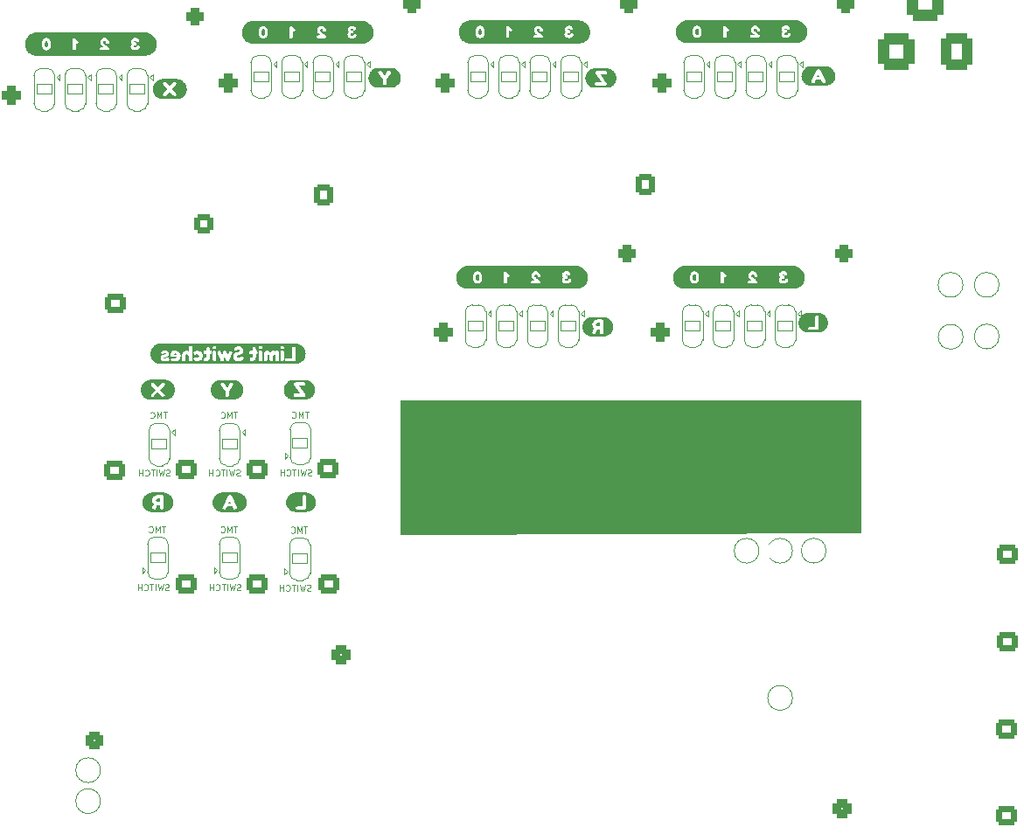
<source format=gbr>
%TF.GenerationSoftware,KiCad,Pcbnew,(6.0.7)*%
%TF.CreationDate,2022-10-06T16:10:22+02:00*%
%TF.ProjectId,mobo,6d6f626f-2e6b-4696-9361-645f70636258,4A*%
%TF.SameCoordinates,Original*%
%TF.FileFunction,Legend,Bot*%
%TF.FilePolarity,Positive*%
%FSLAX46Y46*%
G04 Gerber Fmt 4.6, Leading zero omitted, Abs format (unit mm)*
G04 Created by KiCad (PCBNEW (6.0.7)) date 2022-10-06 16:10:22*
%MOMM*%
%LPD*%
G01*
G04 APERTURE LIST*
G04 Aperture macros list*
%AMRoundRect*
0 Rectangle with rounded corners*
0 $1 Rounding radius*
0 $2 $3 $4 $5 $6 $7 $8 $9 X,Y pos of 4 corners*
0 Add a 4 corners polygon primitive as box body*
4,1,4,$2,$3,$4,$5,$6,$7,$8,$9,$2,$3,0*
0 Add four circle primitives for the rounded corners*
1,1,$1+$1,$2,$3*
1,1,$1+$1,$4,$5*
1,1,$1+$1,$6,$7*
1,1,$1+$1,$8,$9*
0 Add four rect primitives between the rounded corners*
20,1,$1+$1,$2,$3,$4,$5,0*
20,1,$1+$1,$4,$5,$6,$7,0*
20,1,$1+$1,$6,$7,$8,$9,0*
20,1,$1+$1,$8,$9,$2,$3,0*%
%AMFreePoly0*
4,1,37,0.585355,0.785355,0.600000,0.750000,0.600000,-0.750000,0.585355,-0.785355,0.550000,-0.800000,0.000000,-0.800000,-0.012524,-0.794812,-0.080857,-0.793560,-0.094851,-0.791293,-0.230166,-0.749018,-0.242962,-0.742915,-0.360972,-0.664360,-0.371540,-0.654911,-0.462760,-0.546392,-0.470252,-0.534356,-0.527347,-0.404597,-0.531159,-0.390943,-0.548742,-0.256483,-0.547388,-0.256306,-0.550000,-0.250000,
-0.550000,0.250000,-0.549522,0.251153,-0.549368,0.263802,-0.527557,0.403879,-0.523412,0.417435,-0.463164,0.545760,-0.455381,0.557609,-0.361537,0.663867,-0.350741,0.673055,-0.230846,0.748703,-0.217905,0.754492,-0.081598,0.793449,-0.067552,0.795373,-0.011991,0.795033,0.000000,0.800000,0.550000,0.800000,0.585355,0.785355,0.585355,0.785355,$1*%
%AMFreePoly1*
4,1,37,0.012350,0.794884,0.074210,0.794507,0.088231,0.792412,0.224052,0.751793,0.236921,0.745846,0.355883,0.668739,0.366566,0.659420,0.459104,0.552023,0.466742,0.540080,0.525419,0.411028,0.529398,0.397421,0.549495,0.257088,0.550000,0.250000,0.550000,-0.250000,0.549996,-0.250610,0.549847,-0.262826,0.549158,-0.270511,0.525638,-0.410312,0.521328,-0.423818,0.459516,-0.551397,
0.451589,-0.563150,0.356454,-0.668254,0.345546,-0.677309,0.224736,-0.751486,0.211726,-0.757116,0.074953,-0.794405,0.060885,-0.796158,0.011462,-0.795252,0.000000,-0.800000,-0.550000,-0.800000,-0.585355,-0.785355,-0.600000,-0.750000,-0.600000,0.750000,-0.585355,0.785355,-0.550000,0.800000,0.000000,0.800000,0.012350,0.794884,0.012350,0.794884,$1*%
G04 Aperture macros list end*
%ADD10C,0.100000*%
%ADD11C,0.120000*%
%ADD12C,0.010000*%
%ADD13RoundRect,0.450000X-0.400000X0.400000X-0.400000X-0.400000X0.400000X-0.400000X0.400000X0.400000X0*%
%ADD14O,1.700000X1.700000*%
%ADD15RoundRect,0.300000X0.600000X0.725000X-0.600000X0.725000X-0.600000X-0.725000X0.600000X-0.725000X0*%
%ADD16O,1.800000X2.050000*%
%ADD17RoundRect,0.300000X-0.600000X-0.725000X0.600000X-0.725000X0.600000X0.725000X-0.600000X0.725000X0*%
%ADD18RoundRect,0.300000X0.725000X-0.600000X0.725000X0.600000X-0.725000X0.600000X-0.725000X-0.600000X0*%
%ADD19O,2.050000X1.800000*%
%ADD20RoundRect,0.300000X0.600000X0.600000X-0.600000X0.600000X-0.600000X-0.600000X0.600000X-0.600000X0*%
%ADD21C,1.800000*%
%ADD22RoundRect,0.300000X-0.600000X-0.600000X0.600000X-0.600000X0.600000X0.600000X-0.600000X0.600000X0*%
%ADD23RoundRect,0.300000X0.750000X-0.600000X0.750000X0.600000X-0.750000X0.600000X-0.750000X-0.600000X0*%
%ADD24O,2.100000X1.800000*%
%ADD25C,5.700000*%
%ADD26RoundRect,0.575000X1.225000X1.225000X-1.225000X1.225000X-1.225000X-1.225000X1.225000X-1.225000X0*%
%ADD27C,2.600000*%
%ADD28RoundRect,0.500000X1.050000X1.300000X-1.050000X1.300000X-1.050000X-1.300000X1.050000X-1.300000X0*%
%ADD29RoundRect,0.475000X-0.425000X-0.425000X0.425000X-0.425000X0.425000X0.425000X-0.425000X0.425000X0*%
%ADD30O,1.800000X1.800000*%
%ADD31C,1.100000*%
%ADD32C,3.100000*%
%ADD33RoundRect,0.370000X-0.480000X0.480000X-0.480000X-0.480000X0.480000X-0.480000X0.480000X0.480000X0*%
%ADD34C,1.700000*%
%ADD35C,4.100000*%
%ADD36C,1.300000*%
%ADD37RoundRect,0.390000X0.510000X0.510000X-0.510000X0.510000X-0.510000X-0.510000X0.510000X-0.510000X0*%
%ADD38RoundRect,0.390000X-0.510000X0.510000X-0.510000X-0.510000X0.510000X-0.510000X0.510000X0.510000X0*%
%ADD39FreePoly0,270.000000*%
%ADD40RoundRect,0.050000X-0.750000X0.500000X-0.750000X-0.500000X0.750000X-0.500000X0.750000X0.500000X0*%
%ADD41FreePoly1,270.000000*%
%ADD42C,2.100000*%
%ADD43FreePoly0,90.000000*%
%ADD44RoundRect,0.050000X0.750000X-0.500000X0.750000X0.500000X-0.750000X0.500000X-0.750000X-0.500000X0*%
%ADD45FreePoly1,90.000000*%
%ADD46C,2.000000*%
G04 APERTURE END LIST*
D10*
G36*
X142945057Y-106269982D02*
G01*
X98445057Y-106419982D01*
X98440000Y-93420000D01*
X142940000Y-93420000D01*
X142945057Y-106269982D01*
G37*
X142945057Y-106269982D02*
X98445057Y-106419982D01*
X98440000Y-93420000D01*
X142940000Y-93420000D01*
X142945057Y-106269982D01*
X89750000Y-111892857D02*
X89664285Y-111921428D01*
X89521428Y-111921428D01*
X89464285Y-111892857D01*
X89435714Y-111864285D01*
X89407142Y-111807142D01*
X89407142Y-111750000D01*
X89435714Y-111692857D01*
X89464285Y-111664285D01*
X89521428Y-111635714D01*
X89635714Y-111607142D01*
X89692857Y-111578571D01*
X89721428Y-111550000D01*
X89750000Y-111492857D01*
X89750000Y-111435714D01*
X89721428Y-111378571D01*
X89692857Y-111350000D01*
X89635714Y-111321428D01*
X89492857Y-111321428D01*
X89407142Y-111350000D01*
X89207142Y-111321428D02*
X89064285Y-111921428D01*
X88950000Y-111492857D01*
X88835714Y-111921428D01*
X88692857Y-111321428D01*
X88464285Y-111921428D02*
X88464285Y-111321428D01*
X88264285Y-111321428D02*
X87921428Y-111321428D01*
X88092857Y-111921428D02*
X88092857Y-111321428D01*
X87378571Y-111864285D02*
X87407142Y-111892857D01*
X87492857Y-111921428D01*
X87550000Y-111921428D01*
X87635714Y-111892857D01*
X87692857Y-111835714D01*
X87721428Y-111778571D01*
X87750000Y-111664285D01*
X87750000Y-111578571D01*
X87721428Y-111464285D01*
X87692857Y-111407142D01*
X87635714Y-111350000D01*
X87550000Y-111321428D01*
X87492857Y-111321428D01*
X87407142Y-111350000D01*
X87378571Y-111378571D01*
X87121428Y-111921428D02*
X87121428Y-111321428D01*
X87121428Y-111607142D02*
X86778571Y-111607142D01*
X86778571Y-111921428D02*
X86778571Y-111321428D01*
X82614285Y-94591428D02*
X82271428Y-94591428D01*
X82442857Y-95191428D02*
X82442857Y-94591428D01*
X82071428Y-95191428D02*
X82071428Y-94591428D01*
X81871428Y-95020000D01*
X81671428Y-94591428D01*
X81671428Y-95191428D01*
X81042857Y-95134285D02*
X81071428Y-95162857D01*
X81157142Y-95191428D01*
X81214285Y-95191428D01*
X81300000Y-95162857D01*
X81357142Y-95105714D01*
X81385714Y-95048571D01*
X81414285Y-94934285D01*
X81414285Y-94848571D01*
X81385714Y-94734285D01*
X81357142Y-94677142D01*
X81300000Y-94620000D01*
X81214285Y-94591428D01*
X81157142Y-94591428D01*
X81071428Y-94620000D01*
X81042857Y-94648571D01*
X76000000Y-111842857D02*
X75914285Y-111871428D01*
X75771428Y-111871428D01*
X75714285Y-111842857D01*
X75685714Y-111814285D01*
X75657142Y-111757142D01*
X75657142Y-111700000D01*
X75685714Y-111642857D01*
X75714285Y-111614285D01*
X75771428Y-111585714D01*
X75885714Y-111557142D01*
X75942857Y-111528571D01*
X75971428Y-111500000D01*
X76000000Y-111442857D01*
X76000000Y-111385714D01*
X75971428Y-111328571D01*
X75942857Y-111300000D01*
X75885714Y-111271428D01*
X75742857Y-111271428D01*
X75657142Y-111300000D01*
X75457142Y-111271428D02*
X75314285Y-111871428D01*
X75200000Y-111442857D01*
X75085714Y-111871428D01*
X74942857Y-111271428D01*
X74714285Y-111871428D02*
X74714285Y-111271428D01*
X74514285Y-111271428D02*
X74171428Y-111271428D01*
X74342857Y-111871428D02*
X74342857Y-111271428D01*
X73628571Y-111814285D02*
X73657142Y-111842857D01*
X73742857Y-111871428D01*
X73800000Y-111871428D01*
X73885714Y-111842857D01*
X73942857Y-111785714D01*
X73971428Y-111728571D01*
X74000000Y-111614285D01*
X74000000Y-111528571D01*
X73971428Y-111414285D01*
X73942857Y-111357142D01*
X73885714Y-111300000D01*
X73800000Y-111271428D01*
X73742857Y-111271428D01*
X73657142Y-111300000D01*
X73628571Y-111328571D01*
X73371428Y-111871428D02*
X73371428Y-111271428D01*
X73371428Y-111557142D02*
X73028571Y-111557142D01*
X73028571Y-111871428D02*
X73028571Y-111271428D01*
X82900000Y-100742857D02*
X82814285Y-100771428D01*
X82671428Y-100771428D01*
X82614285Y-100742857D01*
X82585714Y-100714285D01*
X82557142Y-100657142D01*
X82557142Y-100600000D01*
X82585714Y-100542857D01*
X82614285Y-100514285D01*
X82671428Y-100485714D01*
X82785714Y-100457142D01*
X82842857Y-100428571D01*
X82871428Y-100400000D01*
X82900000Y-100342857D01*
X82900000Y-100285714D01*
X82871428Y-100228571D01*
X82842857Y-100200000D01*
X82785714Y-100171428D01*
X82642857Y-100171428D01*
X82557142Y-100200000D01*
X82357142Y-100171428D02*
X82214285Y-100771428D01*
X82100000Y-100342857D01*
X81985714Y-100771428D01*
X81842857Y-100171428D01*
X81614285Y-100771428D02*
X81614285Y-100171428D01*
X81414285Y-100171428D02*
X81071428Y-100171428D01*
X81242857Y-100771428D02*
X81242857Y-100171428D01*
X80528571Y-100714285D02*
X80557142Y-100742857D01*
X80642857Y-100771428D01*
X80700000Y-100771428D01*
X80785714Y-100742857D01*
X80842857Y-100685714D01*
X80871428Y-100628571D01*
X80900000Y-100514285D01*
X80900000Y-100428571D01*
X80871428Y-100314285D01*
X80842857Y-100257142D01*
X80785714Y-100200000D01*
X80700000Y-100171428D01*
X80642857Y-100171428D01*
X80557142Y-100200000D01*
X80528571Y-100228571D01*
X80271428Y-100771428D02*
X80271428Y-100171428D01*
X80271428Y-100457142D02*
X79928571Y-100457142D01*
X79928571Y-100771428D02*
X79928571Y-100171428D01*
X82614285Y-105641428D02*
X82271428Y-105641428D01*
X82442857Y-106241428D02*
X82442857Y-105641428D01*
X82071428Y-106241428D02*
X82071428Y-105641428D01*
X81871428Y-106070000D01*
X81671428Y-105641428D01*
X81671428Y-106241428D01*
X81042857Y-106184285D02*
X81071428Y-106212857D01*
X81157142Y-106241428D01*
X81214285Y-106241428D01*
X81300000Y-106212857D01*
X81357142Y-106155714D01*
X81385714Y-106098571D01*
X81414285Y-105984285D01*
X81414285Y-105898571D01*
X81385714Y-105784285D01*
X81357142Y-105727142D01*
X81300000Y-105670000D01*
X81214285Y-105641428D01*
X81157142Y-105641428D01*
X81071428Y-105670000D01*
X81042857Y-105698571D01*
X75664285Y-105641428D02*
X75321428Y-105641428D01*
X75492857Y-106241428D02*
X75492857Y-105641428D01*
X75121428Y-106241428D02*
X75121428Y-105641428D01*
X74921428Y-106070000D01*
X74721428Y-105641428D01*
X74721428Y-106241428D01*
X74092857Y-106184285D02*
X74121428Y-106212857D01*
X74207142Y-106241428D01*
X74264285Y-106241428D01*
X74350000Y-106212857D01*
X74407142Y-106155714D01*
X74435714Y-106098571D01*
X74464285Y-105984285D01*
X74464285Y-105898571D01*
X74435714Y-105784285D01*
X74407142Y-105727142D01*
X74350000Y-105670000D01*
X74264285Y-105641428D01*
X74207142Y-105641428D01*
X74121428Y-105670000D01*
X74092857Y-105698571D01*
X82950000Y-111842857D02*
X82864285Y-111871428D01*
X82721428Y-111871428D01*
X82664285Y-111842857D01*
X82635714Y-111814285D01*
X82607142Y-111757142D01*
X82607142Y-111700000D01*
X82635714Y-111642857D01*
X82664285Y-111614285D01*
X82721428Y-111585714D01*
X82835714Y-111557142D01*
X82892857Y-111528571D01*
X82921428Y-111500000D01*
X82950000Y-111442857D01*
X82950000Y-111385714D01*
X82921428Y-111328571D01*
X82892857Y-111300000D01*
X82835714Y-111271428D01*
X82692857Y-111271428D01*
X82607142Y-111300000D01*
X82407142Y-111271428D02*
X82264285Y-111871428D01*
X82150000Y-111442857D01*
X82035714Y-111871428D01*
X81892857Y-111271428D01*
X81664285Y-111871428D02*
X81664285Y-111271428D01*
X81464285Y-111271428D02*
X81121428Y-111271428D01*
X81292857Y-111871428D02*
X81292857Y-111271428D01*
X80578571Y-111814285D02*
X80607142Y-111842857D01*
X80692857Y-111871428D01*
X80750000Y-111871428D01*
X80835714Y-111842857D01*
X80892857Y-111785714D01*
X80921428Y-111728571D01*
X80950000Y-111614285D01*
X80950000Y-111528571D01*
X80921428Y-111414285D01*
X80892857Y-111357142D01*
X80835714Y-111300000D01*
X80750000Y-111271428D01*
X80692857Y-111271428D01*
X80607142Y-111300000D01*
X80578571Y-111328571D01*
X80321428Y-111871428D02*
X80321428Y-111271428D01*
X80321428Y-111557142D02*
X79978571Y-111557142D01*
X79978571Y-111871428D02*
X79978571Y-111271428D01*
X76100000Y-100742857D02*
X76014285Y-100771428D01*
X75871428Y-100771428D01*
X75814285Y-100742857D01*
X75785714Y-100714285D01*
X75757142Y-100657142D01*
X75757142Y-100600000D01*
X75785714Y-100542857D01*
X75814285Y-100514285D01*
X75871428Y-100485714D01*
X75985714Y-100457142D01*
X76042857Y-100428571D01*
X76071428Y-100400000D01*
X76100000Y-100342857D01*
X76100000Y-100285714D01*
X76071428Y-100228571D01*
X76042857Y-100200000D01*
X75985714Y-100171428D01*
X75842857Y-100171428D01*
X75757142Y-100200000D01*
X75557142Y-100171428D02*
X75414285Y-100771428D01*
X75300000Y-100342857D01*
X75185714Y-100771428D01*
X75042857Y-100171428D01*
X74814285Y-100771428D02*
X74814285Y-100171428D01*
X74614285Y-100171428D02*
X74271428Y-100171428D01*
X74442857Y-100771428D02*
X74442857Y-100171428D01*
X73728571Y-100714285D02*
X73757142Y-100742857D01*
X73842857Y-100771428D01*
X73900000Y-100771428D01*
X73985714Y-100742857D01*
X74042857Y-100685714D01*
X74071428Y-100628571D01*
X74100000Y-100514285D01*
X74100000Y-100428571D01*
X74071428Y-100314285D01*
X74042857Y-100257142D01*
X73985714Y-100200000D01*
X73900000Y-100171428D01*
X73842857Y-100171428D01*
X73757142Y-100200000D01*
X73728571Y-100228571D01*
X73471428Y-100771428D02*
X73471428Y-100171428D01*
X73471428Y-100457142D02*
X73128571Y-100457142D01*
X73128571Y-100771428D02*
X73128571Y-100171428D01*
X89800000Y-100712857D02*
X89714285Y-100741428D01*
X89571428Y-100741428D01*
X89514285Y-100712857D01*
X89485714Y-100684285D01*
X89457142Y-100627142D01*
X89457142Y-100570000D01*
X89485714Y-100512857D01*
X89514285Y-100484285D01*
X89571428Y-100455714D01*
X89685714Y-100427142D01*
X89742857Y-100398571D01*
X89771428Y-100370000D01*
X89800000Y-100312857D01*
X89800000Y-100255714D01*
X89771428Y-100198571D01*
X89742857Y-100170000D01*
X89685714Y-100141428D01*
X89542857Y-100141428D01*
X89457142Y-100170000D01*
X89257142Y-100141428D02*
X89114285Y-100741428D01*
X89000000Y-100312857D01*
X88885714Y-100741428D01*
X88742857Y-100141428D01*
X88514285Y-100741428D02*
X88514285Y-100141428D01*
X88314285Y-100141428D02*
X87971428Y-100141428D01*
X88142857Y-100741428D02*
X88142857Y-100141428D01*
X87428571Y-100684285D02*
X87457142Y-100712857D01*
X87542857Y-100741428D01*
X87600000Y-100741428D01*
X87685714Y-100712857D01*
X87742857Y-100655714D01*
X87771428Y-100598571D01*
X87800000Y-100484285D01*
X87800000Y-100398571D01*
X87771428Y-100284285D01*
X87742857Y-100227142D01*
X87685714Y-100170000D01*
X87600000Y-100141428D01*
X87542857Y-100141428D01*
X87457142Y-100170000D01*
X87428571Y-100198571D01*
X87171428Y-100741428D02*
X87171428Y-100141428D01*
X87171428Y-100427142D02*
X86828571Y-100427142D01*
X86828571Y-100741428D02*
X86828571Y-100141428D01*
X89414285Y-105691428D02*
X89071428Y-105691428D01*
X89242857Y-106291428D02*
X89242857Y-105691428D01*
X88871428Y-106291428D02*
X88871428Y-105691428D01*
X88671428Y-106120000D01*
X88471428Y-105691428D01*
X88471428Y-106291428D01*
X87842857Y-106234285D02*
X87871428Y-106262857D01*
X87957142Y-106291428D01*
X88014285Y-106291428D01*
X88100000Y-106262857D01*
X88157142Y-106205714D01*
X88185714Y-106148571D01*
X88214285Y-106034285D01*
X88214285Y-105948571D01*
X88185714Y-105834285D01*
X88157142Y-105777142D01*
X88100000Y-105720000D01*
X88014285Y-105691428D01*
X87957142Y-105691428D01*
X87871428Y-105720000D01*
X87842857Y-105748571D01*
X89514285Y-94541428D02*
X89171428Y-94541428D01*
X89342857Y-95141428D02*
X89342857Y-94541428D01*
X88971428Y-95141428D02*
X88971428Y-94541428D01*
X88771428Y-94970000D01*
X88571428Y-94541428D01*
X88571428Y-95141428D01*
X87942857Y-95084285D02*
X87971428Y-95112857D01*
X88057142Y-95141428D01*
X88114285Y-95141428D01*
X88200000Y-95112857D01*
X88257142Y-95055714D01*
X88285714Y-94998571D01*
X88314285Y-94884285D01*
X88314285Y-94798571D01*
X88285714Y-94684285D01*
X88257142Y-94627142D01*
X88200000Y-94570000D01*
X88114285Y-94541428D01*
X88057142Y-94541428D01*
X87971428Y-94570000D01*
X87942857Y-94598571D01*
X75814285Y-94591428D02*
X75471428Y-94591428D01*
X75642857Y-95191428D02*
X75642857Y-94591428D01*
X75271428Y-95191428D02*
X75271428Y-94591428D01*
X75071428Y-95020000D01*
X74871428Y-94591428D01*
X74871428Y-95191428D01*
X74242857Y-95134285D02*
X74271428Y-95162857D01*
X74357142Y-95191428D01*
X74414285Y-95191428D01*
X74500000Y-95162857D01*
X74557142Y-95105714D01*
X74585714Y-95048571D01*
X74614285Y-94934285D01*
X74614285Y-94848571D01*
X74585714Y-94734285D01*
X74557142Y-94677142D01*
X74500000Y-94620000D01*
X74414285Y-94591428D01*
X74357142Y-94591428D01*
X74271428Y-94620000D01*
X74242857Y-94648571D01*
D11*
X127150000Y-60050000D02*
X126550000Y-60050000D01*
X126550000Y-64150000D02*
X127150000Y-64150000D01*
X128050000Y-60900000D02*
X128350000Y-61200000D01*
X128350000Y-60600000D02*
X128350000Y-61200000D01*
X128050000Y-60900000D02*
X128350000Y-60600000D01*
X127850000Y-63500000D02*
X127850000Y-60700000D01*
X125850000Y-60700000D02*
X125850000Y-63500000D01*
X127850000Y-60750000D02*
G75*
G03*
X127150000Y-60050000I-699999J1D01*
G01*
X126550000Y-60050000D02*
G75*
G03*
X125850000Y-60750000I-1J-699999D01*
G01*
X127150000Y-64150000D02*
G75*
G03*
X127850000Y-63450000I0J700000D01*
G01*
X125850000Y-63450000D02*
G75*
G03*
X126550000Y-64150000I700000J0D01*
G01*
X130850000Y-63500000D02*
X130850000Y-60700000D01*
X128850000Y-60700000D02*
X128850000Y-63500000D01*
X130150000Y-60050000D02*
X129550000Y-60050000D01*
X131050000Y-60900000D02*
X131350000Y-60600000D01*
X129550000Y-64150000D02*
X130150000Y-64150000D01*
X131350000Y-60600000D02*
X131350000Y-61200000D01*
X131050000Y-60900000D02*
X131350000Y-61200000D01*
X128850000Y-63450000D02*
G75*
G03*
X129550000Y-64150000I700000J0D01*
G01*
X130150000Y-64150000D02*
G75*
G03*
X130850000Y-63450000I0J700000D01*
G01*
X129550000Y-60050000D02*
G75*
G03*
X128850000Y-60750000I-1J-699999D01*
G01*
X130850000Y-60750000D02*
G75*
G03*
X130150000Y-60050000I-699999J1D01*
G01*
X134050000Y-60900000D02*
X134350000Y-61200000D01*
X132550000Y-64150000D02*
X133150000Y-64150000D01*
X133850000Y-63500000D02*
X133850000Y-60700000D01*
X134350000Y-60600000D02*
X134350000Y-61200000D01*
X134050000Y-60900000D02*
X134350000Y-60600000D01*
X131850000Y-60700000D02*
X131850000Y-63500000D01*
X133150000Y-60050000D02*
X132550000Y-60050000D01*
X133850000Y-60750000D02*
G75*
G03*
X133150000Y-60050000I-699999J1D01*
G01*
X133150000Y-64150000D02*
G75*
G03*
X133850000Y-63450000I0J700000D01*
G01*
X132550000Y-60050000D02*
G75*
G03*
X131850000Y-60750000I-1J-699999D01*
G01*
X131850000Y-63450000D02*
G75*
G03*
X132550000Y-64150000I700000J0D01*
G01*
X110190000Y-84750000D02*
X110190000Y-85350000D01*
X107690000Y-84850000D02*
X107690000Y-87650000D01*
X108990000Y-84200000D02*
X108390000Y-84200000D01*
X109690000Y-87650000D02*
X109690000Y-84850000D01*
X109890000Y-85050000D02*
X110190000Y-84750000D01*
X109890000Y-85050000D02*
X110190000Y-85350000D01*
X108390000Y-88300000D02*
X108990000Y-88300000D01*
X109690000Y-84900000D02*
G75*
G03*
X108990000Y-84200000I-699999J1D01*
G01*
X107690000Y-87600000D02*
G75*
G03*
X108390000Y-88300000I700000J0D01*
G01*
X108990000Y-88300000D02*
G75*
G03*
X109690000Y-87600000I0J700000D01*
G01*
X108390000Y-84200000D02*
G75*
G03*
X107690000Y-84900000I-1J-699999D01*
G01*
X107190000Y-84750000D02*
X107190000Y-85350000D01*
X106690000Y-87650000D02*
X106690000Y-84850000D01*
X106890000Y-85050000D02*
X107190000Y-84750000D01*
X105390000Y-88300000D02*
X105990000Y-88300000D01*
X104690000Y-84850000D02*
X104690000Y-87650000D01*
X106890000Y-85050000D02*
X107190000Y-85350000D01*
X105990000Y-84200000D02*
X105390000Y-84200000D01*
X106690000Y-84900000D02*
G75*
G03*
X105990000Y-84200000I-699999J1D01*
G01*
X105390000Y-84200000D02*
G75*
G03*
X104690000Y-84900000I-1J-699999D01*
G01*
X105990000Y-88300000D02*
G75*
G03*
X106690000Y-87600000I0J700000D01*
G01*
X104690000Y-87600000D02*
G75*
G03*
X105390000Y-88300000I700000J0D01*
G01*
X112890000Y-85050000D02*
X113190000Y-84750000D01*
X110690000Y-84850000D02*
X110690000Y-87650000D01*
X111990000Y-84200000D02*
X111390000Y-84200000D01*
X112690000Y-87650000D02*
X112690000Y-84850000D01*
X113190000Y-84750000D02*
X113190000Y-85350000D01*
X112890000Y-85050000D02*
X113190000Y-85350000D01*
X111390000Y-88300000D02*
X111990000Y-88300000D01*
X112690000Y-84900000D02*
G75*
G03*
X111990000Y-84200000I-699999J1D01*
G01*
X111390000Y-84200000D02*
G75*
G03*
X110690000Y-84900000I-1J-699999D01*
G01*
X111990000Y-88300000D02*
G75*
G03*
X112690000Y-87600000I0J700000D01*
G01*
X110690000Y-87600000D02*
G75*
G03*
X111390000Y-88300000I700000J0D01*
G01*
G36*
X115566094Y-80441073D02*
G01*
X115674262Y-80457118D01*
X115780336Y-80483688D01*
X115883295Y-80520528D01*
X115982148Y-80567282D01*
X116075942Y-80623499D01*
X116163774Y-80688640D01*
X116244798Y-80762076D01*
X116318234Y-80843100D01*
X116383374Y-80930932D01*
X116439592Y-81024726D01*
X116486346Y-81123579D01*
X116523186Y-81226538D01*
X116549756Y-81332612D01*
X116565801Y-81440780D01*
X116571167Y-81550000D01*
X116565801Y-81659220D01*
X116549756Y-81767388D01*
X116523186Y-81873462D01*
X116486346Y-81976421D01*
X116439592Y-82075274D01*
X116383374Y-82169068D01*
X116318234Y-82256900D01*
X116244798Y-82337924D01*
X116163774Y-82411360D01*
X116075942Y-82476501D01*
X115982148Y-82532718D01*
X115883295Y-82579472D01*
X115780336Y-82616312D01*
X115674262Y-82642882D01*
X115566094Y-82658927D01*
X115456874Y-82664293D01*
X104943126Y-82664293D01*
X104833906Y-82658927D01*
X104725738Y-82642882D01*
X104619664Y-82616312D01*
X104516705Y-82579472D01*
X104417852Y-82532718D01*
X104324058Y-82476501D01*
X104236226Y-82411360D01*
X104155202Y-82337924D01*
X104081766Y-82256900D01*
X104016626Y-82169068D01*
X103960408Y-82075274D01*
X103913654Y-81976421D01*
X103876814Y-81873462D01*
X103850244Y-81767388D01*
X103834199Y-81659220D01*
X103828833Y-81550000D01*
X105455756Y-81550000D01*
X105463495Y-81686227D01*
X105486712Y-81807572D01*
X105525408Y-81914034D01*
X105579581Y-82005613D01*
X105634548Y-82063556D01*
X105707375Y-82110388D01*
X105795680Y-82141344D01*
X105897081Y-82151663D01*
X105998880Y-82141145D01*
X106088375Y-82109594D01*
X106162591Y-82062564D01*
X106218550Y-82005613D01*
X106226534Y-81992913D01*
X108452956Y-81992913D01*
X108455337Y-82047681D01*
X108470419Y-82089750D01*
X108512487Y-82121897D01*
X108594244Y-82132613D01*
X108674016Y-82122294D01*
X108716481Y-82091338D01*
X108731562Y-82047681D01*
X108733846Y-81992119D01*
X111067569Y-81992119D01*
X111077888Y-82072288D01*
X111112019Y-82113563D01*
X111210444Y-82132613D01*
X111831156Y-82132613D01*
X111929581Y-82089750D01*
X111970856Y-81989738D01*
X111955973Y-81907386D01*
X111911325Y-81831781D01*
X111845642Y-81764709D01*
X111838553Y-81759550D01*
X114058419Y-81759550D01*
X114072530Y-81866177D01*
X114114863Y-81959575D01*
X114185419Y-82039744D01*
X114277317Y-82101039D01*
X114383680Y-82137816D01*
X114504506Y-82150075D01*
X114624451Y-82137728D01*
X114730284Y-82100686D01*
X114822006Y-82038950D01*
X114866853Y-81989341D01*
X114906144Y-81926238D01*
X114923606Y-81884963D01*
X114926781Y-81869088D01*
X114944244Y-81783363D01*
X114905350Y-81714306D01*
X114788669Y-81691288D01*
X114704531Y-81707163D01*
X114656906Y-81789713D01*
X114569594Y-81865913D01*
X114502919Y-81875438D01*
X114429894Y-81866905D01*
X114379094Y-81841306D01*
X114339406Y-81764313D01*
X114378300Y-81688906D01*
X114470375Y-81656363D01*
X114542606Y-81653188D01*
X114583881Y-81637313D01*
X114616028Y-81596434D01*
X114626744Y-81515075D01*
X114612059Y-81426572D01*
X114568006Y-81383312D01*
X114485456Y-81375375D01*
X114394969Y-81359897D01*
X114364806Y-81313462D01*
X114396556Y-81249962D01*
X114484663Y-81219800D01*
X114574356Y-81238850D01*
X114615631Y-81276950D01*
X114625156Y-81296000D01*
X114669606Y-81355531D01*
X114729931Y-81375375D01*
X114817244Y-81346800D01*
X114876775Y-81297191D01*
X114896619Y-81240437D01*
X114860106Y-81132487D01*
X114825181Y-81082481D01*
X114759300Y-81019775D01*
X114654525Y-80970562D01*
X114583286Y-80953894D01*
X114504506Y-80948337D01*
X114383503Y-80960685D01*
X114280845Y-80997726D01*
X114196531Y-81059462D01*
X114133913Y-81136633D01*
X114096342Y-81219976D01*
X114083819Y-81309494D01*
X114097577Y-81393543D01*
X114138852Y-81460483D01*
X114207644Y-81510312D01*
X114207644Y-81521425D01*
X114160813Y-81555556D01*
X114110806Y-81607150D01*
X114071516Y-81678588D01*
X114058419Y-81759550D01*
X111838553Y-81759550D01*
X111767656Y-81707956D01*
X111683519Y-81656759D01*
X111599381Y-81606356D01*
X111521395Y-81552977D01*
X111455713Y-81492850D01*
X111411064Y-81427366D01*
X111396181Y-81357912D01*
X111407294Y-81317431D01*
X111431900Y-81274569D01*
X111473969Y-81243612D01*
X111553344Y-81229325D01*
X111641450Y-81266631D01*
X111683519Y-81340450D01*
X111689869Y-81376962D01*
X111689869Y-81386487D01*
X111692250Y-81438875D01*
X111707331Y-81478562D01*
X111750194Y-81507137D01*
X111831156Y-81516662D01*
X111919659Y-81501581D01*
X111962919Y-81456337D01*
X111970856Y-81375375D01*
X111957715Y-81269101D01*
X111918292Y-81170411D01*
X111852588Y-81079306D01*
X111765628Y-81006546D01*
X111662440Y-80962890D01*
X111543025Y-80948337D01*
X111423522Y-80963066D01*
X111320069Y-81007251D01*
X111232669Y-81080894D01*
X111166523Y-81173410D01*
X111126835Y-81274216D01*
X111113606Y-81383312D01*
X111123528Y-81471419D01*
X111153294Y-81554763D01*
X111196950Y-81627788D01*
X111248544Y-81684938D01*
X111359669Y-81772647D01*
X111458094Y-81826225D01*
X111497781Y-81842100D01*
X111497781Y-81850038D01*
X111207269Y-81850038D01*
X111114400Y-81865119D01*
X111077094Y-81911156D01*
X111067569Y-81992119D01*
X108733846Y-81992119D01*
X108733944Y-81989738D01*
X108733944Y-81423000D01*
X108754581Y-81442050D01*
X108865706Y-81491262D01*
X108961750Y-81435700D01*
X109011756Y-81337275D01*
X108954606Y-81243612D01*
X108694256Y-81008662D01*
X108689494Y-81005487D01*
X108599800Y-80964212D01*
X108524394Y-80972150D01*
X108483119Y-80990406D01*
X108460894Y-81024537D01*
X108452956Y-81108675D01*
X108452956Y-81992913D01*
X106226534Y-81992913D01*
X106261214Y-81937747D01*
X106295544Y-81857975D01*
X106321120Y-81762901D01*
X106336466Y-81659714D01*
X106341581Y-81548412D01*
X106337436Y-81447694D01*
X106325001Y-81357207D01*
X106304275Y-81276950D01*
X106264786Y-81176342D01*
X106220931Y-81099944D01*
X106165567Y-81040809D01*
X106091550Y-80991994D01*
X106001658Y-80959252D01*
X105898669Y-80948337D01*
X105796077Y-80959053D01*
X105707375Y-80991200D01*
X105634350Y-81039222D01*
X105578787Y-81097562D01*
X105536520Y-81166619D01*
X105503381Y-81246787D01*
X105476923Y-81343978D01*
X105461048Y-81445049D01*
X105455756Y-81550000D01*
X103828833Y-81550000D01*
X103834199Y-81440780D01*
X103850244Y-81332612D01*
X103876814Y-81226538D01*
X103913654Y-81123579D01*
X103960408Y-81024726D01*
X104016626Y-80930932D01*
X104081766Y-80843100D01*
X104155202Y-80762076D01*
X104236226Y-80688640D01*
X104324058Y-80623499D01*
X104417852Y-80567282D01*
X104516705Y-80520528D01*
X104619664Y-80483688D01*
X104725738Y-80457118D01*
X104833906Y-80441073D01*
X104943126Y-80435707D01*
X115456874Y-80435707D01*
X115566094Y-80441073D01*
G37*
G36*
X105969511Y-81249318D02*
G01*
X106020112Y-81309295D01*
X106050473Y-81409258D01*
X106060594Y-81549206D01*
X106050573Y-81689154D01*
X106020509Y-81789117D01*
X105970404Y-81849095D01*
X105900256Y-81869088D01*
X105828720Y-81849641D01*
X105777622Y-81791300D01*
X105746963Y-81694066D01*
X105736744Y-81557938D01*
X105736744Y-81548412D01*
X105746864Y-81408812D01*
X105777225Y-81309097D01*
X105827827Y-81249268D01*
X105898669Y-81229325D01*
X105969511Y-81249318D01*
G37*
G36*
X64219511Y-58649318D02*
G01*
X64270112Y-58709295D01*
X64300473Y-58809258D01*
X64310594Y-58949206D01*
X64300573Y-59089154D01*
X64270509Y-59189117D01*
X64220404Y-59249095D01*
X64150256Y-59269088D01*
X64078720Y-59249641D01*
X64027622Y-59191300D01*
X63996963Y-59094066D01*
X63986744Y-58957938D01*
X63986744Y-58948412D01*
X63996864Y-58808812D01*
X64027225Y-58709097D01*
X64077827Y-58649268D01*
X64148669Y-58629325D01*
X64219511Y-58649318D01*
G37*
G36*
X73816094Y-57841073D02*
G01*
X73924262Y-57857118D01*
X74030336Y-57883688D01*
X74133295Y-57920528D01*
X74232148Y-57967282D01*
X74325942Y-58023499D01*
X74413774Y-58088640D01*
X74494798Y-58162076D01*
X74568234Y-58243100D01*
X74633374Y-58330932D01*
X74689592Y-58424726D01*
X74736346Y-58523579D01*
X74773186Y-58626538D01*
X74799756Y-58732612D01*
X74815801Y-58840780D01*
X74821167Y-58950000D01*
X74815801Y-59059220D01*
X74799756Y-59167388D01*
X74773186Y-59273462D01*
X74736346Y-59376421D01*
X74689592Y-59475274D01*
X74633374Y-59569068D01*
X74568234Y-59656900D01*
X74494798Y-59737924D01*
X74413774Y-59811360D01*
X74325942Y-59876501D01*
X74232148Y-59932718D01*
X74133295Y-59979472D01*
X74030336Y-60016312D01*
X73924262Y-60042882D01*
X73816094Y-60058927D01*
X73706874Y-60064293D01*
X63193126Y-60064293D01*
X63083906Y-60058927D01*
X62975738Y-60042882D01*
X62869664Y-60016312D01*
X62766705Y-59979472D01*
X62667852Y-59932718D01*
X62574058Y-59876501D01*
X62486226Y-59811360D01*
X62405202Y-59737924D01*
X62331766Y-59656900D01*
X62266626Y-59569068D01*
X62210408Y-59475274D01*
X62163654Y-59376421D01*
X62126814Y-59273462D01*
X62100244Y-59167388D01*
X62084199Y-59059220D01*
X62078833Y-58950000D01*
X63705756Y-58950000D01*
X63713495Y-59086227D01*
X63736712Y-59207572D01*
X63775408Y-59314034D01*
X63829581Y-59405613D01*
X63884548Y-59463556D01*
X63957375Y-59510388D01*
X64045680Y-59541344D01*
X64147081Y-59551663D01*
X64248880Y-59541145D01*
X64338375Y-59509594D01*
X64412591Y-59462564D01*
X64468550Y-59405613D01*
X64476534Y-59392913D01*
X66702956Y-59392913D01*
X66705337Y-59447681D01*
X66720419Y-59489750D01*
X66762487Y-59521897D01*
X66844244Y-59532613D01*
X66924016Y-59522294D01*
X66966481Y-59491338D01*
X66981562Y-59447681D01*
X66983846Y-59392119D01*
X69317569Y-59392119D01*
X69327888Y-59472288D01*
X69362019Y-59513563D01*
X69460444Y-59532613D01*
X70081156Y-59532613D01*
X70179581Y-59489750D01*
X70220856Y-59389738D01*
X70205973Y-59307386D01*
X70161325Y-59231781D01*
X70095642Y-59164709D01*
X70088553Y-59159550D01*
X72308419Y-59159550D01*
X72322530Y-59266177D01*
X72364863Y-59359575D01*
X72435419Y-59439744D01*
X72527317Y-59501039D01*
X72633680Y-59537816D01*
X72754506Y-59550075D01*
X72874451Y-59537728D01*
X72980284Y-59500686D01*
X73072006Y-59438950D01*
X73116853Y-59389341D01*
X73156144Y-59326238D01*
X73173606Y-59284963D01*
X73176781Y-59269088D01*
X73194244Y-59183363D01*
X73155350Y-59114306D01*
X73038669Y-59091288D01*
X72954531Y-59107163D01*
X72906906Y-59189713D01*
X72819594Y-59265913D01*
X72752919Y-59275438D01*
X72679894Y-59266905D01*
X72629094Y-59241306D01*
X72589406Y-59164313D01*
X72628300Y-59088906D01*
X72720375Y-59056363D01*
X72792606Y-59053188D01*
X72833881Y-59037313D01*
X72866028Y-58996434D01*
X72876744Y-58915075D01*
X72862059Y-58826572D01*
X72818006Y-58783312D01*
X72735456Y-58775375D01*
X72644969Y-58759897D01*
X72614806Y-58713462D01*
X72646556Y-58649962D01*
X72734663Y-58619800D01*
X72824356Y-58638850D01*
X72865631Y-58676950D01*
X72875156Y-58696000D01*
X72919606Y-58755531D01*
X72979931Y-58775375D01*
X73067244Y-58746800D01*
X73126775Y-58697191D01*
X73146619Y-58640437D01*
X73110106Y-58532487D01*
X73075181Y-58482481D01*
X73009300Y-58419775D01*
X72904525Y-58370562D01*
X72833286Y-58353894D01*
X72754506Y-58348337D01*
X72633503Y-58360685D01*
X72530845Y-58397726D01*
X72446531Y-58459462D01*
X72383913Y-58536633D01*
X72346342Y-58619976D01*
X72333819Y-58709494D01*
X72347577Y-58793543D01*
X72388852Y-58860483D01*
X72457644Y-58910312D01*
X72457644Y-58921425D01*
X72410813Y-58955556D01*
X72360806Y-59007150D01*
X72321516Y-59078588D01*
X72308419Y-59159550D01*
X70088553Y-59159550D01*
X70017656Y-59107956D01*
X69933519Y-59056759D01*
X69849381Y-59006356D01*
X69771395Y-58952977D01*
X69705713Y-58892850D01*
X69661064Y-58827366D01*
X69646181Y-58757912D01*
X69657294Y-58717431D01*
X69681900Y-58674569D01*
X69723969Y-58643612D01*
X69803344Y-58629325D01*
X69891450Y-58666631D01*
X69933519Y-58740450D01*
X69939869Y-58776962D01*
X69939869Y-58786487D01*
X69942250Y-58838875D01*
X69957331Y-58878562D01*
X70000194Y-58907137D01*
X70081156Y-58916662D01*
X70169659Y-58901581D01*
X70212919Y-58856337D01*
X70220856Y-58775375D01*
X70207715Y-58669101D01*
X70168292Y-58570411D01*
X70102588Y-58479306D01*
X70015628Y-58406546D01*
X69912440Y-58362890D01*
X69793025Y-58348337D01*
X69673522Y-58363066D01*
X69570069Y-58407251D01*
X69482669Y-58480894D01*
X69416523Y-58573410D01*
X69376835Y-58674216D01*
X69363606Y-58783312D01*
X69373528Y-58871419D01*
X69403294Y-58954763D01*
X69446950Y-59027788D01*
X69498544Y-59084938D01*
X69609669Y-59172647D01*
X69708094Y-59226225D01*
X69747781Y-59242100D01*
X69747781Y-59250038D01*
X69457269Y-59250038D01*
X69364400Y-59265119D01*
X69327094Y-59311156D01*
X69317569Y-59392119D01*
X66983846Y-59392119D01*
X66983944Y-59389738D01*
X66983944Y-58823000D01*
X67004581Y-58842050D01*
X67115706Y-58891262D01*
X67211750Y-58835700D01*
X67261756Y-58737275D01*
X67204606Y-58643612D01*
X66944256Y-58408662D01*
X66939494Y-58405487D01*
X66849800Y-58364212D01*
X66774394Y-58372150D01*
X66733119Y-58390406D01*
X66710894Y-58424537D01*
X66702956Y-58508675D01*
X66702956Y-59392913D01*
X64476534Y-59392913D01*
X64511214Y-59337747D01*
X64545544Y-59257975D01*
X64571120Y-59162901D01*
X64586466Y-59059714D01*
X64591581Y-58948412D01*
X64587436Y-58847694D01*
X64575001Y-58757207D01*
X64554275Y-58676950D01*
X64514786Y-58576342D01*
X64470931Y-58499944D01*
X64415567Y-58440809D01*
X64341550Y-58391994D01*
X64251658Y-58359252D01*
X64148669Y-58348337D01*
X64046077Y-58359053D01*
X63957375Y-58391200D01*
X63884350Y-58439222D01*
X63828787Y-58497562D01*
X63786520Y-58566619D01*
X63753381Y-58646787D01*
X63726923Y-58743978D01*
X63711048Y-58845049D01*
X63705756Y-58950000D01*
X62078833Y-58950000D01*
X62084199Y-58840780D01*
X62100244Y-58732612D01*
X62126814Y-58626538D01*
X62163654Y-58523579D01*
X62210408Y-58424726D01*
X62266626Y-58330932D01*
X62331766Y-58243100D01*
X62405202Y-58162076D01*
X62486226Y-58088640D01*
X62574058Y-58023499D01*
X62667852Y-57967282D01*
X62766705Y-57920528D01*
X62869664Y-57883688D01*
X62975738Y-57857118D01*
X63083906Y-57841073D01*
X63193126Y-57835707D01*
X73706874Y-57835707D01*
X73816094Y-57841073D01*
G37*
G36*
X76871868Y-62340712D02*
G01*
X76965440Y-62354592D01*
X77057200Y-62377577D01*
X77146266Y-62409445D01*
X77231780Y-62449890D01*
X77312917Y-62498521D01*
X77388897Y-62554872D01*
X77458988Y-62618399D01*
X77522514Y-62688489D01*
X77578865Y-62764469D01*
X77627497Y-62845607D01*
X77667941Y-62931120D01*
X77699810Y-63020186D01*
X77722795Y-63111947D01*
X77736675Y-63205518D01*
X77741316Y-63300000D01*
X77736675Y-63394482D01*
X77722795Y-63488053D01*
X77699810Y-63579814D01*
X77667941Y-63668880D01*
X77627497Y-63754393D01*
X77578865Y-63835531D01*
X77522514Y-63911511D01*
X77458988Y-63981601D01*
X77388897Y-64045128D01*
X77312917Y-64101479D01*
X77231780Y-64150110D01*
X77146266Y-64190555D01*
X77057200Y-64222423D01*
X76965440Y-64245408D01*
X76871868Y-64259288D01*
X76777386Y-64263930D01*
X75422614Y-64263930D01*
X75328132Y-64259288D01*
X75234560Y-64245408D01*
X75142800Y-64222423D01*
X75053734Y-64190555D01*
X74968220Y-64150110D01*
X74887083Y-64101478D01*
X74811103Y-64045128D01*
X74741012Y-63981601D01*
X74677486Y-63911511D01*
X74626619Y-63842925D01*
X75422772Y-63842925D01*
X75496115Y-63959130D01*
X75619940Y-64025805D01*
X75737097Y-63949605D01*
X76099047Y-63534315D01*
X76460997Y-63949605D01*
X76578155Y-64025805D01*
X76701980Y-63958178D01*
X76777227Y-63842925D01*
X76710552Y-63721005D01*
X76327647Y-63300000D01*
X76710552Y-62878995D01*
X76777227Y-62758980D01*
X76702932Y-62641822D01*
X76578155Y-62574195D01*
X76460997Y-62650395D01*
X76099047Y-63065685D01*
X75737097Y-62650395D01*
X75619940Y-62574195D01*
X75497067Y-62640870D01*
X75422772Y-62758980D01*
X75487542Y-62878995D01*
X75870447Y-63300000D01*
X75487542Y-63721005D01*
X75422772Y-63842925D01*
X74626619Y-63842925D01*
X74621135Y-63835531D01*
X74572503Y-63754393D01*
X74532059Y-63668880D01*
X74500190Y-63579814D01*
X74477205Y-63488053D01*
X74463325Y-63394482D01*
X74458684Y-63300000D01*
X74463325Y-63205518D01*
X74477205Y-63111947D01*
X74500190Y-63020186D01*
X74532059Y-62931120D01*
X74572503Y-62845607D01*
X74621135Y-62764469D01*
X74677486Y-62688489D01*
X74741012Y-62618399D01*
X74811103Y-62554872D01*
X74887083Y-62498522D01*
X74968220Y-62449890D01*
X75053734Y-62409445D01*
X75142800Y-62377577D01*
X75234560Y-62354592D01*
X75328132Y-62340712D01*
X75422614Y-62336070D01*
X76777386Y-62336070D01*
X76871868Y-62340712D01*
G37*
G36*
X97617987Y-61255878D02*
G01*
X97710079Y-61269539D01*
X97800389Y-61292160D01*
X97888047Y-61323525D01*
X97972208Y-61363330D01*
X98052063Y-61411193D01*
X98126841Y-61466653D01*
X98195824Y-61529175D01*
X98258346Y-61598157D01*
X98313806Y-61672936D01*
X98361669Y-61752791D01*
X98401474Y-61836952D01*
X98432838Y-61924610D01*
X98455460Y-62014920D01*
X98469121Y-62107012D01*
X98473689Y-62200000D01*
X98469121Y-62292988D01*
X98455460Y-62385080D01*
X98432838Y-62475390D01*
X98401474Y-62563048D01*
X98361669Y-62647209D01*
X98313806Y-62727064D01*
X98258346Y-62801843D01*
X98195824Y-62870825D01*
X98126841Y-62933347D01*
X98052063Y-62988807D01*
X97972208Y-63036670D01*
X97888047Y-63076475D01*
X97800389Y-63107840D01*
X97710079Y-63130461D01*
X97617987Y-63144122D01*
X97524999Y-63148690D01*
X96275001Y-63148690D01*
X96182013Y-63144122D01*
X96089921Y-63130461D01*
X95999611Y-63107840D01*
X95911953Y-63076475D01*
X95827792Y-63036670D01*
X95747937Y-62988807D01*
X95673159Y-62933347D01*
X95604176Y-62870825D01*
X95541654Y-62801843D01*
X95486194Y-62727064D01*
X95438331Y-62647209D01*
X95398526Y-62563048D01*
X95367162Y-62475390D01*
X95344540Y-62385080D01*
X95330879Y-62292988D01*
X95326311Y-62200000D01*
X95330879Y-62107012D01*
X95344540Y-62014920D01*
X95367162Y-61924610D01*
X95398526Y-61836952D01*
X95438331Y-61752791D01*
X95486194Y-61672936D01*
X95493719Y-61662790D01*
X96275160Y-61662790D01*
X96318975Y-61763755D01*
X96730455Y-62379070D01*
X96730455Y-62742925D01*
X96733313Y-62808648D01*
X96751410Y-62859130D01*
X96802845Y-62899135D01*
X96900000Y-62910565D01*
X96997155Y-62899135D01*
X97048590Y-62858178D01*
X97066688Y-62806743D01*
X97069545Y-62739115D01*
X97069545Y-62379070D01*
X97481025Y-61763755D01*
X97524840Y-61662790D01*
X97503885Y-61603021D01*
X97441020Y-61545632D01*
X97321005Y-61489435D01*
X97263855Y-61504675D01*
X97195275Y-61582780D01*
X96900000Y-62055220D01*
X96604725Y-61582780D01*
X96541860Y-61507532D01*
X96479948Y-61489435D01*
X96368505Y-61537060D01*
X96298496Y-61600877D01*
X96275160Y-61662790D01*
X95493719Y-61662790D01*
X95541654Y-61598157D01*
X95604176Y-61529175D01*
X95673159Y-61466653D01*
X95747937Y-61411193D01*
X95827792Y-61363330D01*
X95911953Y-61323525D01*
X95999611Y-61292160D01*
X96089921Y-61269539D01*
X96182013Y-61255878D01*
X96275001Y-61251310D01*
X97524999Y-61251310D01*
X97617987Y-61255878D01*
G37*
G36*
X118487046Y-61305357D02*
G01*
X118578213Y-61318881D01*
X118667616Y-61341275D01*
X118754394Y-61372325D01*
X118837711Y-61411730D01*
X118916763Y-61459113D01*
X118990791Y-61514016D01*
X119059081Y-61575910D01*
X119120976Y-61644200D01*
X119175878Y-61718228D01*
X119223261Y-61797281D01*
X119262667Y-61880597D01*
X119293716Y-61967375D01*
X119316110Y-62056778D01*
X119329634Y-62147946D01*
X119334156Y-62240000D01*
X119329634Y-62332054D01*
X119316110Y-62423222D01*
X119293716Y-62512625D01*
X119262667Y-62599403D01*
X119223261Y-62682719D01*
X119175878Y-62761772D01*
X119120976Y-62835800D01*
X119059081Y-62904090D01*
X118990791Y-62965984D01*
X118916763Y-63020887D01*
X118837711Y-63068270D01*
X118754394Y-63107675D01*
X118667616Y-63138725D01*
X118578213Y-63161119D01*
X118487046Y-63174643D01*
X118394991Y-63179165D01*
X117265009Y-63179165D01*
X117172954Y-63174643D01*
X117081787Y-63161119D01*
X116992384Y-63138725D01*
X116905606Y-63107675D01*
X116822289Y-63068270D01*
X116743237Y-63020887D01*
X116669209Y-62965984D01*
X116600919Y-62904090D01*
X116539024Y-62835800D01*
X116489920Y-62769590D01*
X117265168Y-62769590D01*
X117274693Y-62855315D01*
X117297553Y-62904845D01*
X117337558Y-62929610D01*
X117434713Y-62941040D01*
X118227193Y-62941040D01*
X118311013Y-62918180D01*
X118373878Y-62856744D01*
X118394833Y-62767685D01*
X118371973Y-62687675D01*
X117781423Y-61870430D01*
X118219573Y-61870430D01*
X118287200Y-61867572D01*
X118339588Y-61851380D01*
X118381021Y-61802326D01*
X118394833Y-61708505D01*
X118381974Y-61610397D01*
X118343398Y-61559915D01*
X118292915Y-61541817D01*
X118225288Y-61538960D01*
X117459478Y-61538960D01*
X117375658Y-61561820D01*
X117313745Y-61622780D01*
X117291838Y-61712315D01*
X117314698Y-61794230D01*
X117905248Y-62611475D01*
X117430903Y-62611475D01*
X117323270Y-62629573D01*
X117277550Y-62681960D01*
X117265168Y-62769590D01*
X116489920Y-62769590D01*
X116484122Y-62761772D01*
X116436739Y-62682719D01*
X116397333Y-62599403D01*
X116366284Y-62512625D01*
X116343890Y-62423222D01*
X116330366Y-62332054D01*
X116325844Y-62240000D01*
X116330366Y-62147946D01*
X116343890Y-62056778D01*
X116366284Y-61967375D01*
X116397333Y-61880597D01*
X116436739Y-61797281D01*
X116484122Y-61718228D01*
X116539024Y-61644200D01*
X116600919Y-61575910D01*
X116669209Y-61514016D01*
X116743237Y-61459113D01*
X116822289Y-61411730D01*
X116905606Y-61372325D01*
X116992384Y-61341275D01*
X117081787Y-61318881D01*
X117172954Y-61305357D01*
X117265009Y-61300835D01*
X118394991Y-61300835D01*
X118487046Y-61305357D01*
G37*
G36*
X138989138Y-84988201D02*
G01*
X139080028Y-85001683D01*
X139169159Y-85024010D01*
X139255673Y-85054965D01*
X139338736Y-85094251D01*
X139417548Y-85141489D01*
X139491351Y-85196225D01*
X139559433Y-85257931D01*
X139621139Y-85326013D01*
X139675875Y-85399815D01*
X139723113Y-85478628D01*
X139762399Y-85561691D01*
X139793354Y-85648204D01*
X139815680Y-85737335D01*
X139829163Y-85828226D01*
X139833671Y-85920000D01*
X139829163Y-86011774D01*
X139815680Y-86102665D01*
X139793354Y-86191796D01*
X139762399Y-86278309D01*
X139723113Y-86361372D01*
X139675875Y-86440185D01*
X139621139Y-86513987D01*
X139559433Y-86582069D01*
X139491351Y-86643775D01*
X139417548Y-86698511D01*
X139338736Y-86745749D01*
X139255673Y-86785035D01*
X139169159Y-86815990D01*
X139080028Y-86838317D01*
X138989138Y-86851799D01*
X138897364Y-86856308D01*
X137902636Y-86856308D01*
X137810862Y-86851799D01*
X137719972Y-86838317D01*
X137630841Y-86815990D01*
X137544327Y-86785035D01*
X137461264Y-86745749D01*
X137382452Y-86698511D01*
X137308649Y-86643775D01*
X137240567Y-86582069D01*
X137178861Y-86513987D01*
X137150880Y-86476260D01*
X137902795Y-86476260D01*
X137912320Y-86557223D01*
X137944705Y-86599133D01*
X138043765Y-86618183D01*
X138729565Y-86618183D01*
X138835293Y-86600085D01*
X138885775Y-86545793D01*
X138897205Y-86448638D01*
X138897205Y-85389457D01*
X138894348Y-85323735D01*
X138876250Y-85273252D01*
X138825768Y-85234676D01*
X138727660Y-85221817D01*
X138621456Y-85239439D01*
X138569545Y-85292302D01*
X138560020Y-85391362D01*
X138560020Y-86336243D01*
X138041860Y-86336243D01*
X137950420Y-86350530D01*
X137912320Y-86395298D01*
X137902795Y-86476260D01*
X137150880Y-86476260D01*
X137124125Y-86440185D01*
X137076887Y-86361372D01*
X137037601Y-86278309D01*
X137006646Y-86191796D01*
X136984320Y-86102665D01*
X136970837Y-86011774D01*
X136966329Y-85920000D01*
X136970837Y-85828226D01*
X136984320Y-85737335D01*
X137006646Y-85648204D01*
X137037601Y-85561691D01*
X137076887Y-85478628D01*
X137124125Y-85399815D01*
X137178861Y-85326013D01*
X137240567Y-85257931D01*
X137308649Y-85196225D01*
X137382452Y-85141489D01*
X137461264Y-85094251D01*
X137544327Y-85054965D01*
X137630841Y-85024010D01*
X137719972Y-85001683D01*
X137810862Y-84988201D01*
X137902636Y-84983692D01*
X138897364Y-84983692D01*
X138989138Y-84988201D01*
G37*
G36*
X117751455Y-86290472D02*
G01*
X117507615Y-86290472D01*
X117397125Y-86248562D01*
X117341880Y-86122832D01*
X117397125Y-85996150D01*
X117511425Y-85953287D01*
X117751455Y-85953287D01*
X117751455Y-86290472D01*
G37*
G36*
X118181133Y-85382514D02*
G01*
X118272578Y-85396078D01*
X118362253Y-85418541D01*
X118449295Y-85449685D01*
X118532865Y-85489210D01*
X118612158Y-85536737D01*
X118686411Y-85591807D01*
X118754909Y-85653890D01*
X118816992Y-85722387D01*
X118872062Y-85796640D01*
X118919588Y-85875934D01*
X118959114Y-85959504D01*
X118990258Y-86046545D01*
X119012721Y-86136221D01*
X119026285Y-86227666D01*
X119030821Y-86320000D01*
X119026285Y-86412334D01*
X119012721Y-86503779D01*
X118990258Y-86593455D01*
X118959114Y-86680496D01*
X118919588Y-86764066D01*
X118872062Y-86843360D01*
X118816992Y-86917613D01*
X118754909Y-86986110D01*
X118686411Y-87048193D01*
X118612158Y-87103263D01*
X118532865Y-87150790D01*
X118449295Y-87190315D01*
X118362253Y-87221459D01*
X118272578Y-87243922D01*
X118181133Y-87257486D01*
X118088799Y-87262023D01*
X116991201Y-87262023D01*
X116898867Y-87257486D01*
X116807422Y-87243922D01*
X116717747Y-87221459D01*
X116630705Y-87190315D01*
X116547135Y-87150790D01*
X116467842Y-87103263D01*
X116393589Y-87048193D01*
X116325091Y-86986110D01*
X116263008Y-86917613D01*
X116231632Y-86875308D01*
X116991360Y-86875308D01*
X117020888Y-86941983D01*
X117109470Y-86997228D01*
X117207578Y-87023898D01*
X117268538Y-87005800D01*
X117303780Y-86968653D01*
X117328757Y-86914254D01*
X117378287Y-86799319D01*
X117452370Y-86623848D01*
X117511425Y-86627658D01*
X117751455Y-86627658D01*
X117751455Y-86842922D01*
X117754313Y-86908645D01*
X117772410Y-86959128D01*
X117822893Y-86997704D01*
X117921000Y-87010563D01*
X118026728Y-86992941D01*
X118077210Y-86940078D01*
X118088640Y-86841018D01*
X118088640Y-85783742D01*
X118085783Y-85718020D01*
X118067685Y-85667537D01*
X118017203Y-85628961D01*
X117919095Y-85616102D01*
X117507615Y-85616102D01*
X117396913Y-85629649D01*
X117288328Y-85670289D01*
X117181860Y-85738022D01*
X117112328Y-85807555D01*
X117056130Y-85898042D01*
X117018983Y-86004722D01*
X117006600Y-86122832D01*
X117022475Y-86257876D01*
X117070100Y-86375986D01*
X117149475Y-86477163D01*
X117116455Y-86555268D01*
X117073275Y-86654963D01*
X117019935Y-86776248D01*
X116991360Y-86875308D01*
X116231632Y-86875308D01*
X116207938Y-86843360D01*
X116160412Y-86764066D01*
X116120886Y-86680496D01*
X116089742Y-86593455D01*
X116067279Y-86503779D01*
X116053715Y-86412334D01*
X116049179Y-86320000D01*
X116053715Y-86227666D01*
X116067279Y-86136221D01*
X116089742Y-86046545D01*
X116120886Y-85959504D01*
X116160412Y-85875934D01*
X116207938Y-85796640D01*
X116263008Y-85722387D01*
X116325091Y-85653890D01*
X116393589Y-85591807D01*
X116467842Y-85536737D01*
X116547135Y-85489210D01*
X116630705Y-85449685D01*
X116717747Y-85418541D01*
X116807422Y-85396078D01*
X116898867Y-85382514D01*
X116991201Y-85377977D01*
X118088799Y-85377977D01*
X118181133Y-85382514D01*
G37*
G36*
X139026683Y-62139538D02*
G01*
X138773318Y-62139538D01*
X138900953Y-61878552D01*
X139026683Y-62139538D01*
G37*
G36*
X139692954Y-61088722D02*
G01*
X139784769Y-61102341D01*
X139874807Y-61124895D01*
X139962201Y-61156165D01*
X140046109Y-61195850D01*
X140125723Y-61243569D01*
X140200276Y-61298862D01*
X140269051Y-61361195D01*
X140331385Y-61429970D01*
X140386677Y-61504524D01*
X140434396Y-61584138D01*
X140474082Y-61668046D01*
X140505352Y-61755439D01*
X140527905Y-61845477D01*
X140541524Y-61937292D01*
X140546079Y-62030000D01*
X140541524Y-62122708D01*
X140527905Y-62214523D01*
X140505352Y-62304561D01*
X140474082Y-62391954D01*
X140434396Y-62475862D01*
X140386677Y-62555476D01*
X140331385Y-62630030D01*
X140269051Y-62698805D01*
X140200276Y-62761138D01*
X140125723Y-62816431D01*
X140046109Y-62864150D01*
X139962201Y-62903835D01*
X139874807Y-62935105D01*
X139784769Y-62957659D01*
X139692954Y-62971278D01*
X139600246Y-62975833D01*
X138199754Y-62975833D01*
X138107046Y-62971278D01*
X138015231Y-62957659D01*
X137925193Y-62935105D01*
X137837799Y-62903835D01*
X137753891Y-62864150D01*
X137674277Y-62816431D01*
X137599724Y-62761138D01*
X137530949Y-62698805D01*
X137468615Y-62630030D01*
X137432622Y-62581498D01*
X138199913Y-62581498D01*
X138227535Y-62646744D01*
X138310403Y-62705323D01*
X138412320Y-62737708D01*
X138473280Y-62720563D01*
X138507570Y-62684368D01*
X138537098Y-62627218D01*
X138636158Y-62421478D01*
X139163843Y-62421478D01*
X139262903Y-62627218D01*
X139292430Y-62682463D01*
X139326720Y-62717705D01*
X139387680Y-62735803D01*
X139489598Y-62703418D01*
X139572465Y-62646268D01*
X139600088Y-62581498D01*
X139567703Y-62484343D01*
X139053353Y-61419447D01*
X138989535Y-61348962D01*
X138899048Y-61322292D01*
X138809513Y-61347057D01*
X138746648Y-61421352D01*
X138232298Y-62484343D01*
X138199913Y-62581498D01*
X137432622Y-62581498D01*
X137413323Y-62555476D01*
X137365604Y-62475862D01*
X137325918Y-62391954D01*
X137294648Y-62304561D01*
X137272095Y-62214523D01*
X137258476Y-62122708D01*
X137253921Y-62030000D01*
X137258476Y-61937292D01*
X137272095Y-61845477D01*
X137294648Y-61755439D01*
X137325918Y-61668046D01*
X137365604Y-61584138D01*
X137413323Y-61504524D01*
X137468615Y-61429970D01*
X137530949Y-61361195D01*
X137599724Y-61298862D01*
X137674277Y-61243569D01*
X137753891Y-61195850D01*
X137837799Y-61156165D01*
X137925193Y-61124895D01*
X138015231Y-61102341D01*
X138107046Y-61088722D01*
X138199754Y-61084167D01*
X139600246Y-61084167D01*
X139692954Y-61088722D01*
G37*
X91940000Y-63500000D02*
X91940000Y-60700000D01*
X92140000Y-60900000D02*
X92440000Y-61200000D01*
X89940000Y-60700000D02*
X89940000Y-63500000D01*
X91240000Y-60050000D02*
X90640000Y-60050000D01*
X90640000Y-64150000D02*
X91240000Y-64150000D01*
X92440000Y-60600000D02*
X92440000Y-61200000D01*
X92140000Y-60900000D02*
X92440000Y-60600000D01*
X89940000Y-63450000D02*
G75*
G03*
X90640000Y-64150000I700000J0D01*
G01*
X91240000Y-64150000D02*
G75*
G03*
X91940000Y-63450000I0J700000D01*
G01*
X91940000Y-60750000D02*
G75*
G03*
X91240000Y-60050000I-699999J1D01*
G01*
X90640000Y-60050000D02*
G75*
G03*
X89940000Y-60750000I-1J-699999D01*
G01*
X69390000Y-129270000D02*
G75*
G03*
X69390000Y-129270000I-1200000J0D01*
G01*
X69390000Y-132270000D02*
G75*
G03*
X69390000Y-132270000I-1200000J0D01*
G01*
X139640000Y-108020000D02*
G75*
G03*
X139640000Y-108020000I-1200000J0D01*
G01*
X136390000Y-108020000D02*
G75*
G03*
X136390000Y-108020000I-1200000J0D01*
G01*
X133140000Y-108020000D02*
G75*
G03*
X133140000Y-108020000I-1200000J0D01*
G01*
X136390000Y-122270000D02*
G75*
G03*
X136390000Y-122270000I-1200000J0D01*
G01*
X156390000Y-82270000D02*
G75*
G03*
X156390000Y-82270000I-1200000J0D01*
G01*
X152900000Y-87300000D02*
G75*
G03*
X152900000Y-87300000I-1200000J0D01*
G01*
X152890000Y-82270000D02*
G75*
G03*
X152890000Y-82270000I-1200000J0D01*
G01*
X156390000Y-87270000D02*
G75*
G03*
X156390000Y-87270000I-1200000J0D01*
G01*
G36*
X75711868Y-91460712D02*
G01*
X75805440Y-91474592D01*
X75897200Y-91497577D01*
X75986266Y-91529445D01*
X76071780Y-91569890D01*
X76152917Y-91618521D01*
X76228897Y-91674872D01*
X76298988Y-91738399D01*
X76362514Y-91808489D01*
X76418865Y-91884469D01*
X76467497Y-91965607D01*
X76507941Y-92051120D01*
X76539810Y-92140186D01*
X76562795Y-92231947D01*
X76576675Y-92325518D01*
X76581316Y-92420000D01*
X76576675Y-92514482D01*
X76562795Y-92608053D01*
X76539810Y-92699814D01*
X76507941Y-92788880D01*
X76467497Y-92874393D01*
X76418865Y-92955531D01*
X76362514Y-93031511D01*
X76298988Y-93101601D01*
X76228897Y-93165128D01*
X76152917Y-93221479D01*
X76071780Y-93270110D01*
X75986266Y-93310555D01*
X75897200Y-93342423D01*
X75805440Y-93365408D01*
X75711868Y-93379288D01*
X75617386Y-93383930D01*
X74262614Y-93383930D01*
X74168132Y-93379288D01*
X74074560Y-93365408D01*
X73982800Y-93342423D01*
X73893734Y-93310555D01*
X73808220Y-93270110D01*
X73727083Y-93221478D01*
X73651103Y-93165128D01*
X73581012Y-93101601D01*
X73517486Y-93031511D01*
X73466619Y-92962925D01*
X74262772Y-92962925D01*
X74336115Y-93079130D01*
X74459940Y-93145805D01*
X74577097Y-93069605D01*
X74939047Y-92654315D01*
X75300997Y-93069605D01*
X75418155Y-93145805D01*
X75541980Y-93078178D01*
X75617227Y-92962925D01*
X75550552Y-92841005D01*
X75167647Y-92420000D01*
X75550552Y-91998995D01*
X75617227Y-91878980D01*
X75542932Y-91761822D01*
X75418155Y-91694195D01*
X75300997Y-91770395D01*
X74939047Y-92185685D01*
X74577097Y-91770395D01*
X74459940Y-91694195D01*
X74337067Y-91760870D01*
X74262772Y-91878980D01*
X74327542Y-91998995D01*
X74710447Y-92420000D01*
X74327542Y-92841005D01*
X74262772Y-92962925D01*
X73466619Y-92962925D01*
X73461135Y-92955531D01*
X73412503Y-92874393D01*
X73372059Y-92788880D01*
X73340190Y-92699814D01*
X73317205Y-92608053D01*
X73303325Y-92514482D01*
X73298684Y-92420000D01*
X73303325Y-92325518D01*
X73317205Y-92231947D01*
X73340190Y-92140186D01*
X73372059Y-92051120D01*
X73412503Y-91965607D01*
X73461135Y-91884469D01*
X73517486Y-91808489D01*
X73581012Y-91738399D01*
X73651103Y-91674872D01*
X73727083Y-91618522D01*
X73808220Y-91569890D01*
X73893734Y-91529445D01*
X73982800Y-91497577D01*
X74074560Y-91474592D01*
X74168132Y-91460712D01*
X74262614Y-91456070D01*
X75617386Y-91456070D01*
X75711868Y-91460712D01*
G37*
G36*
X82026683Y-103429538D02*
G01*
X81773318Y-103429538D01*
X81900953Y-103168552D01*
X82026683Y-103429538D01*
G37*
G36*
X82692954Y-102378722D02*
G01*
X82784769Y-102392341D01*
X82874807Y-102414895D01*
X82962201Y-102446165D01*
X83046109Y-102485850D01*
X83125723Y-102533569D01*
X83200276Y-102588862D01*
X83269051Y-102651195D01*
X83331385Y-102719970D01*
X83386677Y-102794524D01*
X83434396Y-102874138D01*
X83474082Y-102958046D01*
X83505352Y-103045439D01*
X83527905Y-103135477D01*
X83541524Y-103227292D01*
X83546079Y-103320000D01*
X83541524Y-103412708D01*
X83527905Y-103504523D01*
X83505352Y-103594561D01*
X83474082Y-103681954D01*
X83434396Y-103765862D01*
X83386677Y-103845476D01*
X83331385Y-103920030D01*
X83269051Y-103988805D01*
X83200276Y-104051138D01*
X83125723Y-104106431D01*
X83046109Y-104154150D01*
X82962201Y-104193835D01*
X82874807Y-104225105D01*
X82784769Y-104247659D01*
X82692954Y-104261278D01*
X82600246Y-104265833D01*
X81199754Y-104265833D01*
X81107046Y-104261278D01*
X81015231Y-104247659D01*
X80925193Y-104225105D01*
X80837799Y-104193835D01*
X80753891Y-104154150D01*
X80674277Y-104106431D01*
X80599724Y-104051138D01*
X80530949Y-103988805D01*
X80468615Y-103920030D01*
X80432622Y-103871498D01*
X81199913Y-103871498D01*
X81227535Y-103936744D01*
X81310403Y-103995323D01*
X81412320Y-104027708D01*
X81473280Y-104010563D01*
X81507570Y-103974368D01*
X81537098Y-103917218D01*
X81636158Y-103711478D01*
X82163843Y-103711478D01*
X82262903Y-103917218D01*
X82292430Y-103972463D01*
X82326720Y-104007705D01*
X82387680Y-104025803D01*
X82489598Y-103993418D01*
X82572465Y-103936268D01*
X82600088Y-103871498D01*
X82567703Y-103774343D01*
X82053353Y-102709447D01*
X81989535Y-102638962D01*
X81899048Y-102612292D01*
X81809513Y-102637057D01*
X81746648Y-102711352D01*
X81232298Y-103774343D01*
X81199913Y-103871498D01*
X80432622Y-103871498D01*
X80413323Y-103845476D01*
X80365604Y-103765862D01*
X80325918Y-103681954D01*
X80294648Y-103594561D01*
X80272095Y-103504523D01*
X80258476Y-103412708D01*
X80253921Y-103320000D01*
X80258476Y-103227292D01*
X80272095Y-103135477D01*
X80294648Y-103045439D01*
X80325918Y-102958046D01*
X80365604Y-102874138D01*
X80413323Y-102794524D01*
X80468615Y-102719970D01*
X80530949Y-102651195D01*
X80599724Y-102588862D01*
X80674277Y-102533569D01*
X80753891Y-102485850D01*
X80837799Y-102446165D01*
X80925193Y-102414895D01*
X81015231Y-102392341D01*
X81107046Y-102378722D01*
X81199754Y-102374167D01*
X82600246Y-102374167D01*
X82692954Y-102378722D01*
G37*
G36*
X94816094Y-56691073D02*
G01*
X94924262Y-56707118D01*
X95030336Y-56733688D01*
X95133295Y-56770528D01*
X95232148Y-56817282D01*
X95325942Y-56873499D01*
X95413774Y-56938640D01*
X95494798Y-57012076D01*
X95568234Y-57093100D01*
X95633374Y-57180932D01*
X95689592Y-57274726D01*
X95736346Y-57373579D01*
X95773186Y-57476538D01*
X95799756Y-57582612D01*
X95815801Y-57690780D01*
X95821167Y-57800000D01*
X95815801Y-57909220D01*
X95799756Y-58017388D01*
X95773186Y-58123462D01*
X95736346Y-58226421D01*
X95689592Y-58325274D01*
X95633374Y-58419068D01*
X95568234Y-58506900D01*
X95494798Y-58587924D01*
X95413774Y-58661360D01*
X95325942Y-58726501D01*
X95232148Y-58782718D01*
X95133295Y-58829472D01*
X95030336Y-58866312D01*
X94924262Y-58892882D01*
X94816094Y-58908927D01*
X94706874Y-58914293D01*
X84193126Y-58914293D01*
X84083906Y-58908927D01*
X83975738Y-58892882D01*
X83869664Y-58866312D01*
X83766705Y-58829472D01*
X83667852Y-58782718D01*
X83574058Y-58726501D01*
X83486226Y-58661360D01*
X83405202Y-58587924D01*
X83331766Y-58506900D01*
X83266626Y-58419068D01*
X83210408Y-58325274D01*
X83163654Y-58226421D01*
X83126814Y-58123462D01*
X83100244Y-58017388D01*
X83084199Y-57909220D01*
X83078833Y-57800000D01*
X84705756Y-57800000D01*
X84713495Y-57936227D01*
X84736712Y-58057572D01*
X84775408Y-58164034D01*
X84829581Y-58255613D01*
X84884548Y-58313556D01*
X84957375Y-58360388D01*
X85045680Y-58391344D01*
X85147081Y-58401663D01*
X85248880Y-58391145D01*
X85338375Y-58359594D01*
X85412591Y-58312564D01*
X85468550Y-58255613D01*
X85476534Y-58242913D01*
X87702956Y-58242913D01*
X87705337Y-58297681D01*
X87720419Y-58339750D01*
X87762487Y-58371897D01*
X87844244Y-58382613D01*
X87924016Y-58372294D01*
X87966481Y-58341338D01*
X87981562Y-58297681D01*
X87983846Y-58242119D01*
X90317569Y-58242119D01*
X90327888Y-58322288D01*
X90362019Y-58363563D01*
X90460444Y-58382613D01*
X91081156Y-58382613D01*
X91179581Y-58339750D01*
X91220856Y-58239738D01*
X91205973Y-58157386D01*
X91161325Y-58081781D01*
X91095642Y-58014709D01*
X91088553Y-58009550D01*
X93308419Y-58009550D01*
X93322530Y-58116177D01*
X93364863Y-58209575D01*
X93435419Y-58289744D01*
X93527317Y-58351039D01*
X93633680Y-58387816D01*
X93754506Y-58400075D01*
X93874451Y-58387728D01*
X93980284Y-58350686D01*
X94072006Y-58288950D01*
X94116853Y-58239341D01*
X94156144Y-58176238D01*
X94173606Y-58134963D01*
X94176781Y-58119088D01*
X94194244Y-58033363D01*
X94155350Y-57964306D01*
X94038669Y-57941288D01*
X93954531Y-57957163D01*
X93906906Y-58039713D01*
X93819594Y-58115913D01*
X93752919Y-58125438D01*
X93679894Y-58116905D01*
X93629094Y-58091306D01*
X93589406Y-58014313D01*
X93628300Y-57938906D01*
X93720375Y-57906363D01*
X93792606Y-57903188D01*
X93833881Y-57887313D01*
X93866028Y-57846434D01*
X93876744Y-57765075D01*
X93862059Y-57676572D01*
X93818006Y-57633312D01*
X93735456Y-57625375D01*
X93644969Y-57609897D01*
X93614806Y-57563462D01*
X93646556Y-57499962D01*
X93734663Y-57469800D01*
X93824356Y-57488850D01*
X93865631Y-57526950D01*
X93875156Y-57546000D01*
X93919606Y-57605531D01*
X93979931Y-57625375D01*
X94067244Y-57596800D01*
X94126775Y-57547191D01*
X94146619Y-57490437D01*
X94110106Y-57382487D01*
X94075181Y-57332481D01*
X94009300Y-57269775D01*
X93904525Y-57220562D01*
X93833286Y-57203894D01*
X93754506Y-57198337D01*
X93633503Y-57210685D01*
X93530845Y-57247726D01*
X93446531Y-57309462D01*
X93383913Y-57386633D01*
X93346342Y-57469976D01*
X93333819Y-57559494D01*
X93347577Y-57643543D01*
X93388852Y-57710483D01*
X93457644Y-57760312D01*
X93457644Y-57771425D01*
X93410813Y-57805556D01*
X93360806Y-57857150D01*
X93321516Y-57928588D01*
X93308419Y-58009550D01*
X91088553Y-58009550D01*
X91017656Y-57957956D01*
X90933519Y-57906759D01*
X90849381Y-57856356D01*
X90771395Y-57802977D01*
X90705713Y-57742850D01*
X90661064Y-57677366D01*
X90646181Y-57607912D01*
X90657294Y-57567431D01*
X90681900Y-57524569D01*
X90723969Y-57493612D01*
X90803344Y-57479325D01*
X90891450Y-57516631D01*
X90933519Y-57590450D01*
X90939869Y-57626962D01*
X90939869Y-57636487D01*
X90942250Y-57688875D01*
X90957331Y-57728562D01*
X91000194Y-57757137D01*
X91081156Y-57766662D01*
X91169659Y-57751581D01*
X91212919Y-57706337D01*
X91220856Y-57625375D01*
X91207715Y-57519101D01*
X91168292Y-57420411D01*
X91102588Y-57329306D01*
X91015628Y-57256546D01*
X90912440Y-57212890D01*
X90793025Y-57198337D01*
X90673522Y-57213066D01*
X90570069Y-57257251D01*
X90482669Y-57330894D01*
X90416523Y-57423410D01*
X90376835Y-57524216D01*
X90363606Y-57633312D01*
X90373528Y-57721419D01*
X90403294Y-57804763D01*
X90446950Y-57877788D01*
X90498544Y-57934938D01*
X90609669Y-58022647D01*
X90708094Y-58076225D01*
X90747781Y-58092100D01*
X90747781Y-58100038D01*
X90457269Y-58100038D01*
X90364400Y-58115119D01*
X90327094Y-58161156D01*
X90317569Y-58242119D01*
X87983846Y-58242119D01*
X87983944Y-58239738D01*
X87983944Y-57673000D01*
X88004581Y-57692050D01*
X88115706Y-57741262D01*
X88211750Y-57685700D01*
X88261756Y-57587275D01*
X88204606Y-57493612D01*
X87944256Y-57258662D01*
X87939494Y-57255487D01*
X87849800Y-57214212D01*
X87774394Y-57222150D01*
X87733119Y-57240406D01*
X87710894Y-57274537D01*
X87702956Y-57358675D01*
X87702956Y-58242913D01*
X85476534Y-58242913D01*
X85511214Y-58187747D01*
X85545544Y-58107975D01*
X85571120Y-58012901D01*
X85586466Y-57909714D01*
X85591581Y-57798412D01*
X85587436Y-57697694D01*
X85575001Y-57607207D01*
X85554275Y-57526950D01*
X85514786Y-57426342D01*
X85470931Y-57349944D01*
X85415567Y-57290809D01*
X85341550Y-57241994D01*
X85251658Y-57209252D01*
X85148669Y-57198337D01*
X85046077Y-57209053D01*
X84957375Y-57241200D01*
X84884350Y-57289222D01*
X84828787Y-57347562D01*
X84786520Y-57416619D01*
X84753381Y-57496787D01*
X84726923Y-57593978D01*
X84711048Y-57695049D01*
X84705756Y-57800000D01*
X83078833Y-57800000D01*
X83084199Y-57690780D01*
X83100244Y-57582612D01*
X83126814Y-57476538D01*
X83163654Y-57373579D01*
X83210408Y-57274726D01*
X83266626Y-57180932D01*
X83331766Y-57093100D01*
X83405202Y-57012076D01*
X83486226Y-56938640D01*
X83574058Y-56873499D01*
X83667852Y-56817282D01*
X83766705Y-56770528D01*
X83869664Y-56733688D01*
X83975738Y-56707118D01*
X84083906Y-56691073D01*
X84193126Y-56685707D01*
X94706874Y-56685707D01*
X94816094Y-56691073D01*
G37*
G36*
X85219511Y-57499318D02*
G01*
X85270112Y-57559295D01*
X85300473Y-57659258D01*
X85310594Y-57799206D01*
X85300573Y-57939154D01*
X85270509Y-58039117D01*
X85220404Y-58099095D01*
X85150256Y-58119088D01*
X85078720Y-58099641D01*
X85027622Y-58041300D01*
X84996963Y-57944066D01*
X84986744Y-57807938D01*
X84986744Y-57798412D01*
X84996864Y-57658812D01*
X85027225Y-57559097D01*
X85077827Y-57499268D01*
X85148669Y-57479325D01*
X85219511Y-57499318D01*
G37*
X68140000Y-62150000D02*
X68440000Y-61850000D01*
X67940000Y-64750000D02*
X67940000Y-61950000D01*
X68440000Y-61850000D02*
X68440000Y-62450000D01*
X66640000Y-65400000D02*
X67240000Y-65400000D01*
X67240000Y-61300000D02*
X66640000Y-61300000D01*
X65940000Y-61950000D02*
X65940000Y-64750000D01*
X68140000Y-62150000D02*
X68440000Y-62450000D01*
X67240000Y-65400000D02*
G75*
G03*
X67940000Y-64700000I0J700000D01*
G01*
X67940000Y-62000000D02*
G75*
G03*
X67240000Y-61300000I-699999J1D01*
G01*
X66640000Y-61300000D02*
G75*
G03*
X65940000Y-62000000I-1J-699999D01*
G01*
X65940000Y-64700000D02*
G75*
G03*
X66640000Y-65400000I700000J0D01*
G01*
X87740000Y-96220000D02*
X87740000Y-99020000D01*
X87540000Y-98820000D02*
X87240000Y-99120000D01*
X89740000Y-99020000D02*
X89740000Y-96220000D01*
X87240000Y-99120000D02*
X87240000Y-98520000D01*
X89040000Y-95570000D02*
X88440000Y-95570000D01*
X87540000Y-98820000D02*
X87240000Y-98520000D01*
X88440000Y-99670000D02*
X89040000Y-99670000D01*
X88440000Y-95570000D02*
G75*
G03*
X87740000Y-96270000I0J-700000D01*
G01*
X89740000Y-96270000D02*
G75*
G03*
X89040000Y-95570000I-700000J0D01*
G01*
X89040000Y-99670000D02*
G75*
G03*
X89740000Y-98970000I1J699999D01*
G01*
X87740000Y-98970000D02*
G75*
G03*
X88440000Y-99670000I699999J-1D01*
G01*
X87182500Y-110320000D02*
X87182500Y-109720000D01*
X88382500Y-110870000D02*
X88982500Y-110870000D01*
X89682500Y-110220000D02*
X89682500Y-107420000D01*
X87482500Y-110020000D02*
X87182500Y-109720000D01*
X87482500Y-110020000D02*
X87182500Y-110320000D01*
X87682500Y-107420000D02*
X87682500Y-110220000D01*
X88982500Y-106770000D02*
X88382500Y-106770000D01*
X88982500Y-110870000D02*
G75*
G03*
X89682500Y-110170000I1J699999D01*
G01*
X89682500Y-107470000D02*
G75*
G03*
X88982500Y-106770000I-700000J0D01*
G01*
X87682500Y-110170000D02*
G75*
G03*
X88382500Y-110870000I699999J-1D01*
G01*
X88382500Y-106770000D02*
G75*
G03*
X87682500Y-107470000I0J-700000D01*
G01*
X116130000Y-60900000D02*
X116430000Y-61200000D01*
X116130000Y-60900000D02*
X116430000Y-60600000D01*
X115930000Y-63500000D02*
X115930000Y-60700000D01*
X116430000Y-60600000D02*
X116430000Y-61200000D01*
X113930000Y-60700000D02*
X113930000Y-63500000D01*
X115230000Y-60050000D02*
X114630000Y-60050000D01*
X114630000Y-64150000D02*
X115230000Y-64150000D01*
X115930000Y-60750000D02*
G75*
G03*
X115230000Y-60050000I-699999J1D01*
G01*
X114630000Y-60050000D02*
G75*
G03*
X113930000Y-60750000I-1J-699999D01*
G01*
X115230000Y-64150000D02*
G75*
G03*
X115930000Y-63450000I0J700000D01*
G01*
X113930000Y-63450000D02*
G75*
G03*
X114630000Y-64150000I700000J0D01*
G01*
X86140000Y-60900000D02*
X86440000Y-61200000D01*
X86440000Y-60600000D02*
X86440000Y-61200000D01*
X85940000Y-63500000D02*
X85940000Y-60700000D01*
X84640000Y-64150000D02*
X85240000Y-64150000D01*
X85240000Y-60050000D02*
X84640000Y-60050000D01*
X83940000Y-60700000D02*
X83940000Y-63500000D01*
X86140000Y-60900000D02*
X86440000Y-60600000D01*
X85940000Y-60750000D02*
G75*
G03*
X85240000Y-60050000I-699999J1D01*
G01*
X84640000Y-60050000D02*
G75*
G03*
X83940000Y-60750000I-1J-699999D01*
G01*
X85240000Y-64150000D02*
G75*
G03*
X85940000Y-63450000I0J700000D01*
G01*
X83940000Y-63450000D02*
G75*
G03*
X84640000Y-64150000I700000J0D01*
G01*
X94240000Y-60050000D02*
X93640000Y-60050000D01*
X95140000Y-60900000D02*
X95440000Y-60600000D01*
X95440000Y-60600000D02*
X95440000Y-61200000D01*
X93640000Y-64150000D02*
X94240000Y-64150000D01*
X94940000Y-63500000D02*
X94940000Y-60700000D01*
X95140000Y-60900000D02*
X95440000Y-61200000D01*
X92940000Y-60700000D02*
X92940000Y-63500000D01*
X92940000Y-63450000D02*
G75*
G03*
X93640000Y-64150000I700000J0D01*
G01*
X94240000Y-64150000D02*
G75*
G03*
X94940000Y-63450000I0J700000D01*
G01*
X93640000Y-60050000D02*
G75*
G03*
X92940000Y-60750000I-1J-699999D01*
G01*
X94940000Y-60750000D02*
G75*
G03*
X94240000Y-60050000I-699999J1D01*
G01*
X69640000Y-65400000D02*
X70240000Y-65400000D01*
X71440000Y-61850000D02*
X71440000Y-62450000D01*
X70940000Y-64750000D02*
X70940000Y-61950000D01*
X71140000Y-62150000D02*
X71440000Y-61850000D01*
X68940000Y-61950000D02*
X68940000Y-64750000D01*
X71140000Y-62150000D02*
X71440000Y-62450000D01*
X70240000Y-61300000D02*
X69640000Y-61300000D01*
X69640000Y-61300000D02*
G75*
G03*
X68940000Y-62000000I-1J-699999D01*
G01*
X70940000Y-62000000D02*
G75*
G03*
X70240000Y-61300000I-699999J1D01*
G01*
X70240000Y-65400000D02*
G75*
G03*
X70940000Y-64700000I0J700000D01*
G01*
X68940000Y-64700000D02*
G75*
G03*
X69640000Y-65400000I700000J0D01*
G01*
X80682500Y-109920000D02*
X80382500Y-109620000D01*
X82882500Y-110120000D02*
X82882500Y-107320000D01*
X82182500Y-106670000D02*
X81582500Y-106670000D01*
X80382500Y-110220000D02*
X80382500Y-109620000D01*
X81582500Y-110770000D02*
X82182500Y-110770000D01*
X80882500Y-107320000D02*
X80882500Y-110120000D01*
X80682500Y-109920000D02*
X80382500Y-110220000D01*
X82182500Y-110770000D02*
G75*
G03*
X82882500Y-110070000I1J699999D01*
G01*
X82882500Y-107370000D02*
G75*
G03*
X82182500Y-106670000I-700000J0D01*
G01*
X80882500Y-110070000D02*
G75*
G03*
X81582500Y-110770000I699999J-1D01*
G01*
X81582500Y-106670000D02*
G75*
G03*
X80882500Y-107370000I0J-700000D01*
G01*
X125700000Y-84850000D02*
X125700000Y-87650000D01*
X126400000Y-88300000D02*
X127000000Y-88300000D01*
X127700000Y-87650000D02*
X127700000Y-84850000D01*
X127000000Y-84200000D02*
X126400000Y-84200000D01*
X127900000Y-85050000D02*
X128200000Y-85350000D01*
X128200000Y-84750000D02*
X128200000Y-85350000D01*
X127900000Y-85050000D02*
X128200000Y-84750000D01*
X127000000Y-88300000D02*
G75*
G03*
X127700000Y-87600000I0J700000D01*
G01*
X126400000Y-84200000D02*
G75*
G03*
X125700000Y-84900000I-1J-699999D01*
G01*
X125700000Y-87600000D02*
G75*
G03*
X126400000Y-88300000I700000J0D01*
G01*
X127700000Y-84900000D02*
G75*
G03*
X127000000Y-84200000I-699999J1D01*
G01*
X131200000Y-84750000D02*
X131200000Y-85350000D01*
X130900000Y-85050000D02*
X131200000Y-84750000D01*
X130900000Y-85050000D02*
X131200000Y-85350000D01*
X130700000Y-87650000D02*
X130700000Y-84850000D01*
X129400000Y-88300000D02*
X130000000Y-88300000D01*
X130000000Y-84200000D02*
X129400000Y-84200000D01*
X128700000Y-84850000D02*
X128700000Y-87650000D01*
X128700000Y-87600000D02*
G75*
G03*
X129400000Y-88300000I700000J0D01*
G01*
X130700000Y-84900000D02*
G75*
G03*
X130000000Y-84200000I-699999J1D01*
G01*
X130000000Y-88300000D02*
G75*
G03*
X130700000Y-87600000I0J700000D01*
G01*
X129400000Y-84200000D02*
G75*
G03*
X128700000Y-84900000I-1J-699999D01*
G01*
X65140000Y-62150000D02*
X65440000Y-61850000D01*
X62940000Y-61950000D02*
X62940000Y-64750000D01*
X63640000Y-65400000D02*
X64240000Y-65400000D01*
X64240000Y-61300000D02*
X63640000Y-61300000D01*
X65140000Y-62150000D02*
X65440000Y-62450000D01*
X65440000Y-61850000D02*
X65440000Y-62450000D01*
X64940000Y-64750000D02*
X64940000Y-61950000D01*
X64940000Y-62000000D02*
G75*
G03*
X64240000Y-61300000I-699999J1D01*
G01*
X63640000Y-61300000D02*
G75*
G03*
X62940000Y-62000000I-1J-699999D01*
G01*
X64240000Y-65400000D02*
G75*
G03*
X64940000Y-64700000I0J700000D01*
G01*
X62940000Y-64700000D02*
G75*
G03*
X63640000Y-65400000I700000J0D01*
G01*
X73740000Y-109920000D02*
X73440000Y-110220000D01*
X75940000Y-110120000D02*
X75940000Y-107320000D01*
X73940000Y-107320000D02*
X73940000Y-110120000D01*
X74640000Y-110770000D02*
X75240000Y-110770000D01*
X73740000Y-109920000D02*
X73440000Y-109620000D01*
X73440000Y-110220000D02*
X73440000Y-109620000D01*
X75240000Y-106670000D02*
X74640000Y-106670000D01*
X75240000Y-110770000D02*
G75*
G03*
X75940000Y-110070000I1J699999D01*
G01*
X74640000Y-106670000D02*
G75*
G03*
X73940000Y-107370000I0J-700000D01*
G01*
X75940000Y-107370000D02*
G75*
G03*
X75240000Y-106670000I-700000J0D01*
G01*
X73940000Y-110070000D02*
G75*
G03*
X74640000Y-110770000I699999J-1D01*
G01*
X83082500Y-96520000D02*
X83382500Y-96820000D01*
X80882500Y-96320000D02*
X80882500Y-99120000D01*
X82882500Y-99120000D02*
X82882500Y-96320000D01*
X83382500Y-96220000D02*
X83382500Y-96820000D01*
X82182500Y-95670000D02*
X81582500Y-95670000D01*
X83082500Y-96520000D02*
X83382500Y-96220000D01*
X81582500Y-99770000D02*
X82182500Y-99770000D01*
X81582500Y-95670000D02*
G75*
G03*
X80882500Y-96370000I-1J-699999D01*
G01*
X80882500Y-99070000D02*
G75*
G03*
X81582500Y-99770000I700000J0D01*
G01*
X82882500Y-96370000D02*
G75*
G03*
X82182500Y-95670000I-699999J1D01*
G01*
X82182500Y-99770000D02*
G75*
G03*
X82882500Y-99070000I0J700000D01*
G01*
X74082500Y-96320000D02*
X74082500Y-99120000D01*
X75382500Y-95670000D02*
X74782500Y-95670000D01*
X76282500Y-96520000D02*
X76582500Y-96220000D01*
X74782500Y-99770000D02*
X75382500Y-99770000D01*
X76282500Y-96520000D02*
X76582500Y-96820000D01*
X76082500Y-99120000D02*
X76082500Y-96320000D01*
X76582500Y-96220000D02*
X76582500Y-96820000D01*
X76082500Y-96370000D02*
G75*
G03*
X75382500Y-95670000I-699999J1D01*
G01*
X74082500Y-99070000D02*
G75*
G03*
X74782500Y-99770000I700000J0D01*
G01*
X75382500Y-99770000D02*
G75*
G03*
X76082500Y-99070000I0J700000D01*
G01*
X74782500Y-95670000D02*
G75*
G03*
X74082500Y-96370000I-1J-699999D01*
G01*
X133000000Y-84200000D02*
X132400000Y-84200000D01*
X132400000Y-88300000D02*
X133000000Y-88300000D01*
X133900000Y-85050000D02*
X134200000Y-85350000D01*
X133700000Y-87650000D02*
X133700000Y-84850000D01*
X131700000Y-84850000D02*
X131700000Y-87650000D01*
X133900000Y-85050000D02*
X134200000Y-84750000D01*
X134200000Y-84750000D02*
X134200000Y-85350000D01*
X133700000Y-84900000D02*
G75*
G03*
X133000000Y-84200000I-699999J1D01*
G01*
X132400000Y-84200000D02*
G75*
G03*
X131700000Y-84900000I-1J-699999D01*
G01*
X133000000Y-88300000D02*
G75*
G03*
X133700000Y-87600000I0J700000D01*
G01*
X131700000Y-87600000D02*
G75*
G03*
X132400000Y-88300000I700000J0D01*
G01*
X136850000Y-63500000D02*
X136850000Y-60700000D01*
X136150000Y-60050000D02*
X135550000Y-60050000D01*
X135550000Y-64150000D02*
X136150000Y-64150000D01*
X137050000Y-60900000D02*
X137350000Y-61200000D01*
X134850000Y-60700000D02*
X134850000Y-63500000D01*
X137050000Y-60900000D02*
X137350000Y-60600000D01*
X137350000Y-60600000D02*
X137350000Y-61200000D01*
X135550000Y-60050000D02*
G75*
G03*
X134850000Y-60750000I-1J-699999D01*
G01*
X136150000Y-64150000D02*
G75*
G03*
X136850000Y-63450000I0J700000D01*
G01*
X134850000Y-63450000D02*
G75*
G03*
X135550000Y-64150000I700000J0D01*
G01*
X136850000Y-60750000D02*
G75*
G03*
X136150000Y-60050000I-699999J1D01*
G01*
X104930000Y-60700000D02*
X104930000Y-63500000D01*
X106230000Y-60050000D02*
X105630000Y-60050000D01*
X106930000Y-63500000D02*
X106930000Y-60700000D01*
X105630000Y-64150000D02*
X106230000Y-64150000D01*
X107130000Y-60900000D02*
X107430000Y-60600000D01*
X107130000Y-60900000D02*
X107430000Y-61200000D01*
X107430000Y-60600000D02*
X107430000Y-61200000D01*
X104930000Y-63450000D02*
G75*
G03*
X105630000Y-64150000I700000J0D01*
G01*
X105630000Y-60050000D02*
G75*
G03*
X104930000Y-60750000I-1J-699999D01*
G01*
X106230000Y-64150000D02*
G75*
G03*
X106930000Y-63450000I0J700000D01*
G01*
X106930000Y-60750000D02*
G75*
G03*
X106230000Y-60050000I-699999J1D01*
G01*
G36*
X106209511Y-57469318D02*
G01*
X106260112Y-57529295D01*
X106290473Y-57629258D01*
X106300594Y-57769206D01*
X106290573Y-57909154D01*
X106260509Y-58009117D01*
X106210404Y-58069095D01*
X106140256Y-58089088D01*
X106068720Y-58069641D01*
X106017622Y-58011300D01*
X105986963Y-57914066D01*
X105976744Y-57777938D01*
X105976744Y-57768412D01*
X105986864Y-57628812D01*
X106017225Y-57529097D01*
X106067827Y-57469268D01*
X106138669Y-57449325D01*
X106209511Y-57469318D01*
G37*
G36*
X115806094Y-56661073D02*
G01*
X115914262Y-56677118D01*
X116020336Y-56703688D01*
X116123295Y-56740528D01*
X116222148Y-56787282D01*
X116315942Y-56843499D01*
X116403774Y-56908640D01*
X116484798Y-56982076D01*
X116558234Y-57063100D01*
X116623374Y-57150932D01*
X116679592Y-57244726D01*
X116726346Y-57343579D01*
X116763186Y-57446538D01*
X116789756Y-57552612D01*
X116805801Y-57660780D01*
X116811167Y-57770000D01*
X116805801Y-57879220D01*
X116789756Y-57987388D01*
X116763186Y-58093462D01*
X116726346Y-58196421D01*
X116679592Y-58295274D01*
X116623374Y-58389068D01*
X116558234Y-58476900D01*
X116484798Y-58557924D01*
X116403774Y-58631360D01*
X116315942Y-58696501D01*
X116222148Y-58752718D01*
X116123295Y-58799472D01*
X116020336Y-58836312D01*
X115914262Y-58862882D01*
X115806094Y-58878927D01*
X115696874Y-58884293D01*
X105183126Y-58884293D01*
X105073906Y-58878927D01*
X104965738Y-58862882D01*
X104859664Y-58836312D01*
X104756705Y-58799472D01*
X104657852Y-58752718D01*
X104564058Y-58696501D01*
X104476226Y-58631360D01*
X104395202Y-58557924D01*
X104321766Y-58476900D01*
X104256626Y-58389068D01*
X104200408Y-58295274D01*
X104153654Y-58196421D01*
X104116814Y-58093462D01*
X104090244Y-57987388D01*
X104074199Y-57879220D01*
X104068833Y-57770000D01*
X105695756Y-57770000D01*
X105703495Y-57906227D01*
X105726712Y-58027572D01*
X105765408Y-58134034D01*
X105819581Y-58225613D01*
X105874548Y-58283556D01*
X105947375Y-58330388D01*
X106035680Y-58361344D01*
X106137081Y-58371663D01*
X106238880Y-58361145D01*
X106328375Y-58329594D01*
X106402591Y-58282564D01*
X106458550Y-58225613D01*
X106466534Y-58212913D01*
X108692956Y-58212913D01*
X108695337Y-58267681D01*
X108710419Y-58309750D01*
X108752487Y-58341897D01*
X108834244Y-58352613D01*
X108914016Y-58342294D01*
X108956481Y-58311338D01*
X108971562Y-58267681D01*
X108973846Y-58212119D01*
X111307569Y-58212119D01*
X111317888Y-58292288D01*
X111352019Y-58333563D01*
X111450444Y-58352613D01*
X112071156Y-58352613D01*
X112169581Y-58309750D01*
X112210856Y-58209738D01*
X112195973Y-58127386D01*
X112151325Y-58051781D01*
X112085642Y-57984709D01*
X112078553Y-57979550D01*
X114298419Y-57979550D01*
X114312530Y-58086177D01*
X114354863Y-58179575D01*
X114425419Y-58259744D01*
X114517317Y-58321039D01*
X114623680Y-58357816D01*
X114744506Y-58370075D01*
X114864451Y-58357728D01*
X114970284Y-58320686D01*
X115062006Y-58258950D01*
X115106853Y-58209341D01*
X115146144Y-58146238D01*
X115163606Y-58104963D01*
X115166781Y-58089088D01*
X115184244Y-58003363D01*
X115145350Y-57934306D01*
X115028669Y-57911288D01*
X114944531Y-57927163D01*
X114896906Y-58009713D01*
X114809594Y-58085913D01*
X114742919Y-58095438D01*
X114669894Y-58086905D01*
X114619094Y-58061306D01*
X114579406Y-57984313D01*
X114618300Y-57908906D01*
X114710375Y-57876363D01*
X114782606Y-57873188D01*
X114823881Y-57857313D01*
X114856028Y-57816434D01*
X114866744Y-57735075D01*
X114852059Y-57646572D01*
X114808006Y-57603312D01*
X114725456Y-57595375D01*
X114634969Y-57579897D01*
X114604806Y-57533462D01*
X114636556Y-57469962D01*
X114724663Y-57439800D01*
X114814356Y-57458850D01*
X114855631Y-57496950D01*
X114865156Y-57516000D01*
X114909606Y-57575531D01*
X114969931Y-57595375D01*
X115057244Y-57566800D01*
X115116775Y-57517191D01*
X115136619Y-57460437D01*
X115100106Y-57352487D01*
X115065181Y-57302481D01*
X114999300Y-57239775D01*
X114894525Y-57190562D01*
X114823286Y-57173894D01*
X114744506Y-57168337D01*
X114623503Y-57180685D01*
X114520845Y-57217726D01*
X114436531Y-57279462D01*
X114373913Y-57356633D01*
X114336342Y-57439976D01*
X114323819Y-57529494D01*
X114337577Y-57613543D01*
X114378852Y-57680483D01*
X114447644Y-57730312D01*
X114447644Y-57741425D01*
X114400813Y-57775556D01*
X114350806Y-57827150D01*
X114311516Y-57898588D01*
X114298419Y-57979550D01*
X112078553Y-57979550D01*
X112007656Y-57927956D01*
X111923519Y-57876759D01*
X111839381Y-57826356D01*
X111761395Y-57772977D01*
X111695713Y-57712850D01*
X111651064Y-57647366D01*
X111636181Y-57577912D01*
X111647294Y-57537431D01*
X111671900Y-57494569D01*
X111713969Y-57463612D01*
X111793344Y-57449325D01*
X111881450Y-57486631D01*
X111923519Y-57560450D01*
X111929869Y-57596962D01*
X111929869Y-57606487D01*
X111932250Y-57658875D01*
X111947331Y-57698562D01*
X111990194Y-57727137D01*
X112071156Y-57736662D01*
X112159659Y-57721581D01*
X112202919Y-57676337D01*
X112210856Y-57595375D01*
X112197715Y-57489101D01*
X112158292Y-57390411D01*
X112092588Y-57299306D01*
X112005628Y-57226546D01*
X111902440Y-57182890D01*
X111783025Y-57168337D01*
X111663522Y-57183066D01*
X111560069Y-57227251D01*
X111472669Y-57300894D01*
X111406523Y-57393410D01*
X111366835Y-57494216D01*
X111353606Y-57603312D01*
X111363528Y-57691419D01*
X111393294Y-57774763D01*
X111436950Y-57847788D01*
X111488544Y-57904938D01*
X111599669Y-57992647D01*
X111698094Y-58046225D01*
X111737781Y-58062100D01*
X111737781Y-58070038D01*
X111447269Y-58070038D01*
X111354400Y-58085119D01*
X111317094Y-58131156D01*
X111307569Y-58212119D01*
X108973846Y-58212119D01*
X108973944Y-58209738D01*
X108973944Y-57643000D01*
X108994581Y-57662050D01*
X109105706Y-57711262D01*
X109201750Y-57655700D01*
X109251756Y-57557275D01*
X109194606Y-57463612D01*
X108934256Y-57228662D01*
X108929494Y-57225487D01*
X108839800Y-57184212D01*
X108764394Y-57192150D01*
X108723119Y-57210406D01*
X108700894Y-57244537D01*
X108692956Y-57328675D01*
X108692956Y-58212913D01*
X106466534Y-58212913D01*
X106501214Y-58157747D01*
X106535544Y-58077975D01*
X106561120Y-57982901D01*
X106576466Y-57879714D01*
X106581581Y-57768412D01*
X106577436Y-57667694D01*
X106565001Y-57577207D01*
X106544275Y-57496950D01*
X106504786Y-57396342D01*
X106460931Y-57319944D01*
X106405567Y-57260809D01*
X106331550Y-57211994D01*
X106241658Y-57179252D01*
X106138669Y-57168337D01*
X106036077Y-57179053D01*
X105947375Y-57211200D01*
X105874350Y-57259222D01*
X105818787Y-57317562D01*
X105776520Y-57386619D01*
X105743381Y-57466787D01*
X105716923Y-57563978D01*
X105701048Y-57665049D01*
X105695756Y-57770000D01*
X104068833Y-57770000D01*
X104074199Y-57660780D01*
X104090244Y-57552612D01*
X104116814Y-57446538D01*
X104153654Y-57343579D01*
X104200408Y-57244726D01*
X104256626Y-57150932D01*
X104321766Y-57063100D01*
X104395202Y-56982076D01*
X104476226Y-56908640D01*
X104564058Y-56843499D01*
X104657852Y-56787282D01*
X104756705Y-56740528D01*
X104859664Y-56703688D01*
X104965738Y-56677118D01*
X105073906Y-56661073D01*
X105183126Y-56655707D01*
X115696874Y-56655707D01*
X115806094Y-56661073D01*
G37*
G36*
X75151455Y-103290472D02*
G01*
X74907615Y-103290472D01*
X74797125Y-103248562D01*
X74741880Y-103122832D01*
X74797125Y-102996150D01*
X74911425Y-102953287D01*
X75151455Y-102953287D01*
X75151455Y-103290472D01*
G37*
G36*
X75581133Y-102382514D02*
G01*
X75672578Y-102396078D01*
X75762253Y-102418541D01*
X75849295Y-102449685D01*
X75932865Y-102489210D01*
X76012158Y-102536737D01*
X76086411Y-102591807D01*
X76154909Y-102653890D01*
X76216992Y-102722387D01*
X76272062Y-102796640D01*
X76319588Y-102875934D01*
X76359114Y-102959504D01*
X76390258Y-103046545D01*
X76412721Y-103136221D01*
X76426285Y-103227666D01*
X76430821Y-103320000D01*
X76426285Y-103412334D01*
X76412721Y-103503779D01*
X76390258Y-103593455D01*
X76359114Y-103680496D01*
X76319588Y-103764066D01*
X76272062Y-103843360D01*
X76216992Y-103917613D01*
X76154909Y-103986110D01*
X76086411Y-104048193D01*
X76012158Y-104103263D01*
X75932865Y-104150790D01*
X75849295Y-104190315D01*
X75762253Y-104221459D01*
X75672578Y-104243922D01*
X75581133Y-104257486D01*
X75488799Y-104262023D01*
X74391201Y-104262023D01*
X74298867Y-104257486D01*
X74207422Y-104243922D01*
X74117747Y-104221459D01*
X74030705Y-104190315D01*
X73947135Y-104150790D01*
X73867842Y-104103263D01*
X73793589Y-104048193D01*
X73725091Y-103986110D01*
X73663008Y-103917613D01*
X73631632Y-103875308D01*
X74391360Y-103875308D01*
X74420888Y-103941983D01*
X74509470Y-103997228D01*
X74607578Y-104023898D01*
X74668538Y-104005800D01*
X74703780Y-103968653D01*
X74728757Y-103914254D01*
X74778287Y-103799319D01*
X74852370Y-103623848D01*
X74911425Y-103627658D01*
X75151455Y-103627658D01*
X75151455Y-103842922D01*
X75154313Y-103908645D01*
X75172410Y-103959128D01*
X75222893Y-103997704D01*
X75321000Y-104010563D01*
X75426728Y-103992941D01*
X75477210Y-103940078D01*
X75488640Y-103841018D01*
X75488640Y-102783742D01*
X75485783Y-102718020D01*
X75467685Y-102667537D01*
X75417203Y-102628961D01*
X75319095Y-102616102D01*
X74907615Y-102616102D01*
X74796913Y-102629649D01*
X74688328Y-102670289D01*
X74581860Y-102738022D01*
X74512328Y-102807555D01*
X74456130Y-102898042D01*
X74418983Y-103004722D01*
X74406600Y-103122832D01*
X74422475Y-103257876D01*
X74470100Y-103375986D01*
X74549475Y-103477163D01*
X74516455Y-103555268D01*
X74473275Y-103654963D01*
X74419935Y-103776248D01*
X74391360Y-103875308D01*
X73631632Y-103875308D01*
X73607938Y-103843360D01*
X73560412Y-103764066D01*
X73520886Y-103680496D01*
X73489742Y-103593455D01*
X73467279Y-103503779D01*
X73453715Y-103412334D01*
X73449179Y-103320000D01*
X73453715Y-103227666D01*
X73467279Y-103136221D01*
X73489742Y-103046545D01*
X73520886Y-102959504D01*
X73560412Y-102875934D01*
X73607938Y-102796640D01*
X73663008Y-102722387D01*
X73725091Y-102653890D01*
X73793589Y-102591807D01*
X73867842Y-102536737D01*
X73947135Y-102489210D01*
X74030705Y-102449685D01*
X74117747Y-102418541D01*
X74207422Y-102396078D01*
X74298867Y-102382514D01*
X74391201Y-102377977D01*
X75488799Y-102377977D01*
X75581133Y-102382514D01*
G37*
G36*
X136816094Y-56641073D02*
G01*
X136924262Y-56657118D01*
X137030336Y-56683688D01*
X137133295Y-56720528D01*
X137232148Y-56767282D01*
X137325942Y-56823499D01*
X137413774Y-56888640D01*
X137494798Y-56962076D01*
X137568234Y-57043100D01*
X137633374Y-57130932D01*
X137689592Y-57224726D01*
X137736346Y-57323579D01*
X137773186Y-57426538D01*
X137799756Y-57532612D01*
X137815801Y-57640780D01*
X137821167Y-57750000D01*
X137815801Y-57859220D01*
X137799756Y-57967388D01*
X137773186Y-58073462D01*
X137736346Y-58176421D01*
X137689592Y-58275274D01*
X137633374Y-58369068D01*
X137568234Y-58456900D01*
X137494798Y-58537924D01*
X137413774Y-58611360D01*
X137325942Y-58676501D01*
X137232148Y-58732718D01*
X137133295Y-58779472D01*
X137030336Y-58816312D01*
X136924262Y-58842882D01*
X136816094Y-58858927D01*
X136706874Y-58864293D01*
X126193126Y-58864293D01*
X126083906Y-58858927D01*
X125975738Y-58842882D01*
X125869664Y-58816312D01*
X125766705Y-58779472D01*
X125667852Y-58732718D01*
X125574058Y-58676501D01*
X125486226Y-58611360D01*
X125405202Y-58537924D01*
X125331766Y-58456900D01*
X125266626Y-58369068D01*
X125210408Y-58275274D01*
X125163654Y-58176421D01*
X125126814Y-58073462D01*
X125100244Y-57967388D01*
X125084199Y-57859220D01*
X125078833Y-57750000D01*
X126705756Y-57750000D01*
X126713495Y-57886227D01*
X126736712Y-58007572D01*
X126775408Y-58114034D01*
X126829581Y-58205613D01*
X126884548Y-58263556D01*
X126957375Y-58310388D01*
X127045680Y-58341344D01*
X127147081Y-58351663D01*
X127248880Y-58341145D01*
X127338375Y-58309594D01*
X127412591Y-58262564D01*
X127468550Y-58205613D01*
X127476534Y-58192913D01*
X129702956Y-58192913D01*
X129705337Y-58247681D01*
X129720419Y-58289750D01*
X129762487Y-58321897D01*
X129844244Y-58332613D01*
X129924016Y-58322294D01*
X129966481Y-58291338D01*
X129981562Y-58247681D01*
X129983846Y-58192119D01*
X132317569Y-58192119D01*
X132327888Y-58272288D01*
X132362019Y-58313563D01*
X132460444Y-58332613D01*
X133081156Y-58332613D01*
X133179581Y-58289750D01*
X133220856Y-58189738D01*
X133205973Y-58107386D01*
X133161325Y-58031781D01*
X133095642Y-57964709D01*
X133088553Y-57959550D01*
X135308419Y-57959550D01*
X135322530Y-58066177D01*
X135364863Y-58159575D01*
X135435419Y-58239744D01*
X135527317Y-58301039D01*
X135633680Y-58337816D01*
X135754506Y-58350075D01*
X135874451Y-58337728D01*
X135980284Y-58300686D01*
X136072006Y-58238950D01*
X136116853Y-58189341D01*
X136156144Y-58126238D01*
X136173606Y-58084963D01*
X136176781Y-58069088D01*
X136194244Y-57983363D01*
X136155350Y-57914306D01*
X136038669Y-57891288D01*
X135954531Y-57907163D01*
X135906906Y-57989713D01*
X135819594Y-58065913D01*
X135752919Y-58075438D01*
X135679894Y-58066905D01*
X135629094Y-58041306D01*
X135589406Y-57964313D01*
X135628300Y-57888906D01*
X135720375Y-57856363D01*
X135792606Y-57853188D01*
X135833881Y-57837313D01*
X135866028Y-57796434D01*
X135876744Y-57715075D01*
X135862059Y-57626572D01*
X135818006Y-57583312D01*
X135735456Y-57575375D01*
X135644969Y-57559897D01*
X135614806Y-57513462D01*
X135646556Y-57449962D01*
X135734663Y-57419800D01*
X135824356Y-57438850D01*
X135865631Y-57476950D01*
X135875156Y-57496000D01*
X135919606Y-57555531D01*
X135979931Y-57575375D01*
X136067244Y-57546800D01*
X136126775Y-57497191D01*
X136146619Y-57440437D01*
X136110106Y-57332487D01*
X136075181Y-57282481D01*
X136009300Y-57219775D01*
X135904525Y-57170562D01*
X135833286Y-57153894D01*
X135754506Y-57148337D01*
X135633503Y-57160685D01*
X135530845Y-57197726D01*
X135446531Y-57259462D01*
X135383913Y-57336633D01*
X135346342Y-57419976D01*
X135333819Y-57509494D01*
X135347577Y-57593543D01*
X135388852Y-57660483D01*
X135457644Y-57710312D01*
X135457644Y-57721425D01*
X135410813Y-57755556D01*
X135360806Y-57807150D01*
X135321516Y-57878588D01*
X135308419Y-57959550D01*
X133088553Y-57959550D01*
X133017656Y-57907956D01*
X132933519Y-57856759D01*
X132849381Y-57806356D01*
X132771395Y-57752977D01*
X132705713Y-57692850D01*
X132661064Y-57627366D01*
X132646181Y-57557912D01*
X132657294Y-57517431D01*
X132681900Y-57474569D01*
X132723969Y-57443612D01*
X132803344Y-57429325D01*
X132891450Y-57466631D01*
X132933519Y-57540450D01*
X132939869Y-57576962D01*
X132939869Y-57586487D01*
X132942250Y-57638875D01*
X132957331Y-57678562D01*
X133000194Y-57707137D01*
X133081156Y-57716662D01*
X133169659Y-57701581D01*
X133212919Y-57656337D01*
X133220856Y-57575375D01*
X133207715Y-57469101D01*
X133168292Y-57370411D01*
X133102588Y-57279306D01*
X133015628Y-57206546D01*
X132912440Y-57162890D01*
X132793025Y-57148337D01*
X132673522Y-57163066D01*
X132570069Y-57207251D01*
X132482669Y-57280894D01*
X132416523Y-57373410D01*
X132376835Y-57474216D01*
X132363606Y-57583312D01*
X132373528Y-57671419D01*
X132403294Y-57754763D01*
X132446950Y-57827788D01*
X132498544Y-57884938D01*
X132609669Y-57972647D01*
X132708094Y-58026225D01*
X132747781Y-58042100D01*
X132747781Y-58050038D01*
X132457269Y-58050038D01*
X132364400Y-58065119D01*
X132327094Y-58111156D01*
X132317569Y-58192119D01*
X129983846Y-58192119D01*
X129983944Y-58189738D01*
X129983944Y-57623000D01*
X130004581Y-57642050D01*
X130115706Y-57691262D01*
X130211750Y-57635700D01*
X130261756Y-57537275D01*
X130204606Y-57443612D01*
X129944256Y-57208662D01*
X129939494Y-57205487D01*
X129849800Y-57164212D01*
X129774394Y-57172150D01*
X129733119Y-57190406D01*
X129710894Y-57224537D01*
X129702956Y-57308675D01*
X129702956Y-58192913D01*
X127476534Y-58192913D01*
X127511214Y-58137747D01*
X127545544Y-58057975D01*
X127571120Y-57962901D01*
X127586466Y-57859714D01*
X127591581Y-57748412D01*
X127587436Y-57647694D01*
X127575001Y-57557207D01*
X127554275Y-57476950D01*
X127514786Y-57376342D01*
X127470931Y-57299944D01*
X127415567Y-57240809D01*
X127341550Y-57191994D01*
X127251658Y-57159252D01*
X127148669Y-57148337D01*
X127046077Y-57159053D01*
X126957375Y-57191200D01*
X126884350Y-57239222D01*
X126828787Y-57297562D01*
X126786520Y-57366619D01*
X126753381Y-57446787D01*
X126726923Y-57543978D01*
X126711048Y-57645049D01*
X126705756Y-57750000D01*
X125078833Y-57750000D01*
X125084199Y-57640780D01*
X125100244Y-57532612D01*
X125126814Y-57426538D01*
X125163654Y-57323579D01*
X125210408Y-57224726D01*
X125266626Y-57130932D01*
X125331766Y-57043100D01*
X125405202Y-56962076D01*
X125486226Y-56888640D01*
X125574058Y-56823499D01*
X125667852Y-56767282D01*
X125766705Y-56720528D01*
X125869664Y-56683688D01*
X125975738Y-56657118D01*
X126083906Y-56641073D01*
X126193126Y-56635707D01*
X136706874Y-56635707D01*
X136816094Y-56641073D01*
G37*
G36*
X127219511Y-57449318D02*
G01*
X127270112Y-57509295D01*
X127300473Y-57609258D01*
X127310594Y-57749206D01*
X127300573Y-57889154D01*
X127270509Y-57989117D01*
X127220404Y-58049095D01*
X127150256Y-58069088D01*
X127078720Y-58049641D01*
X127027622Y-57991300D01*
X126996963Y-57894066D01*
X126986744Y-57757938D01*
X126986744Y-57748412D01*
X126996864Y-57608812D01*
X127027225Y-57509097D01*
X127077827Y-57449268D01*
X127148669Y-57429325D01*
X127219511Y-57449318D01*
G37*
X110930000Y-60700000D02*
X110930000Y-63500000D01*
X112930000Y-63500000D02*
X112930000Y-60700000D01*
X112230000Y-60050000D02*
X111630000Y-60050000D01*
X113130000Y-60900000D02*
X113430000Y-60600000D01*
X113130000Y-60900000D02*
X113430000Y-61200000D01*
X113430000Y-60600000D02*
X113430000Y-61200000D01*
X111630000Y-64150000D02*
X112230000Y-64150000D01*
X112230000Y-64150000D02*
G75*
G03*
X112930000Y-63450000I0J700000D01*
G01*
X112930000Y-60750000D02*
G75*
G03*
X112230000Y-60050000I-699999J1D01*
G01*
X111630000Y-60050000D02*
G75*
G03*
X110930000Y-60750000I-1J-699999D01*
G01*
X110930000Y-63450000D02*
G75*
G03*
X111630000Y-64150000I700000J0D01*
G01*
X114390000Y-88300000D02*
X114990000Y-88300000D01*
X113690000Y-84850000D02*
X113690000Y-87650000D01*
X115890000Y-85050000D02*
X116190000Y-85350000D01*
X116190000Y-84750000D02*
X116190000Y-85350000D01*
X114990000Y-84200000D02*
X114390000Y-84200000D01*
X115890000Y-85050000D02*
X116190000Y-84750000D01*
X115690000Y-87650000D02*
X115690000Y-84850000D01*
X114990000Y-88300000D02*
G75*
G03*
X115690000Y-87600000I0J700000D01*
G01*
X113690000Y-87600000D02*
G75*
G03*
X114390000Y-88300000I700000J0D01*
G01*
X115690000Y-84900000D02*
G75*
G03*
X114990000Y-84200000I-699999J1D01*
G01*
X114390000Y-84200000D02*
G75*
G03*
X113690000Y-84900000I-1J-699999D01*
G01*
X87617000Y-64150000D02*
X88217000Y-64150000D01*
X89117000Y-60900000D02*
X89417000Y-60600000D01*
X88917000Y-63500000D02*
X88917000Y-60700000D01*
X86917000Y-60700000D02*
X86917000Y-63500000D01*
X89417000Y-60600000D02*
X89417000Y-61200000D01*
X88217000Y-60050000D02*
X87617000Y-60050000D01*
X89117000Y-60900000D02*
X89417000Y-61200000D01*
X88917000Y-60750000D02*
G75*
G03*
X88217000Y-60050000I-699999J1D01*
G01*
X86917000Y-63450000D02*
G75*
G03*
X87617000Y-64150000I700000J0D01*
G01*
X87617000Y-60050000D02*
G75*
G03*
X86917000Y-60750000I-1J-699999D01*
G01*
X88217000Y-64150000D02*
G75*
G03*
X88917000Y-63450000I0J700000D01*
G01*
G36*
X136566094Y-80441073D02*
G01*
X136674262Y-80457118D01*
X136780336Y-80483688D01*
X136883295Y-80520528D01*
X136982148Y-80567282D01*
X137075942Y-80623499D01*
X137163774Y-80688640D01*
X137244798Y-80762076D01*
X137318234Y-80843100D01*
X137383374Y-80930932D01*
X137439592Y-81024726D01*
X137486346Y-81123579D01*
X137523186Y-81226538D01*
X137549756Y-81332612D01*
X137565801Y-81440780D01*
X137571167Y-81550000D01*
X137565801Y-81659220D01*
X137549756Y-81767388D01*
X137523186Y-81873462D01*
X137486346Y-81976421D01*
X137439592Y-82075274D01*
X137383374Y-82169068D01*
X137318234Y-82256900D01*
X137244798Y-82337924D01*
X137163774Y-82411360D01*
X137075942Y-82476501D01*
X136982148Y-82532718D01*
X136883295Y-82579472D01*
X136780336Y-82616312D01*
X136674262Y-82642882D01*
X136566094Y-82658927D01*
X136456874Y-82664293D01*
X125943126Y-82664293D01*
X125833906Y-82658927D01*
X125725738Y-82642882D01*
X125619664Y-82616312D01*
X125516705Y-82579472D01*
X125417852Y-82532718D01*
X125324058Y-82476501D01*
X125236226Y-82411360D01*
X125155202Y-82337924D01*
X125081766Y-82256900D01*
X125016626Y-82169068D01*
X124960408Y-82075274D01*
X124913654Y-81976421D01*
X124876814Y-81873462D01*
X124850244Y-81767388D01*
X124834199Y-81659220D01*
X124828833Y-81550000D01*
X126455756Y-81550000D01*
X126463495Y-81686227D01*
X126486712Y-81807572D01*
X126525408Y-81914034D01*
X126579581Y-82005613D01*
X126634548Y-82063556D01*
X126707375Y-82110388D01*
X126795680Y-82141344D01*
X126897081Y-82151663D01*
X126998880Y-82141145D01*
X127088375Y-82109594D01*
X127162591Y-82062564D01*
X127218550Y-82005613D01*
X127226534Y-81992913D01*
X129452956Y-81992913D01*
X129455337Y-82047681D01*
X129470419Y-82089750D01*
X129512487Y-82121897D01*
X129594244Y-82132613D01*
X129674016Y-82122294D01*
X129716481Y-82091338D01*
X129731562Y-82047681D01*
X129733846Y-81992119D01*
X132067569Y-81992119D01*
X132077888Y-82072288D01*
X132112019Y-82113563D01*
X132210444Y-82132613D01*
X132831156Y-82132613D01*
X132929581Y-82089750D01*
X132970856Y-81989738D01*
X132955973Y-81907386D01*
X132911325Y-81831781D01*
X132845642Y-81764709D01*
X132838553Y-81759550D01*
X135058419Y-81759550D01*
X135072530Y-81866177D01*
X135114863Y-81959575D01*
X135185419Y-82039744D01*
X135277317Y-82101039D01*
X135383680Y-82137816D01*
X135504506Y-82150075D01*
X135624451Y-82137728D01*
X135730284Y-82100686D01*
X135822006Y-82038950D01*
X135866853Y-81989341D01*
X135906144Y-81926238D01*
X135923606Y-81884963D01*
X135926781Y-81869088D01*
X135944244Y-81783363D01*
X135905350Y-81714306D01*
X135788669Y-81691288D01*
X135704531Y-81707163D01*
X135656906Y-81789713D01*
X135569594Y-81865913D01*
X135502919Y-81875438D01*
X135429894Y-81866905D01*
X135379094Y-81841306D01*
X135339406Y-81764313D01*
X135378300Y-81688906D01*
X135470375Y-81656363D01*
X135542606Y-81653188D01*
X135583881Y-81637313D01*
X135616028Y-81596434D01*
X135626744Y-81515075D01*
X135612059Y-81426572D01*
X135568006Y-81383312D01*
X135485456Y-81375375D01*
X135394969Y-81359897D01*
X135364806Y-81313462D01*
X135396556Y-81249962D01*
X135484663Y-81219800D01*
X135574356Y-81238850D01*
X135615631Y-81276950D01*
X135625156Y-81296000D01*
X135669606Y-81355531D01*
X135729931Y-81375375D01*
X135817244Y-81346800D01*
X135876775Y-81297191D01*
X135896619Y-81240437D01*
X135860106Y-81132487D01*
X135825181Y-81082481D01*
X135759300Y-81019775D01*
X135654525Y-80970562D01*
X135583286Y-80953894D01*
X135504506Y-80948337D01*
X135383503Y-80960685D01*
X135280845Y-80997726D01*
X135196531Y-81059462D01*
X135133913Y-81136633D01*
X135096342Y-81219976D01*
X135083819Y-81309494D01*
X135097577Y-81393543D01*
X135138852Y-81460483D01*
X135207644Y-81510312D01*
X135207644Y-81521425D01*
X135160813Y-81555556D01*
X135110806Y-81607150D01*
X135071516Y-81678588D01*
X135058419Y-81759550D01*
X132838553Y-81759550D01*
X132767656Y-81707956D01*
X132683519Y-81656759D01*
X132599381Y-81606356D01*
X132521395Y-81552977D01*
X132455713Y-81492850D01*
X132411064Y-81427366D01*
X132396181Y-81357912D01*
X132407294Y-81317431D01*
X132431900Y-81274569D01*
X132473969Y-81243612D01*
X132553344Y-81229325D01*
X132641450Y-81266631D01*
X132683519Y-81340450D01*
X132689869Y-81376962D01*
X132689869Y-81386487D01*
X132692250Y-81438875D01*
X132707331Y-81478562D01*
X132750194Y-81507137D01*
X132831156Y-81516662D01*
X132919659Y-81501581D01*
X132962919Y-81456337D01*
X132970856Y-81375375D01*
X132957715Y-81269101D01*
X132918292Y-81170411D01*
X132852588Y-81079306D01*
X132765628Y-81006546D01*
X132662440Y-80962890D01*
X132543025Y-80948337D01*
X132423522Y-80963066D01*
X132320069Y-81007251D01*
X132232669Y-81080894D01*
X132166523Y-81173410D01*
X132126835Y-81274216D01*
X132113606Y-81383312D01*
X132123528Y-81471419D01*
X132153294Y-81554763D01*
X132196950Y-81627788D01*
X132248544Y-81684938D01*
X132359669Y-81772647D01*
X132458094Y-81826225D01*
X132497781Y-81842100D01*
X132497781Y-81850038D01*
X132207269Y-81850038D01*
X132114400Y-81865119D01*
X132077094Y-81911156D01*
X132067569Y-81992119D01*
X129733846Y-81992119D01*
X129733944Y-81989738D01*
X129733944Y-81423000D01*
X129754581Y-81442050D01*
X129865706Y-81491262D01*
X129961750Y-81435700D01*
X130011756Y-81337275D01*
X129954606Y-81243612D01*
X129694256Y-81008662D01*
X129689494Y-81005487D01*
X129599800Y-80964212D01*
X129524394Y-80972150D01*
X129483119Y-80990406D01*
X129460894Y-81024537D01*
X129452956Y-81108675D01*
X129452956Y-81992913D01*
X127226534Y-81992913D01*
X127261214Y-81937747D01*
X127295544Y-81857975D01*
X127321120Y-81762901D01*
X127336466Y-81659714D01*
X127341581Y-81548412D01*
X127337436Y-81447694D01*
X127325001Y-81357207D01*
X127304275Y-81276950D01*
X127264786Y-81176342D01*
X127220931Y-81099944D01*
X127165567Y-81040809D01*
X127091550Y-80991994D01*
X127001658Y-80959252D01*
X126898669Y-80948337D01*
X126796077Y-80959053D01*
X126707375Y-80991200D01*
X126634350Y-81039222D01*
X126578787Y-81097562D01*
X126536520Y-81166619D01*
X126503381Y-81246787D01*
X126476923Y-81343978D01*
X126461048Y-81445049D01*
X126455756Y-81550000D01*
X124828833Y-81550000D01*
X124834199Y-81440780D01*
X124850244Y-81332612D01*
X124876814Y-81226538D01*
X124913654Y-81123579D01*
X124960408Y-81024726D01*
X125016626Y-80930932D01*
X125081766Y-80843100D01*
X125155202Y-80762076D01*
X125236226Y-80688640D01*
X125324058Y-80623499D01*
X125417852Y-80567282D01*
X125516705Y-80520528D01*
X125619664Y-80483688D01*
X125725738Y-80457118D01*
X125833906Y-80441073D01*
X125943126Y-80435707D01*
X136456874Y-80435707D01*
X136566094Y-80441073D01*
G37*
G36*
X126969511Y-81249318D02*
G01*
X127020112Y-81309295D01*
X127050473Y-81409258D01*
X127060594Y-81549206D01*
X127050573Y-81689154D01*
X127020509Y-81789117D01*
X126970404Y-81849095D01*
X126900256Y-81869088D01*
X126828720Y-81849641D01*
X126777622Y-81791300D01*
X126746963Y-81694066D01*
X126736744Y-81557938D01*
X126736744Y-81548412D01*
X126746864Y-81408812D01*
X126777225Y-81309097D01*
X126827827Y-81249268D01*
X126898669Y-81229325D01*
X126969511Y-81249318D01*
G37*
X72640000Y-65400000D02*
X73240000Y-65400000D01*
X74140000Y-62150000D02*
X74440000Y-62450000D01*
X71940000Y-61950000D02*
X71940000Y-64750000D01*
X74140000Y-62150000D02*
X74440000Y-61850000D01*
X73240000Y-61300000D02*
X72640000Y-61300000D01*
X74440000Y-61850000D02*
X74440000Y-62450000D01*
X73940000Y-64750000D02*
X73940000Y-61950000D01*
X73240000Y-65400000D02*
G75*
G03*
X73940000Y-64700000I0J700000D01*
G01*
X72640000Y-61300000D02*
G75*
G03*
X71940000Y-62000000I-1J-699999D01*
G01*
X71940000Y-64700000D02*
G75*
G03*
X72640000Y-65400000I700000J0D01*
G01*
X73940000Y-62000000D02*
G75*
G03*
X73240000Y-61300000I-699999J1D01*
G01*
X110130000Y-60900000D02*
X110430000Y-61200000D01*
X110430000Y-60600000D02*
X110430000Y-61200000D01*
X107930000Y-60700000D02*
X107930000Y-63500000D01*
X109230000Y-60050000D02*
X108630000Y-60050000D01*
X108630000Y-64150000D02*
X109230000Y-64150000D01*
X109930000Y-63500000D02*
X109930000Y-60700000D01*
X110130000Y-60900000D02*
X110430000Y-60600000D01*
X109230000Y-64150000D02*
G75*
G03*
X109930000Y-63450000I0J700000D01*
G01*
X107930000Y-63450000D02*
G75*
G03*
X108630000Y-64150000I700000J0D01*
G01*
X109930000Y-60750000D02*
G75*
G03*
X109230000Y-60050000I-699999J1D01*
G01*
X108630000Y-60050000D02*
G75*
G03*
X107930000Y-60750000I-1J-699999D01*
G01*
G36*
X82357987Y-91475878D02*
G01*
X82450079Y-91489539D01*
X82540389Y-91512160D01*
X82628047Y-91543525D01*
X82712208Y-91583330D01*
X82792063Y-91631193D01*
X82866841Y-91686653D01*
X82935824Y-91749175D01*
X82998346Y-91818157D01*
X83053806Y-91892936D01*
X83101669Y-91972791D01*
X83141474Y-92056952D01*
X83172838Y-92144610D01*
X83195460Y-92234920D01*
X83209121Y-92327012D01*
X83213689Y-92420000D01*
X83209121Y-92512988D01*
X83195460Y-92605080D01*
X83172838Y-92695390D01*
X83141474Y-92783048D01*
X83101669Y-92867209D01*
X83053806Y-92947064D01*
X82998346Y-93021843D01*
X82935824Y-93090825D01*
X82866841Y-93153347D01*
X82792063Y-93208807D01*
X82712208Y-93256670D01*
X82628047Y-93296475D01*
X82540389Y-93327840D01*
X82450079Y-93350461D01*
X82357987Y-93364122D01*
X82264999Y-93368690D01*
X81015001Y-93368690D01*
X80922013Y-93364122D01*
X80829921Y-93350461D01*
X80739611Y-93327840D01*
X80651953Y-93296475D01*
X80567792Y-93256670D01*
X80487937Y-93208807D01*
X80413159Y-93153347D01*
X80344176Y-93090825D01*
X80281654Y-93021843D01*
X80226194Y-92947064D01*
X80178331Y-92867209D01*
X80138526Y-92783048D01*
X80107162Y-92695390D01*
X80084540Y-92605080D01*
X80070879Y-92512988D01*
X80066311Y-92420000D01*
X80070879Y-92327012D01*
X80084540Y-92234920D01*
X80107162Y-92144610D01*
X80138526Y-92056952D01*
X80178331Y-91972791D01*
X80226194Y-91892936D01*
X80233719Y-91882790D01*
X81015160Y-91882790D01*
X81058975Y-91983755D01*
X81470455Y-92599070D01*
X81470455Y-92962925D01*
X81473313Y-93028648D01*
X81491410Y-93079130D01*
X81542845Y-93119135D01*
X81640000Y-93130565D01*
X81737155Y-93119135D01*
X81788590Y-93078178D01*
X81806688Y-93026743D01*
X81809545Y-92959115D01*
X81809545Y-92599070D01*
X82221025Y-91983755D01*
X82264840Y-91882790D01*
X82243885Y-91823021D01*
X82181020Y-91765632D01*
X82061005Y-91709435D01*
X82003855Y-91724675D01*
X81935275Y-91802780D01*
X81640000Y-92275220D01*
X81344725Y-91802780D01*
X81281860Y-91727532D01*
X81219948Y-91709435D01*
X81108505Y-91757060D01*
X81038496Y-91820877D01*
X81015160Y-91882790D01*
X80233719Y-91882790D01*
X80281654Y-91818157D01*
X80344176Y-91749175D01*
X80413159Y-91686653D01*
X80487937Y-91631193D01*
X80567792Y-91583330D01*
X80651953Y-91543525D01*
X80739611Y-91512160D01*
X80829921Y-91489539D01*
X80922013Y-91475878D01*
X81015001Y-91471310D01*
X82264999Y-91471310D01*
X82357987Y-91475878D01*
G37*
X136900000Y-85050000D02*
X137200000Y-84750000D01*
X136000000Y-84200000D02*
X135400000Y-84200000D01*
X134700000Y-84850000D02*
X134700000Y-87650000D01*
X136700000Y-87650000D02*
X136700000Y-84850000D01*
X135400000Y-88300000D02*
X136000000Y-88300000D01*
X136900000Y-85050000D02*
X137200000Y-85350000D01*
X137200000Y-84750000D02*
X137200000Y-85350000D01*
X134700000Y-87600000D02*
G75*
G03*
X135400000Y-88300000I700000J0D01*
G01*
X135400000Y-84200000D02*
G75*
G03*
X134700000Y-84900000I-1J-699999D01*
G01*
X136700000Y-84900000D02*
G75*
G03*
X136000000Y-84200000I-699999J1D01*
G01*
X136000000Y-88300000D02*
G75*
G03*
X136700000Y-87600000I0J700000D01*
G01*
G36*
X88360554Y-87937962D02*
G01*
X88456344Y-87952171D01*
X88550281Y-87975701D01*
X88641459Y-88008325D01*
X88729001Y-88049729D01*
X88812062Y-88099514D01*
X88889844Y-88157201D01*
X88961597Y-88222234D01*
X89026630Y-88293987D01*
X89084317Y-88371769D01*
X89134102Y-88454830D01*
X89175506Y-88542372D01*
X89208130Y-88633550D01*
X89231660Y-88727487D01*
X89245870Y-88823278D01*
X89250621Y-88920000D01*
X89245870Y-89016722D01*
X89231660Y-89112513D01*
X89208130Y-89206450D01*
X89175506Y-89297628D01*
X89134102Y-89385170D01*
X89084317Y-89468231D01*
X89026630Y-89546013D01*
X88961597Y-89617766D01*
X88889844Y-89682799D01*
X88812062Y-89740486D01*
X88729001Y-89790271D01*
X88641459Y-89831675D01*
X88550281Y-89864299D01*
X88456344Y-89887829D01*
X88360554Y-89902038D01*
X88263831Y-89906790D01*
X75216169Y-89906790D01*
X75119446Y-89902038D01*
X75023656Y-89887829D01*
X74929719Y-89864299D01*
X74838541Y-89831675D01*
X74750999Y-89790271D01*
X74667938Y-89740486D01*
X74590156Y-89682799D01*
X74518403Y-89617766D01*
X74453370Y-89546013D01*
X74395683Y-89468231D01*
X74345898Y-89385170D01*
X74319604Y-89329575D01*
X75216328Y-89329575D01*
X75225614Y-89421253D01*
X75253475Y-89498168D01*
X75357298Y-89601990D01*
X75445457Y-89634798D01*
X75547374Y-89654483D01*
X75663050Y-89661045D01*
X75784018Y-89649192D01*
X75901810Y-89613632D01*
X76016428Y-89554365D01*
X76052623Y-89481975D01*
X76034525Y-89419586D01*
X75980233Y-89331480D01*
X75912605Y-89299095D01*
X75785923Y-89345768D01*
X75641143Y-89392440D01*
X75553989Y-89381010D01*
X75524938Y-89346720D01*
X75556846Y-89315288D01*
X75652573Y-89293380D01*
X75772111Y-89262424D01*
X75890698Y-89203845D01*
X75982138Y-89096213D01*
X76007270Y-89021918D01*
X76147873Y-89021918D01*
X76162398Y-89123835D01*
X76205975Y-89195273D01*
X76334563Y-89251470D01*
X76786048Y-89251470D01*
X76723183Y-89341005D01*
X76597453Y-89377200D01*
X76498869Y-89371485D01*
X76424098Y-89354340D01*
X76403143Y-89346720D01*
X76326943Y-89325765D01*
X76222168Y-89411490D01*
X76197403Y-89499120D01*
X76222763Y-89573296D01*
X76298844Y-89626279D01*
X76425645Y-89658068D01*
X76603168Y-89668665D01*
X76736279Y-89656521D01*
X76853675Y-89620088D01*
X76951068Y-89563652D01*
X77024173Y-89491500D01*
X77032491Y-89478165D01*
X77268013Y-89478165D01*
X77270870Y-89543888D01*
X77288968Y-89594370D01*
X77338021Y-89631518D01*
X77435653Y-89643900D01*
X77529950Y-89631518D01*
X77580433Y-89594370D01*
X77598530Y-89542935D01*
X77601388Y-89474355D01*
X77601388Y-89140980D01*
X77645203Y-89019060D01*
X77756645Y-88975245D01*
X77875708Y-89016203D01*
X77934763Y-89108595D01*
X77934763Y-89478165D01*
X77937620Y-89543888D01*
X77955718Y-89594370D01*
X78004771Y-89631518D01*
X78102403Y-89643900D01*
X78199081Y-89631041D01*
X78249088Y-89592465D01*
X78265280Y-89542935D01*
X78268138Y-89476260D01*
X78268138Y-89441970D01*
X78391963Y-89441970D01*
X78418156Y-89511979D01*
X78496738Y-89577225D01*
X78617705Y-89634375D01*
X78763438Y-89653425D01*
X78880066Y-89639243D01*
X78993731Y-89596698D01*
X79104433Y-89525790D01*
X79175394Y-89454591D01*
X79232068Y-89362913D01*
X79269215Y-89255756D01*
X79281598Y-89138123D01*
X79269215Y-89020965D01*
X79232068Y-88915237D01*
X79175394Y-88824988D01*
X79161775Y-88811415D01*
X79357798Y-88811415D01*
X79370656Y-88908094D01*
X79409233Y-88958100D01*
X79459715Y-88974293D01*
X79525438Y-88977150D01*
X79649263Y-88969530D01*
X79649263Y-89232420D01*
X79633070Y-89306715D01*
X79572110Y-89329575D01*
X79503530Y-89332433D01*
X79453048Y-89350530D01*
X79409233Y-89478165D01*
X79422568Y-89574844D01*
X79462573Y-89624850D01*
X79513055Y-89641043D01*
X79576873Y-89643900D01*
X79698369Y-89633952D01*
X79798699Y-89604107D01*
X79877863Y-89554365D01*
X79935013Y-89480917D01*
X79935948Y-89478165D01*
X80260768Y-89478165D01*
X80263625Y-89543888D01*
X80281723Y-89594370D01*
X80330776Y-89631518D01*
X80428408Y-89643900D01*
X80525086Y-89631041D01*
X80575093Y-89592465D01*
X80591285Y-89542935D01*
X80594143Y-89476260D01*
X80594143Y-88807605D01*
X80592900Y-88779030D01*
X80698918Y-88779030D01*
X80729398Y-88882852D01*
X80780833Y-89007630D01*
X80990383Y-89518170D01*
X81028483Y-89589608D01*
X81085633Y-89636280D01*
X81158023Y-89649615D01*
X81242795Y-89616278D01*
X81297088Y-89548650D01*
X81312328Y-89516265D01*
X81331589Y-89466312D01*
X81369054Y-89367252D01*
X81424723Y-89219085D01*
X81448297Y-89279331D01*
X81480920Y-89368628D01*
X81528545Y-89498168D01*
X81541880Y-89532458D01*
X81558073Y-89563890D01*
X81588553Y-89603895D01*
X81693328Y-89649615D01*
X81792388Y-89616278D01*
X81845728Y-89548650D01*
X81989556Y-89198130D01*
X82228633Y-89198130D01*
X82241015Y-89314573D01*
X82278163Y-89416253D01*
X82335313Y-89499834D01*
X82407703Y-89561985D01*
X82512901Y-89618077D01*
X82622756Y-89651732D01*
X82737268Y-89662950D01*
X82824421Y-89657473D01*
X82906813Y-89641043D01*
X83036353Y-89586750D01*
X83122078Y-89526743D01*
X83177323Y-89468640D01*
X83194468Y-89447685D01*
X83243998Y-89338148D01*
X83223519Y-89281712D01*
X83162083Y-89209560D01*
X83061118Y-89163840D01*
X82997300Y-89187653D01*
X82912528Y-89259090D01*
X82836328Y-89321003D01*
X82744888Y-89350530D01*
X82646463Y-89334443D01*
X82587408Y-89286183D01*
X82567723Y-89205750D01*
X82616300Y-89132408D01*
X82737268Y-89089545D01*
X82812515Y-89072162D01*
X82893478Y-89046683D01*
X82974440Y-89014536D01*
X83049688Y-88977150D01*
X83116124Y-88925477D01*
X83170655Y-88850467D01*
X83185555Y-88811415D01*
X83802163Y-88811415D01*
X83815021Y-88908094D01*
X83853598Y-88958100D01*
X83904080Y-88974293D01*
X83969803Y-88977150D01*
X84093628Y-88969530D01*
X84093628Y-89232420D01*
X84077435Y-89306715D01*
X84016475Y-89329575D01*
X83947895Y-89332433D01*
X83897413Y-89350530D01*
X83853598Y-89478165D01*
X83866933Y-89574844D01*
X83906938Y-89624850D01*
X83957420Y-89641043D01*
X84021238Y-89643900D01*
X84142734Y-89633952D01*
X84243064Y-89604107D01*
X84322228Y-89554365D01*
X84379378Y-89480917D01*
X84380313Y-89478165D01*
X84705133Y-89478165D01*
X84707990Y-89543888D01*
X84726088Y-89594370D01*
X84775141Y-89631518D01*
X84872773Y-89643900D01*
X84969451Y-89631041D01*
X85019458Y-89592465D01*
X85035650Y-89542935D01*
X85038508Y-89476260D01*
X85190908Y-89476260D01*
X85193765Y-89541983D01*
X85211863Y-89592465D01*
X85260916Y-89631041D01*
X85358548Y-89643900D01*
X85455226Y-89630565D01*
X85505233Y-89590560D01*
X85521425Y-89540078D01*
X85524283Y-89474355D01*
X85524283Y-89140980D01*
X85553810Y-89016679D01*
X85642393Y-88975245D01*
X85732880Y-89019060D01*
X85756693Y-89142885D01*
X85756693Y-89476260D01*
X85759550Y-89542935D01*
X85777648Y-89592465D01*
X85828130Y-89631041D01*
X85926238Y-89643900D01*
X86022916Y-89630565D01*
X86072923Y-89590560D01*
X86089115Y-89540078D01*
X86091973Y-89474355D01*
X86091973Y-89140980D01*
X86121500Y-89016679D01*
X86210083Y-88975245D01*
X86295808Y-89016679D01*
X86324383Y-89140980D01*
X86324383Y-89478165D01*
X86327240Y-89543888D01*
X86345338Y-89594370D01*
X86396773Y-89631518D01*
X86493928Y-89643900D01*
X86590606Y-89631041D01*
X86640613Y-89592465D01*
X86656805Y-89542935D01*
X86659581Y-89478165D01*
X86812063Y-89478165D01*
X86814920Y-89543888D01*
X86833018Y-89594370D01*
X86882071Y-89631518D01*
X86979703Y-89643900D01*
X87076381Y-89631041D01*
X87126388Y-89592465D01*
X87142580Y-89542935D01*
X87144336Y-89501978D01*
X87269263Y-89501978D01*
X87278788Y-89582940D01*
X87311173Y-89624850D01*
X87410233Y-89643900D01*
X88096033Y-89643900D01*
X88201760Y-89625803D01*
X88252243Y-89571510D01*
X88263673Y-89474355D01*
X88263673Y-88415175D01*
X88260815Y-88349452D01*
X88242718Y-88298970D01*
X88192235Y-88260394D01*
X88094128Y-88247535D01*
X87987924Y-88265156D01*
X87936013Y-88318020D01*
X87926488Y-88417080D01*
X87926488Y-89361960D01*
X87408328Y-89361960D01*
X87316888Y-89376248D01*
X87278788Y-89421015D01*
X87269263Y-89501978D01*
X87144336Y-89501978D01*
X87145438Y-89476260D01*
X87145438Y-88807605D01*
X87142580Y-88741882D01*
X87126388Y-88691400D01*
X87075905Y-88654252D01*
X86977798Y-88641870D01*
X86848258Y-88674255D01*
X86813968Y-88756170D01*
X86812063Y-88811415D01*
X86812063Y-89478165D01*
X86659581Y-89478165D01*
X86659663Y-89476260D01*
X86659663Y-88805700D01*
X86656805Y-88739977D01*
X86638708Y-88691400D01*
X86590606Y-88652824D01*
X86503453Y-88639965D01*
X86364388Y-88674255D01*
X86332003Y-88773315D01*
X86233419Y-88671874D01*
X86116738Y-88638060D01*
X85998204Y-88656475D01*
X85901684Y-88711720D01*
X85827178Y-88803795D01*
X85776695Y-88743787D01*
X85682398Y-88675207D01*
X85549048Y-88638060D01*
X85409030Y-88667349D01*
X85293778Y-88755217D01*
X85236628Y-88850362D01*
X85202338Y-88979584D01*
X85190908Y-89142885D01*
X85190908Y-89476260D01*
X85038508Y-89476260D01*
X85038508Y-88807605D01*
X85035650Y-88741882D01*
X85019458Y-88691400D01*
X84968975Y-88654252D01*
X84870868Y-88641870D01*
X84741328Y-88674255D01*
X84707038Y-88756170D01*
X84705133Y-88811415D01*
X84705133Y-89478165D01*
X84380313Y-89478165D01*
X84413668Y-89379952D01*
X84425098Y-89251470D01*
X84425098Y-88969530D01*
X84503203Y-88975245D01*
X84572735Y-88942860D01*
X84600358Y-88832370D01*
X84590833Y-88719022D01*
X84564163Y-88668540D01*
X84487963Y-88643775D01*
X84425098Y-88651395D01*
X84425098Y-88455180D01*
X84422240Y-88390410D01*
X84404143Y-88344690D01*
X84396294Y-88338975D01*
X84705133Y-88338975D01*
X84707990Y-88404697D01*
X84725135Y-88454227D01*
X84775618Y-88493280D01*
X84871820Y-88504710D01*
X84968023Y-88493280D01*
X85018505Y-88453275D01*
X85035650Y-88402792D01*
X85038425Y-88338975D01*
X86812063Y-88338975D01*
X86814920Y-88404697D01*
X86832065Y-88454227D01*
X86882548Y-88493280D01*
X86978750Y-88504710D01*
X87074953Y-88493280D01*
X87125435Y-88453275D01*
X87142580Y-88402792D01*
X87145438Y-88337070D01*
X87142580Y-88271347D01*
X87126388Y-88222770D01*
X87075905Y-88184194D01*
X86977798Y-88171335D01*
X86881595Y-88184194D01*
X86833018Y-88222770D01*
X86814920Y-88273252D01*
X86812063Y-88338975D01*
X85038425Y-88338975D01*
X85038508Y-88337070D01*
X85035650Y-88271347D01*
X85019458Y-88222770D01*
X84968975Y-88184194D01*
X84870868Y-88171335D01*
X84774665Y-88184194D01*
X84726088Y-88222770D01*
X84707990Y-88273252D01*
X84705133Y-88338975D01*
X84396294Y-88338975D01*
X84355089Y-88308971D01*
X84257458Y-88297065D01*
X84154111Y-88314686D01*
X84103153Y-88367550D01*
X84093628Y-88464705D01*
X84093628Y-88651395D01*
X83966945Y-88643775D01*
X83902175Y-88646632D01*
X83851693Y-88664730D01*
X83814545Y-88713784D01*
X83802163Y-88811415D01*
X83185555Y-88811415D01*
X83207088Y-88754979D01*
X83219233Y-88641870D01*
X83205368Y-88534872D01*
X83163776Y-88437400D01*
X83094455Y-88349452D01*
X83001216Y-88280132D01*
X82887868Y-88238539D01*
X82754413Y-88224675D01*
X82645113Y-88232057D01*
X82545815Y-88254202D01*
X82415323Y-88314210D01*
X82367698Y-88350405D01*
X82308643Y-88443750D01*
X82354363Y-88548525D01*
X82420085Y-88619962D01*
X82487713Y-88643775D01*
X82586773Y-88605675D01*
X82608680Y-88586625D01*
X82638208Y-88561860D01*
X82740125Y-88537095D01*
X82842995Y-88566622D01*
X82883953Y-88648537D01*
X82835375Y-88733310D01*
X82714408Y-88777125D01*
X82638684Y-88791651D01*
X82556293Y-88812367D01*
X82473901Y-88838799D01*
X82398178Y-88870470D01*
X82331741Y-88917381D01*
X82277210Y-88989533D01*
X82240777Y-89084068D01*
X82228633Y-89198130D01*
X81989556Y-89198130D01*
X82133383Y-88847610D01*
X82152433Y-88773315D01*
X82125286Y-88705211D01*
X82043848Y-88653300D01*
X81944788Y-88628535D01*
X81882875Y-88644727D01*
X81849538Y-88677112D01*
X81834298Y-88710450D01*
X81804876Y-88784110D01*
X81759791Y-88903490D01*
X81699043Y-89068590D01*
X81586648Y-88759980D01*
X81544738Y-88693305D01*
X81432343Y-88638060D01*
X81334235Y-88668540D01*
X81278038Y-88729500D01*
X81262798Y-88761885D01*
X81207976Y-88914285D01*
X81170511Y-89015885D01*
X81150403Y-89066685D01*
X81034198Y-88750455D01*
X80977048Y-88659015D01*
X80897038Y-88628535D01*
X80820838Y-88647585D01*
X80729398Y-88707116D01*
X80698918Y-88779030D01*
X80592900Y-88779030D01*
X80591285Y-88741882D01*
X80575093Y-88691400D01*
X80524610Y-88654252D01*
X80426503Y-88641870D01*
X80296963Y-88674255D01*
X80262673Y-88756170D01*
X80260768Y-88811415D01*
X80260768Y-89478165D01*
X79935948Y-89478165D01*
X79969303Y-89379952D01*
X79980733Y-89251470D01*
X79980733Y-88969530D01*
X80058838Y-88975245D01*
X80128370Y-88942860D01*
X80155993Y-88832370D01*
X80146468Y-88719022D01*
X80119798Y-88668540D01*
X80043598Y-88643775D01*
X79980733Y-88651395D01*
X79980733Y-88455180D01*
X79977875Y-88390410D01*
X79959778Y-88344690D01*
X79951929Y-88338975D01*
X80260768Y-88338975D01*
X80263625Y-88404697D01*
X80280770Y-88454227D01*
X80331253Y-88493280D01*
X80427455Y-88504710D01*
X80523658Y-88493280D01*
X80574140Y-88453275D01*
X80591285Y-88402792D01*
X80594143Y-88337070D01*
X80591285Y-88271347D01*
X80575093Y-88222770D01*
X80524610Y-88184194D01*
X80426503Y-88171335D01*
X80330300Y-88184194D01*
X80281723Y-88222770D01*
X80263625Y-88273252D01*
X80260768Y-88338975D01*
X79951929Y-88338975D01*
X79910724Y-88308971D01*
X79813093Y-88297065D01*
X79709746Y-88314686D01*
X79658788Y-88367550D01*
X79649263Y-88464705D01*
X79649263Y-88651395D01*
X79522580Y-88643775D01*
X79457810Y-88646632D01*
X79407328Y-88664730D01*
X79370180Y-88713784D01*
X79357798Y-88811415D01*
X79161775Y-88811415D01*
X79104433Y-88754265D01*
X78996694Y-88684415D01*
X78884299Y-88642505D01*
X78767248Y-88628535D01*
X78626278Y-88648537D01*
X78525313Y-88687590D01*
X78494833Y-88706640D01*
X78441493Y-88742835D01*
X78391963Y-88829512D01*
X78431968Y-88939050D01*
X78499119Y-89017631D01*
X78563413Y-89043825D01*
X78666283Y-89001915D01*
X78764390Y-88969530D01*
X78883453Y-89015250D01*
X78938698Y-89141933D01*
X78885358Y-89267663D01*
X78772010Y-89312430D01*
X78659615Y-89277188D01*
X78574843Y-89241945D01*
X78511501Y-89267186D01*
X78435778Y-89342910D01*
X78391963Y-89441970D01*
X78268138Y-89441970D01*
X78268138Y-88337070D01*
X78265280Y-88271347D01*
X78249088Y-88222770D01*
X78198605Y-88184194D01*
X78100498Y-88171335D01*
X78004295Y-88184194D01*
X77955718Y-88222770D01*
X77937620Y-88273252D01*
X77934763Y-88338975D01*
X77934763Y-88759980D01*
X77831416Y-88672826D01*
X77711878Y-88643775D01*
X77591968Y-88659862D01*
X77486241Y-88708122D01*
X77394695Y-88788555D01*
X77324316Y-88892272D01*
X77282088Y-89010382D01*
X77268013Y-89142885D01*
X77268013Y-89478165D01*
X77032491Y-89478165D01*
X77090848Y-89384608D01*
X77130853Y-89269673D01*
X77144188Y-89146695D01*
X77126937Y-88997364D01*
X77075184Y-88869412D01*
X76988930Y-88762837D01*
X76876853Y-88682933D01*
X76747630Y-88634991D01*
X76601263Y-88619010D01*
X76477676Y-88630678D01*
X76371710Y-88665683D01*
X76283366Y-88724023D01*
X76212643Y-88805700D01*
X76164065Y-88909284D01*
X76147873Y-89021918D01*
X76007270Y-89021918D01*
X76009284Y-89015964D01*
X76018333Y-88921905D01*
X76001797Y-88813549D01*
X75952191Y-88729271D01*
X75869514Y-88669073D01*
X75753766Y-88632955D01*
X75604948Y-88620915D01*
X75467788Y-88637107D01*
X75326818Y-88685685D01*
X75260143Y-88761885D01*
X75302053Y-88874280D01*
X75387778Y-88940955D01*
X75472550Y-88912380D01*
X75606853Y-88883805D01*
X75719248Y-88925715D01*
X75686863Y-88972864D01*
X75589708Y-89000010D01*
X75465883Y-89024775D01*
X75345868Y-89072400D01*
X75253475Y-89164793D01*
X75225614Y-89238849D01*
X75216328Y-89329575D01*
X74319604Y-89329575D01*
X74304494Y-89297628D01*
X74271870Y-89206450D01*
X74248340Y-89112513D01*
X74234130Y-89016722D01*
X74229379Y-88920000D01*
X74234130Y-88823278D01*
X74248340Y-88727487D01*
X74271870Y-88633550D01*
X74304494Y-88542372D01*
X74345898Y-88454830D01*
X74395683Y-88371769D01*
X74453370Y-88293987D01*
X74518403Y-88222234D01*
X74590156Y-88157201D01*
X74667938Y-88099514D01*
X74750999Y-88049729D01*
X74838541Y-88008325D01*
X74929719Y-87975701D01*
X75023656Y-87952171D01*
X75119446Y-87937962D01*
X75216169Y-87933210D01*
X88263831Y-87933210D01*
X88360554Y-87937962D01*
G37*
G36*
X76728898Y-88970483D02*
G01*
X76789858Y-89078115D01*
X76549828Y-89078115D01*
X76477438Y-89017155D01*
X76510775Y-88946670D01*
X76606025Y-88920000D01*
X76728898Y-88970483D01*
G37*
G36*
X89389138Y-102388201D02*
G01*
X89480028Y-102401683D01*
X89569159Y-102424010D01*
X89655673Y-102454965D01*
X89738736Y-102494251D01*
X89817548Y-102541489D01*
X89891351Y-102596225D01*
X89959433Y-102657931D01*
X90021139Y-102726013D01*
X90075875Y-102799815D01*
X90123113Y-102878628D01*
X90162399Y-102961691D01*
X90193354Y-103048204D01*
X90215680Y-103137335D01*
X90229163Y-103228226D01*
X90233671Y-103320000D01*
X90229163Y-103411774D01*
X90215680Y-103502665D01*
X90193354Y-103591796D01*
X90162399Y-103678309D01*
X90123113Y-103761372D01*
X90075875Y-103840185D01*
X90021139Y-103913987D01*
X89959433Y-103982069D01*
X89891351Y-104043775D01*
X89817548Y-104098511D01*
X89738736Y-104145749D01*
X89655673Y-104185035D01*
X89569159Y-104215990D01*
X89480028Y-104238317D01*
X89389138Y-104251799D01*
X89297364Y-104256308D01*
X88302636Y-104256308D01*
X88210862Y-104251799D01*
X88119972Y-104238317D01*
X88030841Y-104215990D01*
X87944327Y-104185035D01*
X87861264Y-104145749D01*
X87782452Y-104098511D01*
X87708649Y-104043775D01*
X87640567Y-103982069D01*
X87578861Y-103913987D01*
X87550880Y-103876260D01*
X88302795Y-103876260D01*
X88312320Y-103957223D01*
X88344705Y-103999133D01*
X88443765Y-104018183D01*
X89129565Y-104018183D01*
X89235293Y-104000085D01*
X89285775Y-103945793D01*
X89297205Y-103848638D01*
X89297205Y-102789457D01*
X89294348Y-102723735D01*
X89276250Y-102673252D01*
X89225768Y-102634676D01*
X89127660Y-102621817D01*
X89021456Y-102639439D01*
X88969545Y-102692302D01*
X88960020Y-102791362D01*
X88960020Y-103736243D01*
X88441860Y-103736243D01*
X88350420Y-103750530D01*
X88312320Y-103795298D01*
X88302795Y-103876260D01*
X87550880Y-103876260D01*
X87524125Y-103840185D01*
X87476887Y-103761372D01*
X87437601Y-103678309D01*
X87406646Y-103591796D01*
X87384320Y-103502665D01*
X87370837Y-103411774D01*
X87366329Y-103320000D01*
X87370837Y-103228226D01*
X87384320Y-103137335D01*
X87406646Y-103048204D01*
X87437601Y-102961691D01*
X87476887Y-102878628D01*
X87524125Y-102799815D01*
X87578861Y-102726013D01*
X87640567Y-102657931D01*
X87708649Y-102596225D01*
X87782452Y-102541489D01*
X87861264Y-102494251D01*
X87944327Y-102454965D01*
X88030841Y-102424010D01*
X88119972Y-102401683D01*
X88210862Y-102388201D01*
X88302636Y-102383692D01*
X89297364Y-102383692D01*
X89389138Y-102388201D01*
G37*
G36*
X89297046Y-91485357D02*
G01*
X89388213Y-91498881D01*
X89477616Y-91521275D01*
X89564394Y-91552325D01*
X89647711Y-91591730D01*
X89726763Y-91639113D01*
X89800791Y-91694016D01*
X89869081Y-91755910D01*
X89930976Y-91824200D01*
X89985878Y-91898228D01*
X90033261Y-91977281D01*
X90072667Y-92060597D01*
X90103716Y-92147375D01*
X90126110Y-92236778D01*
X90139634Y-92327946D01*
X90144156Y-92420000D01*
X90139634Y-92512054D01*
X90126110Y-92603222D01*
X90103716Y-92692625D01*
X90072667Y-92779403D01*
X90033261Y-92862719D01*
X89985878Y-92941772D01*
X89930976Y-93015800D01*
X89869081Y-93084090D01*
X89800791Y-93145984D01*
X89726763Y-93200887D01*
X89647711Y-93248270D01*
X89564394Y-93287675D01*
X89477616Y-93318725D01*
X89388213Y-93341119D01*
X89297046Y-93354643D01*
X89204991Y-93359165D01*
X88075009Y-93359165D01*
X87982954Y-93354643D01*
X87891787Y-93341119D01*
X87802384Y-93318725D01*
X87715606Y-93287675D01*
X87632289Y-93248270D01*
X87553237Y-93200887D01*
X87479209Y-93145984D01*
X87410919Y-93084090D01*
X87349024Y-93015800D01*
X87299920Y-92949590D01*
X88075168Y-92949590D01*
X88084693Y-93035315D01*
X88107553Y-93084845D01*
X88147558Y-93109610D01*
X88244713Y-93121040D01*
X89037193Y-93121040D01*
X89121013Y-93098180D01*
X89183878Y-93036744D01*
X89204833Y-92947685D01*
X89181973Y-92867675D01*
X88591423Y-92050430D01*
X89029573Y-92050430D01*
X89097200Y-92047572D01*
X89149588Y-92031380D01*
X89191021Y-91982326D01*
X89204833Y-91888505D01*
X89191974Y-91790397D01*
X89153398Y-91739915D01*
X89102915Y-91721817D01*
X89035288Y-91718960D01*
X88269478Y-91718960D01*
X88185658Y-91741820D01*
X88123745Y-91802780D01*
X88101838Y-91892315D01*
X88124698Y-91974230D01*
X88715248Y-92791475D01*
X88240903Y-92791475D01*
X88133270Y-92809573D01*
X88087550Y-92861960D01*
X88075168Y-92949590D01*
X87299920Y-92949590D01*
X87294122Y-92941772D01*
X87246739Y-92862719D01*
X87207333Y-92779403D01*
X87176284Y-92692625D01*
X87153890Y-92603222D01*
X87140366Y-92512054D01*
X87135844Y-92420000D01*
X87140366Y-92327946D01*
X87153890Y-92236778D01*
X87176284Y-92147375D01*
X87207333Y-92060597D01*
X87246739Y-91977281D01*
X87294122Y-91898228D01*
X87349024Y-91824200D01*
X87410919Y-91755910D01*
X87479209Y-91694016D01*
X87553237Y-91639113D01*
X87632289Y-91591730D01*
X87715606Y-91552325D01*
X87802384Y-91521275D01*
X87891787Y-91498881D01*
X87982954Y-91485357D01*
X88075009Y-91480835D01*
X89204991Y-91480835D01*
X89297046Y-91485357D01*
G37*
%LPC*%
G36*
X68226426Y-102680270D02*
G01*
X68231361Y-102684321D01*
X68238861Y-102692500D01*
X68247969Y-102704619D01*
X68259009Y-102727074D01*
X68265099Y-102751581D01*
X68266232Y-102776943D01*
X68262401Y-102801965D01*
X68253599Y-102825448D01*
X68239818Y-102846196D01*
X68233312Y-102853184D01*
X68224993Y-102860712D01*
X68218510Y-102865056D01*
X68213873Y-102866464D01*
X68203100Y-102868732D01*
X68187816Y-102871403D01*
X68169031Y-102874337D01*
X68147758Y-102877396D01*
X68125008Y-102880440D01*
X68101792Y-102883330D01*
X68079122Y-102885927D01*
X68058009Y-102888091D01*
X68039464Y-102889685D01*
X68013026Y-102891209D01*
X67984550Y-102891484D01*
X67957288Y-102889955D01*
X67929475Y-102886449D01*
X67899348Y-102880797D01*
X67865142Y-102872829D01*
X67850868Y-102869229D01*
X67838004Y-102865801D01*
X67829844Y-102863260D01*
X67825564Y-102861296D01*
X67824342Y-102859601D01*
X67825357Y-102857865D01*
X67828454Y-102856223D01*
X67836768Y-102852249D01*
X67849669Y-102846236D01*
X67866544Y-102838461D01*
X67886778Y-102829203D01*
X67909754Y-102818738D01*
X67934858Y-102807346D01*
X67961476Y-102795304D01*
X67988991Y-102782889D01*
X68016788Y-102770381D01*
X68044253Y-102758056D01*
X68070770Y-102746193D01*
X68095724Y-102735071D01*
X68118500Y-102724965D01*
X68138483Y-102716154D01*
X68155057Y-102708917D01*
X68158730Y-102707324D01*
X68176825Y-102699456D01*
X68192992Y-102692397D01*
X68206256Y-102686573D01*
X68215642Y-102682414D01*
X68220174Y-102680345D01*
X68222711Y-102679469D01*
X68226426Y-102680270D01*
G37*
D12*
X68226426Y-102680270D02*
X68231361Y-102684321D01*
X68238861Y-102692500D01*
X68247969Y-102704619D01*
X68259009Y-102727074D01*
X68265099Y-102751581D01*
X68266232Y-102776943D01*
X68262401Y-102801965D01*
X68253599Y-102825448D01*
X68239818Y-102846196D01*
X68233312Y-102853184D01*
X68224993Y-102860712D01*
X68218510Y-102865056D01*
X68213873Y-102866464D01*
X68203100Y-102868732D01*
X68187816Y-102871403D01*
X68169031Y-102874337D01*
X68147758Y-102877396D01*
X68125008Y-102880440D01*
X68101792Y-102883330D01*
X68079122Y-102885927D01*
X68058009Y-102888091D01*
X68039464Y-102889685D01*
X68013026Y-102891209D01*
X67984550Y-102891484D01*
X67957288Y-102889955D01*
X67929475Y-102886449D01*
X67899348Y-102880797D01*
X67865142Y-102872829D01*
X67850868Y-102869229D01*
X67838004Y-102865801D01*
X67829844Y-102863260D01*
X67825564Y-102861296D01*
X67824342Y-102859601D01*
X67825357Y-102857865D01*
X67828454Y-102856223D01*
X67836768Y-102852249D01*
X67849669Y-102846236D01*
X67866544Y-102838461D01*
X67886778Y-102829203D01*
X67909754Y-102818738D01*
X67934858Y-102807346D01*
X67961476Y-102795304D01*
X67988991Y-102782889D01*
X68016788Y-102770381D01*
X68044253Y-102758056D01*
X68070770Y-102746193D01*
X68095724Y-102735071D01*
X68118500Y-102724965D01*
X68138483Y-102716154D01*
X68155057Y-102708917D01*
X68158730Y-102707324D01*
X68176825Y-102699456D01*
X68192992Y-102692397D01*
X68206256Y-102686573D01*
X68215642Y-102682414D01*
X68220174Y-102680345D01*
X68222711Y-102679469D01*
X68226426Y-102680270D01*
G36*
X62998877Y-104830577D02*
G01*
X62998898Y-104835481D01*
X62997701Y-104840750D01*
X62995388Y-104845441D01*
X62994021Y-104844997D01*
X62994000Y-104840093D01*
X62995197Y-104834823D01*
X62997511Y-104830132D01*
X62998877Y-104830577D01*
G37*
X62998877Y-104830577D02*
X62998898Y-104835481D01*
X62997701Y-104840750D01*
X62995388Y-104845441D01*
X62994021Y-104844997D01*
X62994000Y-104840093D01*
X62995197Y-104834823D01*
X62997511Y-104830132D01*
X62998877Y-104830577D01*
G36*
X70153846Y-103560478D02*
G01*
X70154283Y-103561043D01*
X70153713Y-103564836D01*
X70152212Y-103565480D01*
X70147968Y-103563581D01*
X70146687Y-103561654D01*
X70148100Y-103559223D01*
X70149174Y-103559069D01*
X70153846Y-103560478D01*
G37*
X70153846Y-103560478D02*
X70154283Y-103561043D01*
X70153713Y-103564836D01*
X70152212Y-103565480D01*
X70147968Y-103563581D01*
X70146687Y-103561654D01*
X70148100Y-103559223D01*
X70149174Y-103559069D01*
X70153846Y-103560478D01*
G36*
X67384559Y-103101937D02*
G01*
X67399475Y-103102890D01*
X67415409Y-103105113D01*
X67430293Y-103108997D01*
X67445668Y-103115067D01*
X67463077Y-103123848D01*
X67484058Y-103135866D01*
X67497800Y-103143480D01*
X67525613Y-103156565D01*
X67555065Y-103167954D01*
X67583142Y-103176412D01*
X67596882Y-103180297D01*
X67614150Y-103186000D01*
X67629561Y-103191849D01*
X67629921Y-103191998D01*
X67645132Y-103197475D01*
X67662784Y-103202653D01*
X67679129Y-103206430D01*
X67682951Y-103207163D01*
X67697475Y-103210082D01*
X67715582Y-103213870D01*
X67735337Y-103218111D01*
X67754800Y-103222402D01*
X67771022Y-103225883D01*
X67786863Y-103228825D01*
X67802131Y-103231010D01*
X67817979Y-103232519D01*
X67835562Y-103233434D01*
X67856029Y-103233838D01*
X67880535Y-103233811D01*
X67910235Y-103233435D01*
X67930034Y-103232856D01*
X67963234Y-103230805D01*
X67999092Y-103227295D01*
X68038093Y-103222249D01*
X68080715Y-103215591D01*
X68127440Y-103207242D01*
X68178750Y-103197125D01*
X68235125Y-103185165D01*
X68297045Y-103171281D01*
X68318519Y-103166422D01*
X68339049Y-103161905D01*
X68356908Y-103158109D01*
X68371218Y-103155214D01*
X68381103Y-103153405D01*
X68385683Y-103152862D01*
X68389827Y-103154854D01*
X68395899Y-103162468D01*
X68402763Y-103175896D01*
X68410496Y-103195290D01*
X68419169Y-103220801D01*
X68421325Y-103227782D01*
X68428195Y-103253974D01*
X68433757Y-103281470D01*
X68437882Y-103309049D01*
X68440443Y-103335495D01*
X68441314Y-103359590D01*
X68440366Y-103380118D01*
X68437472Y-103395861D01*
X68433935Y-103405003D01*
X68427822Y-103417996D01*
X68420054Y-103432926D01*
X68411498Y-103448047D01*
X68404523Y-103459907D01*
X68394122Y-103477739D01*
X68382379Y-103497991D01*
X68370272Y-103518977D01*
X68358776Y-103539010D01*
X68339683Y-103572182D01*
X68322621Y-103601269D01*
X68307523Y-103626263D01*
X68293880Y-103647930D01*
X68281183Y-103667034D01*
X68268922Y-103684346D01*
X68256587Y-103700629D01*
X68243669Y-103716651D01*
X68229657Y-103733179D01*
X68220676Y-103743538D01*
X68200213Y-103766922D01*
X68180490Y-103789175D01*
X68161993Y-103809767D01*
X68145205Y-103828171D01*
X68130608Y-103843860D01*
X68118688Y-103856306D01*
X68109927Y-103864982D01*
X68104811Y-103869360D01*
X68102208Y-103870836D01*
X68092971Y-103874971D01*
X68080456Y-103879733D01*
X68066603Y-103884358D01*
X68022167Y-103896027D01*
X67967028Y-103904734D01*
X67911773Y-103907166D01*
X67856573Y-103903354D01*
X67801600Y-103893333D01*
X67747024Y-103877135D01*
X67693015Y-103854792D01*
X67639745Y-103826339D01*
X67587384Y-103791807D01*
X67578145Y-103784949D01*
X67566829Y-103775941D01*
X67555388Y-103765986D01*
X67542791Y-103754142D01*
X67528008Y-103739465D01*
X67510006Y-103721011D01*
X67506029Y-103716883D01*
X67485922Y-103695539D01*
X67469377Y-103676813D01*
X67455410Y-103659319D01*
X67443036Y-103641671D01*
X67431274Y-103622480D01*
X67419137Y-103600362D01*
X67405642Y-103573928D01*
X67403621Y-103569915D01*
X67394209Y-103551995D01*
X67384339Y-103534226D01*
X67375068Y-103518474D01*
X67367452Y-103506601D01*
X67352651Y-103483503D01*
X67331112Y-103441608D01*
X67314026Y-103396016D01*
X67301124Y-103346077D01*
X67300373Y-103342388D01*
X67294541Y-103299916D01*
X67294388Y-103259348D01*
X67299907Y-103219837D01*
X67299982Y-103219485D01*
X67305284Y-103197172D01*
X67311489Y-103175161D01*
X67318229Y-103154439D01*
X67325138Y-103135989D01*
X67331844Y-103120797D01*
X67337981Y-103109849D01*
X67343179Y-103104129D01*
X67347208Y-103102998D01*
X67356697Y-103102040D01*
X67369673Y-103101658D01*
X67384559Y-103101937D01*
G37*
X67384559Y-103101937D02*
X67399475Y-103102890D01*
X67415409Y-103105113D01*
X67430293Y-103108997D01*
X67445668Y-103115067D01*
X67463077Y-103123848D01*
X67484058Y-103135866D01*
X67497800Y-103143480D01*
X67525613Y-103156565D01*
X67555065Y-103167954D01*
X67583142Y-103176412D01*
X67596882Y-103180297D01*
X67614150Y-103186000D01*
X67629561Y-103191849D01*
X67629921Y-103191998D01*
X67645132Y-103197475D01*
X67662784Y-103202653D01*
X67679129Y-103206430D01*
X67682951Y-103207163D01*
X67697475Y-103210082D01*
X67715582Y-103213870D01*
X67735337Y-103218111D01*
X67754800Y-103222402D01*
X67771022Y-103225883D01*
X67786863Y-103228825D01*
X67802131Y-103231010D01*
X67817979Y-103232519D01*
X67835562Y-103233434D01*
X67856029Y-103233838D01*
X67880535Y-103233811D01*
X67910235Y-103233435D01*
X67930034Y-103232856D01*
X67963234Y-103230805D01*
X67999092Y-103227295D01*
X68038093Y-103222249D01*
X68080715Y-103215591D01*
X68127440Y-103207242D01*
X68178750Y-103197125D01*
X68235125Y-103185165D01*
X68297045Y-103171281D01*
X68318519Y-103166422D01*
X68339049Y-103161905D01*
X68356908Y-103158109D01*
X68371218Y-103155214D01*
X68381103Y-103153405D01*
X68385683Y-103152862D01*
X68389827Y-103154854D01*
X68395899Y-103162468D01*
X68402763Y-103175896D01*
X68410496Y-103195290D01*
X68419169Y-103220801D01*
X68421325Y-103227782D01*
X68428195Y-103253974D01*
X68433757Y-103281470D01*
X68437882Y-103309049D01*
X68440443Y-103335495D01*
X68441314Y-103359590D01*
X68440366Y-103380118D01*
X68437472Y-103395861D01*
X68433935Y-103405003D01*
X68427822Y-103417996D01*
X68420054Y-103432926D01*
X68411498Y-103448047D01*
X68404523Y-103459907D01*
X68394122Y-103477739D01*
X68382379Y-103497991D01*
X68370272Y-103518977D01*
X68358776Y-103539010D01*
X68339683Y-103572182D01*
X68322621Y-103601269D01*
X68307523Y-103626263D01*
X68293880Y-103647930D01*
X68281183Y-103667034D01*
X68268922Y-103684346D01*
X68256587Y-103700629D01*
X68243669Y-103716651D01*
X68229657Y-103733179D01*
X68220676Y-103743538D01*
X68200213Y-103766922D01*
X68180490Y-103789175D01*
X68161993Y-103809767D01*
X68145205Y-103828171D01*
X68130608Y-103843860D01*
X68118688Y-103856306D01*
X68109927Y-103864982D01*
X68104811Y-103869360D01*
X68102208Y-103870836D01*
X68092971Y-103874971D01*
X68080456Y-103879733D01*
X68066603Y-103884358D01*
X68022167Y-103896027D01*
X67967028Y-103904734D01*
X67911773Y-103907166D01*
X67856573Y-103903354D01*
X67801600Y-103893333D01*
X67747024Y-103877135D01*
X67693015Y-103854792D01*
X67639745Y-103826339D01*
X67587384Y-103791807D01*
X67578145Y-103784949D01*
X67566829Y-103775941D01*
X67555388Y-103765986D01*
X67542791Y-103754142D01*
X67528008Y-103739465D01*
X67510006Y-103721011D01*
X67506029Y-103716883D01*
X67485922Y-103695539D01*
X67469377Y-103676813D01*
X67455410Y-103659319D01*
X67443036Y-103641671D01*
X67431274Y-103622480D01*
X67419137Y-103600362D01*
X67405642Y-103573928D01*
X67403621Y-103569915D01*
X67394209Y-103551995D01*
X67384339Y-103534226D01*
X67375068Y-103518474D01*
X67367452Y-103506601D01*
X67352651Y-103483503D01*
X67331112Y-103441608D01*
X67314026Y-103396016D01*
X67301124Y-103346077D01*
X67300373Y-103342388D01*
X67294541Y-103299916D01*
X67294388Y-103259348D01*
X67299907Y-103219837D01*
X67299982Y-103219485D01*
X67305284Y-103197172D01*
X67311489Y-103175161D01*
X67318229Y-103154439D01*
X67325138Y-103135989D01*
X67331844Y-103120797D01*
X67337981Y-103109849D01*
X67343179Y-103104129D01*
X67347208Y-103102998D01*
X67356697Y-103102040D01*
X67369673Y-103101658D01*
X67384559Y-103101937D01*
G36*
X66738293Y-101373092D02*
G01*
X66753836Y-101374516D01*
X66768634Y-101376944D01*
X66780928Y-101380270D01*
X66801397Y-101389044D01*
X66820000Y-101400820D01*
X66838203Y-101416868D01*
X66842626Y-101421277D01*
X66847483Y-101426723D01*
X66850256Y-101431830D01*
X66850791Y-101437588D01*
X66848939Y-101444987D01*
X66844549Y-101455017D01*
X66837471Y-101468668D01*
X66827554Y-101486933D01*
X66826114Y-101489608D01*
X66818288Y-101504843D01*
X66808866Y-101524061D01*
X66798576Y-101545734D01*
X66788146Y-101568337D01*
X66778299Y-101590342D01*
X66775080Y-101597649D01*
X66765772Y-101618535D01*
X66756702Y-101638570D01*
X66748438Y-101656509D01*
X66741556Y-101671109D01*
X66736624Y-101681125D01*
X66736385Y-101681585D01*
X66731192Y-101690794D01*
X66722970Y-101704489D01*
X66712193Y-101721934D01*
X66699335Y-101742389D01*
X66684869Y-101765119D01*
X66669268Y-101789387D01*
X66653006Y-101814457D01*
X66636557Y-101839591D01*
X66620395Y-101864051D01*
X66604992Y-101887101D01*
X66590823Y-101908005D01*
X66587806Y-101912420D01*
X66578560Y-101926003D01*
X66570617Y-101937748D01*
X66564738Y-101946521D01*
X66561691Y-101951192D01*
X66558303Y-101954599D01*
X66550471Y-101957049D01*
X66546110Y-101956759D01*
X66541891Y-101955159D01*
X66539296Y-101951541D01*
X66538329Y-101945222D01*
X66538991Y-101935514D01*
X66541287Y-101921732D01*
X66545219Y-101903188D01*
X66550789Y-101879196D01*
X66556168Y-101856007D01*
X66561815Y-101830754D01*
X66567203Y-101805825D01*
X66571911Y-101783170D01*
X66575520Y-101764733D01*
X66578482Y-101748857D01*
X66584871Y-101714992D01*
X66590415Y-101686316D01*
X66595282Y-101662077D01*
X66599643Y-101641522D01*
X66603663Y-101623898D01*
X66607515Y-101608452D01*
X66611366Y-101594433D01*
X66615386Y-101581086D01*
X66619743Y-101567661D01*
X66620586Y-101565150D01*
X66628896Y-101541496D01*
X66638158Y-101516816D01*
X66648026Y-101491887D01*
X66658154Y-101467486D01*
X66668198Y-101444392D01*
X66677810Y-101423381D01*
X66686646Y-101405232D01*
X66694360Y-101390722D01*
X66700608Y-101380628D01*
X66705041Y-101375729D01*
X66712008Y-101373675D01*
X66723764Y-101372776D01*
X66738293Y-101373092D01*
G37*
X66738293Y-101373092D02*
X66753836Y-101374516D01*
X66768634Y-101376944D01*
X66780928Y-101380270D01*
X66801397Y-101389044D01*
X66820000Y-101400820D01*
X66838203Y-101416868D01*
X66842626Y-101421277D01*
X66847483Y-101426723D01*
X66850256Y-101431830D01*
X66850791Y-101437588D01*
X66848939Y-101444987D01*
X66844549Y-101455017D01*
X66837471Y-101468668D01*
X66827554Y-101486933D01*
X66826114Y-101489608D01*
X66818288Y-101504843D01*
X66808866Y-101524061D01*
X66798576Y-101545734D01*
X66788146Y-101568337D01*
X66778299Y-101590342D01*
X66775080Y-101597649D01*
X66765772Y-101618535D01*
X66756702Y-101638570D01*
X66748438Y-101656509D01*
X66741556Y-101671109D01*
X66736624Y-101681125D01*
X66736385Y-101681585D01*
X66731192Y-101690794D01*
X66722970Y-101704489D01*
X66712193Y-101721934D01*
X66699335Y-101742389D01*
X66684869Y-101765119D01*
X66669268Y-101789387D01*
X66653006Y-101814457D01*
X66636557Y-101839591D01*
X66620395Y-101864051D01*
X66604992Y-101887101D01*
X66590823Y-101908005D01*
X66587806Y-101912420D01*
X66578560Y-101926003D01*
X66570617Y-101937748D01*
X66564738Y-101946521D01*
X66561691Y-101951192D01*
X66558303Y-101954599D01*
X66550471Y-101957049D01*
X66546110Y-101956759D01*
X66541891Y-101955159D01*
X66539296Y-101951541D01*
X66538329Y-101945222D01*
X66538991Y-101935514D01*
X66541287Y-101921732D01*
X66545219Y-101903188D01*
X66550789Y-101879196D01*
X66556168Y-101856007D01*
X66561815Y-101830754D01*
X66567203Y-101805825D01*
X66571911Y-101783170D01*
X66575520Y-101764733D01*
X66578482Y-101748857D01*
X66584871Y-101714992D01*
X66590415Y-101686316D01*
X66595282Y-101662077D01*
X66599643Y-101641522D01*
X66603663Y-101623898D01*
X66607515Y-101608452D01*
X66611366Y-101594433D01*
X66615386Y-101581086D01*
X66619743Y-101567661D01*
X66620586Y-101565150D01*
X66628896Y-101541496D01*
X66638158Y-101516816D01*
X66648026Y-101491887D01*
X66658154Y-101467486D01*
X66668198Y-101444392D01*
X66677810Y-101423381D01*
X66686646Y-101405232D01*
X66694360Y-101390722D01*
X66700608Y-101380628D01*
X66705041Y-101375729D01*
X66712008Y-101373675D01*
X66723764Y-101372776D01*
X66738293Y-101373092D01*
G36*
X69228746Y-105010657D02*
G01*
X69233517Y-105012120D01*
X69236524Y-105014467D01*
X69234359Y-105016270D01*
X69232169Y-105016212D01*
X69226965Y-105013296D01*
X69226462Y-105012778D01*
X69224900Y-105010296D01*
X69228746Y-105010657D01*
G37*
X69228746Y-105010657D02*
X69233517Y-105012120D01*
X69236524Y-105014467D01*
X69234359Y-105016270D01*
X69232169Y-105016212D01*
X69226965Y-105013296D01*
X69226462Y-105012778D01*
X69224900Y-105010296D01*
X69228746Y-105010657D01*
G36*
X69904397Y-105345862D02*
G01*
X69846697Y-105382912D01*
X69791747Y-105416452D01*
X69740339Y-105445918D01*
X69726499Y-105453452D01*
X69698472Y-105468277D01*
X69667566Y-105484173D01*
X69635662Y-105500194D01*
X69604635Y-105515389D01*
X69576361Y-105528810D01*
X69553901Y-105539119D01*
X69526902Y-105551079D01*
X69500432Y-105562237D01*
X69473881Y-105572790D01*
X69446636Y-105582939D01*
X69418087Y-105592879D01*
X69387620Y-105602811D01*
X69354625Y-105612931D01*
X69318490Y-105623438D01*
X69278603Y-105634530D01*
X69234351Y-105646406D01*
X69185126Y-105659263D01*
X69130313Y-105673299D01*
X69128257Y-105673822D01*
X69095919Y-105682050D01*
X69062010Y-105690694D01*
X69027820Y-105699425D01*
X68994634Y-105707911D01*
X68963740Y-105715827D01*
X68936428Y-105722840D01*
X68913982Y-105728622D01*
X68897167Y-105732883D01*
X68873434Y-105738603D01*
X68852291Y-105743350D01*
X68834620Y-105746935D01*
X68821301Y-105749173D01*
X68813215Y-105749879D01*
X68807738Y-105749560D01*
X68795100Y-105747111D01*
X68782260Y-105741846D01*
X68768284Y-105733224D01*
X68752235Y-105720707D01*
X68733177Y-105703754D01*
X68725317Y-105696391D01*
X68712099Y-105683390D01*
X68701476Y-105671718D01*
X68691874Y-105659586D01*
X68681719Y-105645202D01*
X68678034Y-105639872D01*
X68667481Y-105625133D01*
X68654800Y-105607936D01*
X68641270Y-105590007D01*
X68628171Y-105573067D01*
X68624043Y-105567803D01*
X68609246Y-105548838D01*
X68593450Y-105528485D01*
X68578303Y-105508867D01*
X68565446Y-105492107D01*
X68564364Y-105490689D01*
X68536351Y-105453941D01*
X68511935Y-105421783D01*
X68490836Y-105393795D01*
X68472774Y-105369559D01*
X68457469Y-105348658D01*
X68444642Y-105330674D01*
X68434012Y-105315191D01*
X68425298Y-105301789D01*
X68418222Y-105290050D01*
X68412503Y-105279558D01*
X68407861Y-105269896D01*
X68404016Y-105260642D01*
X68400688Y-105251384D01*
X68397597Y-105241699D01*
X68396334Y-105237500D01*
X68393157Y-105227022D01*
X68390214Y-105219941D01*
X68386430Y-105215901D01*
X68380726Y-105214543D01*
X68372027Y-105215508D01*
X68359255Y-105218439D01*
X68341333Y-105222976D01*
X68338776Y-105223620D01*
X68322951Y-105227965D01*
X68311814Y-105231908D01*
X68303976Y-105236026D01*
X68298051Y-105240892D01*
X68293896Y-105244763D01*
X68288158Y-105248173D01*
X68280969Y-105249197D01*
X68269926Y-105248484D01*
X68261739Y-105248017D01*
X68251065Y-105248417D01*
X68243919Y-105249921D01*
X68243884Y-105249937D01*
X68237935Y-105251823D01*
X68227263Y-105254509D01*
X68213368Y-105257641D01*
X68197753Y-105260861D01*
X68187558Y-105262771D01*
X68169804Y-105265372D01*
X68157264Y-105265957D01*
X68149403Y-105264569D01*
X68144003Y-105263143D01*
X68132991Y-105262086D01*
X68120888Y-105262408D01*
X68108643Y-105263530D01*
X68092242Y-105264983D01*
X68074896Y-105266477D01*
X68057816Y-105267914D01*
X68042213Y-105269190D01*
X68029301Y-105270207D01*
X68020289Y-105270865D01*
X68016391Y-105271064D01*
X68014958Y-105271015D01*
X68006167Y-105271435D01*
X67993126Y-105272643D01*
X67977421Y-105274438D01*
X67960639Y-105276615D01*
X67944366Y-105278973D01*
X67930188Y-105281309D01*
X67919694Y-105283419D01*
X67875410Y-105291501D01*
X67824524Y-105294993D01*
X67774054Y-105292365D01*
X67767658Y-105291881D01*
X67752005Y-105291810D01*
X67734278Y-105292776D01*
X67717218Y-105294671D01*
X67706975Y-105296134D01*
X67692464Y-105298071D01*
X67680473Y-105299515D01*
X67672879Y-105300232D01*
X67667875Y-105300578D01*
X67656869Y-105301457D01*
X67642731Y-105302665D01*
X67627302Y-105304047D01*
X67615645Y-105304929D01*
X67596979Y-105305952D01*
X67575283Y-105306837D01*
X67552387Y-105307509D01*
X67530124Y-105307896D01*
X67510059Y-105308174D01*
X67490188Y-105308582D01*
X67472521Y-105309076D01*
X67458438Y-105309615D01*
X67449323Y-105310163D01*
X67439611Y-105310813D01*
X67417635Y-105311429D01*
X67390109Y-105311349D01*
X67357519Y-105310578D01*
X67320353Y-105309120D01*
X67318241Y-105309023D01*
X67297725Y-105308154D01*
X67276300Y-105307342D01*
X67256382Y-105306673D01*
X67240389Y-105306236D01*
X67232342Y-105306035D01*
X67215717Y-105305497D01*
X67200409Y-105304857D01*
X67188933Y-105304214D01*
X67182681Y-105303804D01*
X67171452Y-105303224D01*
X67159477Y-105302837D01*
X67146134Y-105302654D01*
X67130801Y-105302687D01*
X67112856Y-105302944D01*
X67091677Y-105303436D01*
X67066643Y-105304173D01*
X67037131Y-105305165D01*
X67002519Y-105306423D01*
X66973484Y-105307529D01*
X66962185Y-105307959D01*
X66931842Y-105309047D01*
X66890230Y-105310323D01*
X66845573Y-105311487D01*
X66798724Y-105312528D01*
X66750538Y-105313435D01*
X66701869Y-105314198D01*
X66653569Y-105314807D01*
X66606492Y-105315251D01*
X66561493Y-105315520D01*
X66519426Y-105315602D01*
X66481143Y-105315488D01*
X66447497Y-105315167D01*
X66419345Y-105314629D01*
X66349875Y-105311292D01*
X66272246Y-105304411D01*
X66190619Y-105294192D01*
X66105635Y-105280757D01*
X66017937Y-105264228D01*
X65928165Y-105244727D01*
X65836960Y-105222373D01*
X65744965Y-105197288D01*
X65652820Y-105169595D01*
X65637849Y-105164883D01*
X65590480Y-105149963D01*
X65548349Y-105136644D01*
X65510823Y-105124687D01*
X65501108Y-105121550D01*
X65477270Y-105113855D01*
X65447056Y-105103908D01*
X65419551Y-105094609D01*
X65394118Y-105085718D01*
X65370127Y-105076999D01*
X65346945Y-105068211D01*
X65323938Y-105059118D01*
X65300475Y-105049481D01*
X65275922Y-105039061D01*
X65249647Y-105027619D01*
X65221017Y-105014919D01*
X65189399Y-105000720D01*
X65154161Y-104984785D01*
X65114669Y-104966876D01*
X65061866Y-104942852D01*
X65008410Y-104918364D01*
X64960168Y-104896072D01*
X64917219Y-104876017D01*
X64879641Y-104858233D01*
X64847511Y-104842759D01*
X64820908Y-104829631D01*
X64799909Y-104818888D01*
X64784593Y-104810567D01*
X64775038Y-104804703D01*
X64773104Y-104803280D01*
X64764254Y-104795703D01*
X64753735Y-104785550D01*
X64743426Y-104774608D01*
X64736547Y-104766706D01*
X64723934Y-104751586D01*
X64709338Y-104733511D01*
X64693257Y-104713137D01*
X64676182Y-104691128D01*
X64658610Y-104668145D01*
X64641032Y-104644847D01*
X64623946Y-104621896D01*
X64607842Y-104599953D01*
X64593218Y-104579677D01*
X64580565Y-104561732D01*
X64570379Y-104546776D01*
X64563154Y-104535473D01*
X64559383Y-104528480D01*
X64557116Y-104521805D01*
X64553495Y-104509153D01*
X64549002Y-104492097D01*
X64543865Y-104471601D01*
X64538310Y-104448635D01*
X64532563Y-104424167D01*
X64530988Y-104417272D01*
X64736353Y-104417272D01*
X64737079Y-104434017D01*
X64739358Y-104449883D01*
X64745011Y-104473965D01*
X64752879Y-104498359D01*
X64762218Y-104520846D01*
X64772284Y-104539204D01*
X64774383Y-104542295D01*
X64786295Y-104557541D01*
X64801726Y-104574735D01*
X64819295Y-104592526D01*
X64837619Y-104609556D01*
X64855314Y-104624474D01*
X64871001Y-104635924D01*
X64880062Y-104641615D01*
X64916484Y-104660302D01*
X64953639Y-104672739D01*
X64958011Y-104673689D01*
X64973681Y-104675748D01*
X64991733Y-104676676D01*
X65010009Y-104676475D01*
X65026353Y-104675146D01*
X65038604Y-104672689D01*
X65048952Y-104669395D01*
X65050698Y-104626376D01*
X65050962Y-104618717D01*
X65050923Y-104583754D01*
X65048801Y-104552032D01*
X65044688Y-104524501D01*
X65038677Y-104502108D01*
X65034909Y-104492129D01*
X65029054Y-104477554D01*
X65022165Y-104461043D01*
X65015066Y-104444597D01*
X64998595Y-104407186D01*
X64954413Y-104363810D01*
X64948861Y-104358354D01*
X64932370Y-104342197D01*
X64919190Y-104329654D01*
X64908325Y-104320136D01*
X64898779Y-104313046D01*
X64889556Y-104307794D01*
X64879658Y-104303786D01*
X64868091Y-104300427D01*
X64853859Y-104297127D01*
X64835965Y-104293292D01*
X64824061Y-104290924D01*
X64804520Y-104288262D01*
X64789552Y-104288301D01*
X64778358Y-104291084D01*
X64770142Y-104296650D01*
X64769165Y-104297725D01*
X64763718Y-104306287D01*
X64757621Y-104319167D01*
X64751454Y-104334797D01*
X64745797Y-104351606D01*
X64741232Y-104368028D01*
X64738340Y-104382495D01*
X64736837Y-104398500D01*
X64736353Y-104417272D01*
X64530988Y-104417272D01*
X64526852Y-104399165D01*
X64521404Y-104374595D01*
X64516445Y-104351425D01*
X64512203Y-104330624D01*
X64508905Y-104313160D01*
X64507922Y-104307573D01*
X64503536Y-104281325D01*
X64498745Y-104250912D01*
X64493734Y-104217637D01*
X64488688Y-104182802D01*
X64483786Y-104147711D01*
X64479213Y-104113669D01*
X64475151Y-104081977D01*
X64471784Y-104053940D01*
X64469294Y-104030860D01*
X64468023Y-104017729D01*
X64462378Y-103951002D01*
X64458186Y-103884570D01*
X64455406Y-103817129D01*
X64453992Y-103747374D01*
X64453905Y-103674001D01*
X64455101Y-103595704D01*
X64455801Y-103563189D01*
X64457379Y-103475780D01*
X64458433Y-103392221D01*
X64458964Y-103312821D01*
X64458976Y-103237891D01*
X64458469Y-103167741D01*
X64458309Y-103157567D01*
X64853922Y-103157567D01*
X64854093Y-103172096D01*
X64855419Y-103212592D01*
X64858231Y-103265745D01*
X64862288Y-103323204D01*
X64867486Y-103383949D01*
X64873724Y-103446957D01*
X64880897Y-103511205D01*
X64888905Y-103575671D01*
X64897647Y-103639334D01*
X64907018Y-103701171D01*
X64914293Y-103745443D01*
X64921927Y-103788390D01*
X64929479Y-103826789D01*
X64937168Y-103861569D01*
X64945214Y-103893659D01*
X64953837Y-103923987D01*
X64963256Y-103953484D01*
X64973692Y-103983077D01*
X64978996Y-103997115D01*
X64984251Y-104010290D01*
X64988583Y-104020403D01*
X64991390Y-104025994D01*
X64993565Y-104028302D01*
X65001899Y-104033621D01*
X65015988Y-104040393D01*
X65036022Y-104048714D01*
X65061014Y-104059200D01*
X65091341Y-104074017D01*
X65119073Y-104090432D01*
X65144905Y-104109062D01*
X65169531Y-104130530D01*
X65193647Y-104155454D01*
X65217945Y-104184450D01*
X65243121Y-104218141D01*
X65269870Y-104257144D01*
X65280088Y-104272498D01*
X65298539Y-104299850D01*
X65314789Y-104323253D01*
X65329593Y-104343678D01*
X65343711Y-104362096D01*
X65357894Y-104379480D01*
X65372904Y-104396802D01*
X65389494Y-104415033D01*
X65408422Y-104435145D01*
X65419643Y-104446840D01*
X65434155Y-104461620D01*
X65448772Y-104476031D01*
X65464284Y-104490818D01*
X65481488Y-104506720D01*
X65501175Y-104524480D01*
X65524139Y-104544839D01*
X65551174Y-104568537D01*
X65569648Y-104584645D01*
X65600659Y-104611530D01*
X65627670Y-104634686D01*
X65651138Y-104654462D01*
X65671519Y-104671208D01*
X65689272Y-104685273D01*
X65704853Y-104697008D01*
X65718719Y-104706761D01*
X65731327Y-104714882D01*
X65743135Y-104721720D01*
X65754600Y-104727626D01*
X65766178Y-104732948D01*
X65771311Y-104735003D01*
X65783251Y-104739351D01*
X65800021Y-104745179D01*
X65820894Y-104752255D01*
X65845148Y-104760344D01*
X65872058Y-104769214D01*
X65900900Y-104778630D01*
X65930949Y-104788359D01*
X65961479Y-104798169D01*
X65991768Y-104807826D01*
X66021091Y-104817096D01*
X66048723Y-104825744D01*
X66073940Y-104833539D01*
X66096017Y-104840248D01*
X66114231Y-104845636D01*
X66127855Y-104849471D01*
X66140936Y-104852860D01*
X66176686Y-104860909D01*
X66215203Y-104867859D01*
X66257078Y-104873777D01*
X66302900Y-104878727D01*
X66353263Y-104882779D01*
X66408756Y-104886000D01*
X66469968Y-104888457D01*
X66478901Y-104888745D01*
X66502707Y-104889462D01*
X66521070Y-104889875D01*
X66534674Y-104889952D01*
X66544203Y-104889655D01*
X66550337Y-104888952D01*
X66553761Y-104887806D01*
X66555157Y-104886179D01*
X66555208Y-104884039D01*
X66554526Y-104880778D01*
X66552288Y-104871719D01*
X66549007Y-104859327D01*
X66545124Y-104845294D01*
X66540287Y-104826959D01*
X66535768Y-104806451D01*
X66532108Y-104785131D01*
X66529264Y-104762307D01*
X66527190Y-104737292D01*
X66525845Y-104709396D01*
X66525185Y-104677928D01*
X66525167Y-104642200D01*
X66525748Y-104601521D01*
X66526882Y-104555203D01*
X66527645Y-104523380D01*
X66528188Y-104483799D01*
X66528240Y-104446731D01*
X66527818Y-104412722D01*
X66526940Y-104382321D01*
X66525621Y-104356073D01*
X66523880Y-104334523D01*
X66521734Y-104318220D01*
X66519196Y-104307709D01*
X66518012Y-104303941D01*
X66515674Y-104290433D01*
X66515647Y-104277584D01*
X66516080Y-104273361D01*
X66515494Y-104256273D01*
X66510389Y-104242887D01*
X66500459Y-104232293D01*
X66494323Y-104228099D01*
X66486068Y-104224432D01*
X66477237Y-104223315D01*
X66467094Y-104224979D01*
X66454904Y-104229652D01*
X66439931Y-104237564D01*
X66421439Y-104248944D01*
X66398693Y-104264023D01*
X66391910Y-104268509D01*
X66374389Y-104279437D01*
X66354692Y-104291012D01*
X66334074Y-104302555D01*
X66313790Y-104313391D01*
X66295095Y-104322840D01*
X66279242Y-104330226D01*
X66267486Y-104334872D01*
X66262874Y-104336770D01*
X66252845Y-104341626D01*
X66239401Y-104348595D01*
X66223720Y-104357063D01*
X66206982Y-104366415D01*
X66200142Y-104370275D01*
X66178413Y-104382279D01*
X66154952Y-104394937D01*
X66132162Y-104406957D01*
X66112445Y-104417056D01*
X66066582Y-104440037D01*
X66019575Y-104435029D01*
X66016544Y-104434707D01*
X65994472Y-104432374D01*
X65969395Y-104429747D01*
X65944172Y-104427123D01*
X65921662Y-104424800D01*
X65913801Y-104423969D01*
X65893908Y-104421665D01*
X65874779Y-104419200D01*
X65858270Y-104416821D01*
X65846231Y-104414773D01*
X65821706Y-104409965D01*
X65797624Y-104384803D01*
X65789792Y-104376811D01*
X65779372Y-104366734D01*
X65770590Y-104358859D01*
X65764779Y-104354416D01*
X65762793Y-104353178D01*
X65759671Y-104350414D01*
X65757875Y-104346423D01*
X65757203Y-104339928D01*
X65757452Y-104329655D01*
X65758419Y-104314329D01*
X65758446Y-104313924D01*
X65759110Y-104301192D01*
X65759764Y-104283385D01*
X65760379Y-104261725D01*
X65760923Y-104237436D01*
X65761366Y-104211741D01*
X65761676Y-104185863D01*
X65762269Y-104136418D01*
X65763290Y-104079435D01*
X65764635Y-104024331D01*
X65766267Y-103972597D01*
X65768148Y-103925718D01*
X65768801Y-103915068D01*
X65770678Y-103895122D01*
X65773213Y-103875473D01*
X65776046Y-103859147D01*
X65776992Y-103853953D01*
X65778741Y-103840858D01*
X65780379Y-103824456D01*
X65781857Y-103805819D01*
X65783122Y-103786016D01*
X65784125Y-103766119D01*
X65784816Y-103747196D01*
X65785143Y-103730318D01*
X65785057Y-103716554D01*
X65784506Y-103706976D01*
X65783440Y-103702651D01*
X65783327Y-103702526D01*
X65782261Y-103697661D01*
X65783086Y-103689949D01*
X65783508Y-103688011D01*
X65786401Y-103672826D01*
X65789127Y-103655591D01*
X65791527Y-103637692D01*
X65793446Y-103620509D01*
X65794727Y-103605430D01*
X65795212Y-103593835D01*
X65794744Y-103587109D01*
X65794730Y-103587056D01*
X65788209Y-103573761D01*
X65777190Y-103563163D01*
X65763447Y-103556968D01*
X65761868Y-103556652D01*
X65750721Y-103556575D01*
X65735731Y-103559533D01*
X65716533Y-103565638D01*
X65692759Y-103575005D01*
X65664044Y-103587746D01*
X65663356Y-103588063D01*
X65644958Y-103596411D01*
X65625431Y-103605035D01*
X65607065Y-103612939D01*
X65592148Y-103619123D01*
X65590185Y-103619923D01*
X65575051Y-103626619D01*
X65556886Y-103635331D01*
X65537800Y-103645017D01*
X65519905Y-103654643D01*
X65515610Y-103657037D01*
X65498750Y-103666433D01*
X65482395Y-103675549D01*
X65468224Y-103683449D01*
X65457919Y-103689194D01*
X65445883Y-103695688D01*
X65430050Y-103703843D01*
X65415440Y-103711019D01*
X65409486Y-103713783D01*
X65402683Y-103716519D01*
X65396022Y-103718293D01*
X65388720Y-103719012D01*
X65379997Y-103718587D01*
X65369068Y-103716924D01*
X65355150Y-103713932D01*
X65337462Y-103709520D01*
X65315218Y-103703597D01*
X65287639Y-103696070D01*
X65285099Y-103695375D01*
X65264720Y-103689922D01*
X65245366Y-103684933D01*
X65228311Y-103680725D01*
X65214823Y-103677609D01*
X65206176Y-103675904D01*
X65198450Y-103674534D01*
X65190051Y-103672539D01*
X65185879Y-103670847D01*
X65185556Y-103667779D01*
X65185990Y-103659321D01*
X65187171Y-103646567D01*
X65189000Y-103630564D01*
X65191379Y-103612362D01*
X65193183Y-103598179D01*
X65197475Y-103545993D01*
X65198631Y-103490524D01*
X65198725Y-103468267D01*
X65199300Y-103445858D01*
X65200278Y-103424930D01*
X65201584Y-103407106D01*
X65203143Y-103394006D01*
X65205432Y-103379115D01*
X65209085Y-103350699D01*
X65212176Y-103319550D01*
X65214816Y-103284465D01*
X65217117Y-103244238D01*
X65217809Y-103232558D01*
X65219708Y-103208046D01*
X65222240Y-103181193D01*
X65225157Y-103154526D01*
X65228214Y-103130565D01*
X65229311Y-103122547D01*
X65232094Y-103099528D01*
X65233596Y-103081901D01*
X65233801Y-103069938D01*
X65232688Y-103063911D01*
X65231849Y-103061521D01*
X65230886Y-103053036D01*
X65230834Y-103040956D01*
X65231739Y-103027061D01*
X65232437Y-103019247D01*
X65233189Y-103007267D01*
X65233313Y-102998630D01*
X65232761Y-102994818D01*
X65232548Y-102994728D01*
X65228294Y-102995801D01*
X65219724Y-102999255D01*
X65207955Y-103004610D01*
X65194105Y-103011389D01*
X65181219Y-103017784D01*
X65160237Y-103027619D01*
X65139135Y-103036673D01*
X65116705Y-103045404D01*
X65091737Y-103054276D01*
X65063022Y-103063749D01*
X65029351Y-103074287D01*
X65024447Y-103075804D01*
X65003116Y-103082660D01*
X64982583Y-103089637D01*
X64964171Y-103096263D01*
X64949207Y-103102062D01*
X64939014Y-103106562D01*
X64923693Y-103113831D01*
X64895471Y-103124621D01*
X64870257Y-103130468D01*
X64866821Y-103131009D01*
X64858966Y-103132653D01*
X64855021Y-103134124D01*
X64854454Y-103137223D01*
X64854054Y-103145497D01*
X64853922Y-103157567D01*
X64458309Y-103157567D01*
X64457443Y-103102680D01*
X64455904Y-103043019D01*
X64453851Y-102989067D01*
X64451286Y-102941134D01*
X64450905Y-102934392D01*
X64450080Y-102915260D01*
X64449281Y-102890786D01*
X64448517Y-102861665D01*
X64447793Y-102828591D01*
X64447118Y-102792256D01*
X64446496Y-102753356D01*
X64445961Y-102714341D01*
X64861453Y-102714341D01*
X64861650Y-102719573D01*
X64861971Y-102720590D01*
X64864988Y-102723909D01*
X64871736Y-102726319D01*
X64883525Y-102728346D01*
X64886903Y-102728695D01*
X64900877Y-102728953D01*
X64918947Y-102728113D01*
X64939522Y-102726352D01*
X64961005Y-102723847D01*
X64981803Y-102720778D01*
X65000322Y-102717322D01*
X65014966Y-102713658D01*
X65018363Y-102712500D01*
X65029221Y-102708164D01*
X65044106Y-102701695D01*
X65061904Y-102693596D01*
X65081501Y-102684370D01*
X65101782Y-102674517D01*
X65113446Y-102668774D01*
X65141208Y-102655284D01*
X65164916Y-102644113D01*
X65185698Y-102634779D01*
X65204686Y-102626800D01*
X65223010Y-102619695D01*
X65241797Y-102612982D01*
X65262179Y-102606181D01*
X65285437Y-102599097D01*
X65315285Y-102591319D01*
X65344361Y-102585119D01*
X65371922Y-102580572D01*
X65397222Y-102577757D01*
X65419516Y-102576752D01*
X65438061Y-102577635D01*
X65452109Y-102580484D01*
X65460917Y-102585376D01*
X65461447Y-102585992D01*
X65464815Y-102592928D01*
X65468637Y-102604998D01*
X65472685Y-102621206D01*
X65476727Y-102640554D01*
X65480534Y-102662044D01*
X65483874Y-102684678D01*
X65484041Y-102686036D01*
X65484983Y-102697942D01*
X65485727Y-102714884D01*
X65486251Y-102735735D01*
X65486533Y-102759363D01*
X65486554Y-102784639D01*
X65486289Y-102810430D01*
X65485990Y-102837586D01*
X65485935Y-102865610D01*
X65486106Y-102892996D01*
X65486491Y-102918317D01*
X65487073Y-102940146D01*
X65487839Y-102957054D01*
X65488345Y-102965539D01*
X65489412Y-102984669D01*
X65490316Y-103002529D01*
X65490973Y-103017429D01*
X65491299Y-103027681D01*
X65491800Y-103036829D01*
X65493221Y-103051695D01*
X65495311Y-103068830D01*
X65497827Y-103086065D01*
X65498952Y-103093255D01*
X65501467Y-103111442D01*
X65503058Y-103127918D01*
X65503768Y-103144285D01*
X65503638Y-103162148D01*
X65502712Y-103183112D01*
X65501030Y-103208781D01*
X65500360Y-103219266D01*
X65499269Y-103249676D01*
X65499361Y-103279638D01*
X65500572Y-103307981D01*
X65502833Y-103333539D01*
X65506080Y-103355141D01*
X65510246Y-103371620D01*
X65513563Y-103379473D01*
X65523372Y-103392765D01*
X65536339Y-103401246D01*
X65551590Y-103404228D01*
X65560872Y-103403489D01*
X65568091Y-103400289D01*
X65575905Y-103393254D01*
X65580080Y-103389437D01*
X65594352Y-103379795D01*
X65614324Y-103369645D01*
X65639097Y-103358448D01*
X65672396Y-103343718D01*
X65701459Y-103331355D01*
X65727144Y-103321046D01*
X65750305Y-103312483D01*
X65771799Y-103305352D01*
X65792482Y-103299342D01*
X65813210Y-103294143D01*
X65834839Y-103289443D01*
X65842250Y-103288037D01*
X65860054Y-103285309D01*
X65878744Y-103283179D01*
X65897126Y-103281710D01*
X65914008Y-103280964D01*
X65928196Y-103281005D01*
X65938495Y-103281895D01*
X65943713Y-103283698D01*
X65943977Y-103284002D01*
X65946533Y-103289867D01*
X65949601Y-103301030D01*
X65953029Y-103316586D01*
X65956660Y-103335628D01*
X65960340Y-103357252D01*
X65963913Y-103380550D01*
X65967225Y-103404619D01*
X65970120Y-103428550D01*
X65972442Y-103451439D01*
X65973454Y-103461666D01*
X65976006Y-103483436D01*
X65979061Y-103506015D01*
X65982159Y-103525887D01*
X65983919Y-103538146D01*
X65985984Y-103557542D01*
X65987791Y-103579876D01*
X65989192Y-103603261D01*
X65990036Y-103625811D01*
X65992415Y-103684937D01*
X65996962Y-103746008D01*
X66003846Y-103810078D01*
X66004727Y-103817611D01*
X66006461Y-103834344D01*
X66007820Y-103849989D01*
X66008565Y-103861943D01*
X66009066Y-103870861D01*
X66010180Y-103885620D01*
X66011679Y-103902718D01*
X66013385Y-103919986D01*
X66014431Y-103931421D01*
X66015888Y-103953790D01*
X66016803Y-103976877D01*
X66017013Y-103997179D01*
X66017091Y-104010020D01*
X66017862Y-104029976D01*
X66019256Y-104049219D01*
X66021102Y-104064933D01*
X66021587Y-104068170D01*
X66023764Y-104085418D01*
X66025468Y-104103167D01*
X66026365Y-104118041D01*
X66026715Y-104127364D01*
X66028077Y-104149449D01*
X66030015Y-104168332D01*
X66032408Y-104182965D01*
X66035130Y-104192300D01*
X66038917Y-104198999D01*
X66049052Y-104208653D01*
X66061645Y-104213148D01*
X66075505Y-104212195D01*
X66089444Y-104205504D01*
X66094727Y-104202166D01*
X66106008Y-104196237D01*
X66117942Y-104191010D01*
X66118186Y-104190915D01*
X66126763Y-104187073D01*
X66139594Y-104180722D01*
X66155471Y-104172491D01*
X66173188Y-104163003D01*
X66191540Y-104152883D01*
X66207464Y-104144030D01*
X66229425Y-104131982D01*
X66251438Y-104120062D01*
X66271643Y-104109272D01*
X66288186Y-104100617D01*
X66298948Y-104095048D01*
X66319408Y-104084211D01*
X66337967Y-104073933D01*
X66356044Y-104063371D01*
X66375061Y-104051686D01*
X66396436Y-104038034D01*
X66421589Y-104021576D01*
X66435056Y-104012842D01*
X66462046Y-103996221D01*
X66487420Y-103981754D01*
X66510337Y-103969888D01*
X66529957Y-103961070D01*
X66545439Y-103955745D01*
X66553201Y-103953914D01*
X66569016Y-103951316D01*
X66583130Y-103950411D01*
X66594085Y-103951247D01*
X66600420Y-103953876D01*
X66600631Y-103954095D01*
X66603437Y-103958164D01*
X66607334Y-103965666D01*
X66612548Y-103977106D01*
X66619298Y-103992989D01*
X66627806Y-104013819D01*
X66638294Y-104040101D01*
X66638528Y-104040699D01*
X66642575Y-104052202D01*
X66647939Y-104069102D01*
X66654427Y-104090689D01*
X66661848Y-104116245D01*
X66670012Y-104145056D01*
X66678726Y-104176407D01*
X66687800Y-104209585D01*
X66697041Y-104243873D01*
X66706259Y-104278559D01*
X66715262Y-104312926D01*
X66723859Y-104346260D01*
X66731859Y-104377846D01*
X66739070Y-104406970D01*
X66745300Y-104432917D01*
X66750359Y-104454973D01*
X66754055Y-104472423D01*
X66757293Y-104488979D01*
X66769558Y-104555620D01*
X66780095Y-104619597D01*
X66788631Y-104679278D01*
X66789430Y-104684801D01*
X66793129Y-104704502D01*
X66798017Y-104725199D01*
X66803257Y-104743230D01*
X66806217Y-104752520D01*
X66811844Y-104771660D01*
X66817408Y-104792129D01*
X66822049Y-104810836D01*
X66824296Y-104820275D01*
X66830608Y-104844364D01*
X66836998Y-104865537D01*
X66843179Y-104882955D01*
X66848865Y-104895786D01*
X66853768Y-104903194D01*
X66854121Y-104903534D01*
X66862546Y-104907554D01*
X66872441Y-104907110D01*
X66881007Y-104902296D01*
X66881535Y-104901880D01*
X66887519Y-104899632D01*
X66897617Y-104897512D01*
X66909959Y-104895930D01*
X66924613Y-104893971D01*
X66941297Y-104890681D01*
X66955398Y-104886882D01*
X66961382Y-104884763D01*
X66967451Y-104882404D01*
X68997816Y-104882404D01*
X69003333Y-104912109D01*
X69015061Y-104940815D01*
X69015928Y-104942437D01*
X69020127Y-104949605D01*
X69025103Y-104956755D01*
X69031431Y-104964483D01*
X69039684Y-104973386D01*
X69050436Y-104984061D01*
X69064263Y-104997107D01*
X69081739Y-105013119D01*
X69103436Y-105032694D01*
X69105057Y-105034148D01*
X69125006Y-105051523D01*
X69142364Y-105065323D01*
X69158734Y-105076558D01*
X69175720Y-105086242D01*
X69194922Y-105095384D01*
X69217943Y-105104999D01*
X69230322Y-105110021D01*
X69245603Y-105116394D01*
X69258814Y-105122086D01*
X69268034Y-105126279D01*
X69270172Y-105127291D01*
X69283466Y-105133120D01*
X69301413Y-105140465D01*
X69322894Y-105148884D01*
X69346793Y-105157937D01*
X69371993Y-105167186D01*
X69377220Y-105169016D01*
X69387211Y-105172053D01*
X69397458Y-105174334D01*
X69409180Y-105176015D01*
X69423595Y-105177250D01*
X69441923Y-105178192D01*
X69465382Y-105178996D01*
X69494407Y-105179677D01*
X69518917Y-105179764D01*
X69539282Y-105179143D01*
X69556607Y-105177724D01*
X69571996Y-105175416D01*
X69586551Y-105172125D01*
X69601378Y-105167763D01*
X69604214Y-105166863D01*
X69620685Y-105161935D01*
X69639142Y-105156777D01*
X69656100Y-105152370D01*
X69659176Y-105151581D01*
X69676711Y-105146228D01*
X69694998Y-105139521D01*
X69710539Y-105132723D01*
X69720069Y-105127840D01*
X69728903Y-105122690D01*
X69737386Y-105116773D01*
X69746732Y-105109165D01*
X69758157Y-105098938D01*
X69772873Y-105085165D01*
X69808626Y-105049122D01*
X69847544Y-105004925D01*
X69870759Y-104976473D01*
X69894234Y-104946060D01*
X69913568Y-104918717D01*
X69929082Y-104893817D01*
X69941099Y-104870730D01*
X69949940Y-104848824D01*
X69955928Y-104827472D01*
X69959385Y-104806045D01*
X69960633Y-104783910D01*
X69960294Y-104770113D01*
X69955844Y-104739970D01*
X69946491Y-104712703D01*
X69932501Y-104688969D01*
X69914144Y-104669423D01*
X69910663Y-104666458D01*
X69901048Y-104658130D01*
X69888572Y-104647212D01*
X69874465Y-104634780D01*
X69859957Y-104621913D01*
X69851313Y-104614295D01*
X69831316Y-104597481D01*
X69813745Y-104584192D01*
X69797293Y-104573552D01*
X69780658Y-104564692D01*
X69762532Y-104556737D01*
X69741059Y-104548069D01*
X69748149Y-104543082D01*
X69748936Y-104542520D01*
X69755534Y-104537588D01*
X69764988Y-104530313D01*
X69775528Y-104522056D01*
X69780979Y-104517888D01*
X69791416Y-104510883D01*
X69803036Y-104504613D01*
X69817477Y-104498238D01*
X69836376Y-104490923D01*
X69857245Y-104482389D01*
X69891558Y-104465468D01*
X69928994Y-104443744D01*
X69969748Y-104417101D01*
X70014018Y-104385422D01*
X70018666Y-104382028D01*
X70031537Y-104373286D01*
X70045657Y-104364759D01*
X70062190Y-104355805D01*
X70082295Y-104345781D01*
X70107138Y-104334047D01*
X70115684Y-104329398D01*
X70130370Y-104319643D01*
X70149254Y-104305587D01*
X70172473Y-104287129D01*
X70186319Y-104276027D01*
X70203486Y-104262651D01*
X70219826Y-104250300D01*
X70233992Y-104239990D01*
X70244634Y-104232738D01*
X70258084Y-104223971D01*
X70284382Y-104206078D01*
X70313982Y-104185157D01*
X70345928Y-104161917D01*
X70379270Y-104137062D01*
X70413051Y-104111299D01*
X70446320Y-104085332D01*
X70478122Y-104059870D01*
X70478696Y-104059404D01*
X70485923Y-104053569D01*
X70496601Y-104044979D01*
X70509384Y-104034714D01*
X70522930Y-104023855D01*
X70537177Y-104012356D01*
X70578747Y-103977690D01*
X70619668Y-103941762D01*
X70662149Y-103902647D01*
X70704971Y-103862401D01*
X70659167Y-103883949D01*
X70658909Y-103884070D01*
X70636380Y-103894594D01*
X70615052Y-103904383D01*
X70594207Y-103913731D01*
X70573132Y-103922937D01*
X70551112Y-103932296D01*
X70527432Y-103942102D01*
X70501378Y-103952653D01*
X70472235Y-103964246D01*
X70439288Y-103977174D01*
X70401824Y-103991736D01*
X70393064Y-103995119D01*
X70359126Y-104008225D01*
X70355383Y-104009667D01*
X70310230Y-104027086D01*
X70270472Y-104042467D01*
X70235608Y-104056011D01*
X70205133Y-104067919D01*
X70178548Y-104078393D01*
X70155350Y-104087633D01*
X70135035Y-104095840D01*
X70117104Y-104103217D01*
X70101053Y-104109964D01*
X70086381Y-104116282D01*
X70072585Y-104122374D01*
X70059163Y-104128439D01*
X70039600Y-104137123D01*
X70015633Y-104147353D01*
X69989710Y-104158097D01*
X69963859Y-104168516D01*
X69940112Y-104177766D01*
X69933060Y-104180460D01*
X69863442Y-104207919D01*
X69799866Y-104234666D01*
X69742101Y-104260804D01*
X69689916Y-104286432D01*
X69669234Y-104297057D01*
X69646496Y-104308744D01*
X69624143Y-104320239D01*
X69603932Y-104330639D01*
X69587616Y-104339041D01*
X69579911Y-104342934D01*
X69560005Y-104352552D01*
X69537447Y-104362992D01*
X69514465Y-104373233D01*
X69493285Y-104382255D01*
X69484043Y-104386150D01*
X69462323Y-104395929D01*
X69442932Y-104405531D01*
X69426595Y-104414543D01*
X69414031Y-104422550D01*
X69405963Y-104429141D01*
X69403114Y-104433900D01*
X69404662Y-104436222D01*
X69410333Y-104441123D01*
X69418737Y-104447011D01*
X69428633Y-104453382D01*
X69449501Y-104466911D01*
X69466661Y-104478216D01*
X69481302Y-104488109D01*
X69494611Y-104497401D01*
X69507778Y-104506901D01*
X69521992Y-104517420D01*
X69542071Y-104533132D01*
X69566603Y-104554127D01*
X69590161Y-104576128D01*
X69611639Y-104598046D01*
X69629930Y-104618795D01*
X69643929Y-104637287D01*
X69649414Y-104645648D01*
X69669889Y-104682192D01*
X69685708Y-104719885D01*
X69696589Y-104757790D01*
X69702244Y-104794970D01*
X69702393Y-104830485D01*
X69700640Y-104846960D01*
X69692592Y-104885971D01*
X69679546Y-104922125D01*
X69661851Y-104955000D01*
X69639858Y-104984173D01*
X69613919Y-105009220D01*
X69584384Y-105029718D01*
X69563179Y-105039761D01*
X69551605Y-105045244D01*
X69515931Y-105055375D01*
X69499817Y-105057701D01*
X69470896Y-105058803D01*
X69439412Y-105056908D01*
X69407110Y-105052223D01*
X69375733Y-105044954D01*
X69347023Y-105035309D01*
X69343438Y-105033861D01*
X69313045Y-105020744D01*
X69287196Y-105007647D01*
X69264360Y-104993529D01*
X69243000Y-104977352D01*
X69221587Y-104958076D01*
X69198585Y-104934661D01*
X69198260Y-104934316D01*
X69185371Y-104920502D01*
X69176215Y-104910302D01*
X69170108Y-104902804D01*
X69166369Y-104897092D01*
X69164314Y-104892251D01*
X69163260Y-104887369D01*
X69160983Y-104879223D01*
X69155794Y-104870496D01*
X69146652Y-104859740D01*
X69145661Y-104858659D01*
X69134247Y-104843508D01*
X69125568Y-104825915D01*
X69119342Y-104804956D01*
X69115290Y-104779705D01*
X69113131Y-104749237D01*
X69112900Y-104743856D01*
X69111980Y-104728144D01*
X69110853Y-104715072D01*
X69109641Y-104705875D01*
X69108466Y-104701791D01*
X69104875Y-104701293D01*
X69097202Y-104705069D01*
X69086128Y-104713374D01*
X69071962Y-104725969D01*
X69055007Y-104742625D01*
X69051417Y-104746311D01*
X69039710Y-104758890D01*
X69031045Y-104769565D01*
X69024044Y-104780159D01*
X69017325Y-104792500D01*
X69005402Y-104821171D01*
X68998507Y-104851993D01*
X68997816Y-104882404D01*
X66967451Y-104882404D01*
X66974952Y-104879488D01*
X66992467Y-104872310D01*
X67012816Y-104863707D01*
X67034883Y-104854158D01*
X67057556Y-104844142D01*
X67079721Y-104834137D01*
X67100262Y-104824622D01*
X67103024Y-104823348D01*
X67115729Y-104818069D01*
X67127168Y-104814145D01*
X67135148Y-104812349D01*
X67137084Y-104812074D01*
X67141625Y-104810886D01*
X67148010Y-104808614D01*
X67156716Y-104805039D01*
X67168225Y-104799941D01*
X67183016Y-104793101D01*
X67201568Y-104784300D01*
X67224362Y-104773316D01*
X67251874Y-104759932D01*
X67284587Y-104743928D01*
X67300933Y-104735599D01*
X67319159Y-104725728D01*
X67336070Y-104716032D01*
X67349440Y-104707751D01*
X67352517Y-104705750D01*
X67368797Y-104695789D01*
X67386560Y-104685688D01*
X67402479Y-104677356D01*
X67407074Y-104675043D01*
X67421316Y-104667455D01*
X67438459Y-104657900D01*
X67456743Y-104647369D01*
X67474406Y-104636853D01*
X67489689Y-104627627D01*
X67520523Y-104609366D01*
X67551541Y-104591515D01*
X67584132Y-104573291D01*
X67619686Y-104553913D01*
X67659589Y-104532600D01*
X67662751Y-104530923D01*
X67678330Y-104522639D01*
X67692760Y-104514927D01*
X67704554Y-104508585D01*
X67712222Y-104504412D01*
X67712621Y-104504191D01*
X67722327Y-104499075D01*
X67735006Y-104492677D01*
X67748021Y-104486329D01*
X67748406Y-104486144D01*
X67761745Y-104479588D01*
X67774921Y-104472834D01*
X67785134Y-104467315D01*
X67793097Y-104462891D01*
X67806006Y-104455919D01*
X67818697Y-104449242D01*
X67819663Y-104448738D01*
X67831474Y-104442106D01*
X67845203Y-104433736D01*
X67859620Y-104424459D01*
X67873493Y-104415101D01*
X67885593Y-104406491D01*
X67894688Y-104399457D01*
X67899549Y-104394828D01*
X67900088Y-104393925D01*
X67899610Y-104392115D01*
X67895792Y-104391090D01*
X67887889Y-104390803D01*
X67875155Y-104391212D01*
X67856846Y-104392271D01*
X67850850Y-104392646D01*
X67829044Y-104393749D01*
X67812169Y-104393993D01*
X67799110Y-104393273D01*
X67788755Y-104391485D01*
X67779988Y-104388526D01*
X67771695Y-104384288D01*
X67764853Y-104380861D01*
X67752202Y-104375862D01*
X67739197Y-104371886D01*
X67719928Y-104366690D01*
X67680094Y-104353248D01*
X67645807Y-104337502D01*
X67616761Y-104319324D01*
X67614155Y-104317440D01*
X67602290Y-104309203D01*
X67588228Y-104299812D01*
X67574480Y-104290952D01*
X67564506Y-104284460D01*
X67555686Y-104278077D01*
X67547087Y-104270926D01*
X67537596Y-104262018D01*
X67526099Y-104250361D01*
X67511479Y-104234964D01*
X67496468Y-104218760D01*
X67478172Y-104198157D01*
X67463349Y-104180364D01*
X67452297Y-104165758D01*
X67445313Y-104154713D01*
X67442691Y-104147608D01*
X67440576Y-104136394D01*
X67433448Y-104119007D01*
X67421252Y-104098309D01*
X67415290Y-104088310D01*
X67404981Y-104066689D01*
X67395385Y-104041071D01*
X67391700Y-104030319D01*
X67384404Y-104010244D01*
X67376664Y-103990109D01*
X67369638Y-103972980D01*
X67368915Y-103971300D01*
X67361587Y-103954000D01*
X67356247Y-103940475D01*
X67352329Y-103928861D01*
X67349268Y-103917300D01*
X67346495Y-103903927D01*
X67343446Y-103886881D01*
X67342295Y-103880504D01*
X67338382Y-103861070D01*
X67333875Y-103841006D01*
X67329537Y-103823767D01*
X67328189Y-103818736D01*
X67322912Y-103796366D01*
X67320156Y-103779055D01*
X67319951Y-103767048D01*
X67322324Y-103760588D01*
X67326073Y-103757369D01*
X67330001Y-103756000D01*
X67333713Y-103758077D01*
X67337769Y-103764243D01*
X67342730Y-103775143D01*
X67349155Y-103791417D01*
X67350508Y-103794884D01*
X67359984Y-103816730D01*
X67370878Y-103838627D01*
X67381666Y-103857480D01*
X67386177Y-103864758D01*
X67396075Y-103881196D01*
X67405642Y-103897621D01*
X67413321Y-103911375D01*
X67415209Y-103914812D01*
X67422413Y-103926963D01*
X67429311Y-103937322D01*
X67434631Y-103943947D01*
X67437814Y-103947675D01*
X67444355Y-103956717D01*
X67452194Y-103968620D01*
X67460256Y-103981797D01*
X67465926Y-103991290D01*
X67471782Y-104000449D01*
X67477736Y-104008662D01*
X67484685Y-104016996D01*
X67493528Y-104026520D01*
X67505163Y-104038301D01*
X67520485Y-104053405D01*
X67528867Y-104061601D01*
X67542287Y-104074542D01*
X67552481Y-104083983D01*
X67560268Y-104090600D01*
X67566463Y-104095065D01*
X67571888Y-104098051D01*
X67577361Y-104100234D01*
X67583537Y-104102646D01*
X67596001Y-104108405D01*
X67607950Y-104114808D01*
X67619513Y-104120894D01*
X67639105Y-104129426D01*
X67660694Y-104137324D01*
X67681802Y-104143703D01*
X67699953Y-104147678D01*
X67706588Y-104148643D01*
X67738282Y-104151702D01*
X67774248Y-104153094D01*
X67813000Y-104152903D01*
X67853059Y-104151212D01*
X67892942Y-104148102D01*
X67931166Y-104143658D01*
X67966249Y-104137960D01*
X67996709Y-104131094D01*
X68005109Y-104128784D01*
X68045241Y-104116432D01*
X68088371Y-104101262D01*
X68132711Y-104083967D01*
X68176471Y-104065232D01*
X68217861Y-104045753D01*
X68229888Y-104039733D01*
X68245709Y-104031412D01*
X68258780Y-104023727D01*
X68270978Y-104015464D01*
X68284174Y-104005409D01*
X68300240Y-103992348D01*
X68305993Y-103987632D01*
X68320559Y-103975966D01*
X68334231Y-103965371D01*
X68345692Y-103956859D01*
X68353622Y-103951438D01*
X68353970Y-103951221D01*
X68363703Y-103943966D01*
X68377429Y-103931963D01*
X68395180Y-103915179D01*
X68416998Y-103893579D01*
X68420078Y-103890472D01*
X68439974Y-103870019D01*
X68456924Y-103851645D01*
X68471745Y-103834241D01*
X68485257Y-103816692D01*
X68498275Y-103797885D01*
X68511620Y-103776710D01*
X68526110Y-103752050D01*
X68542562Y-103722795D01*
X68542590Y-103722745D01*
X68555928Y-103699285D01*
X68571316Y-103673177D01*
X68587500Y-103646486D01*
X68603228Y-103621280D01*
X68617246Y-103599622D01*
X68632106Y-103576882D01*
X68650940Y-103546505D01*
X68667052Y-103518058D01*
X68680751Y-103490622D01*
X68692349Y-103463275D01*
X68702153Y-103435099D01*
X68710474Y-103405173D01*
X68717623Y-103372578D01*
X68723909Y-103336392D01*
X68729640Y-103295697D01*
X68735128Y-103249572D01*
X68735842Y-103243120D01*
X68739689Y-103206625D01*
X68742595Y-103175231D01*
X68744613Y-103147928D01*
X68745795Y-103123710D01*
X68746192Y-103101568D01*
X68745855Y-103080495D01*
X68744836Y-103059483D01*
X68742989Y-103032899D01*
X68739257Y-102992235D01*
X68734437Y-102955556D01*
X68728190Y-102921730D01*
X68720174Y-102889623D01*
X68710054Y-102858099D01*
X68697488Y-102826027D01*
X68682135Y-102792271D01*
X68663658Y-102755698D01*
X68641716Y-102715175D01*
X68629065Y-102692763D01*
X68604507Y-102651791D01*
X68580890Y-102616155D01*
X68557734Y-102585324D01*
X68534557Y-102558771D01*
X68510876Y-102535964D01*
X68486209Y-102516373D01*
X68460073Y-102499469D01*
X68431987Y-102484722D01*
X68421743Y-102479890D01*
X68402182Y-102470854D01*
X68386766Y-102464091D01*
X68374447Y-102459170D01*
X68364182Y-102455666D01*
X68354921Y-102453146D01*
X68343719Y-102449771D01*
X68329245Y-102444240D01*
X68315621Y-102438019D01*
X68287264Y-102424934D01*
X68256282Y-102414219D01*
X68227568Y-102408508D01*
X68226492Y-102408378D01*
X68210812Y-102405971D01*
X68192986Y-102402544D01*
X68176665Y-102398793D01*
X68166372Y-102396264D01*
X68145111Y-102391582D01*
X68123166Y-102387339D01*
X68102240Y-102383835D01*
X68084039Y-102381366D01*
X68070270Y-102380229D01*
X68060485Y-102379447D01*
X68046223Y-102377503D01*
X68032174Y-102374905D01*
X68015143Y-102371999D01*
X67994570Y-102370307D01*
X67975315Y-102370536D01*
X67958966Y-102372654D01*
X67947111Y-102376629D01*
X67941443Y-102379034D01*
X67929729Y-102382928D01*
X67913897Y-102387568D01*
X67895108Y-102392657D01*
X67874526Y-102397902D01*
X67853310Y-102403008D01*
X67832624Y-102407682D01*
X67813630Y-102411627D01*
X67797487Y-102414551D01*
X67792214Y-102415433D01*
X67775144Y-102418635D01*
X67754754Y-102422937D01*
X67730347Y-102428498D01*
X67701227Y-102435474D01*
X67666694Y-102444021D01*
X67664586Y-102444560D01*
X67648774Y-102449049D01*
X67629645Y-102455045D01*
X67609421Y-102461828D01*
X67590325Y-102468681D01*
X67589807Y-102468874D01*
X67569168Y-102476533D01*
X67546158Y-102484991D01*
X67523548Y-102493234D01*
X67504108Y-102500246D01*
X67501444Y-102501206D01*
X67485145Y-102507374D01*
X67470177Y-102513496D01*
X67458101Y-102518907D01*
X67450479Y-102522950D01*
X67444849Y-102526377D01*
X67433808Y-102532707D01*
X67420227Y-102540219D01*
X67405862Y-102547929D01*
X67395992Y-102553302D01*
X67380081Y-102562512D01*
X67365374Y-102571614D01*
X67354113Y-102579248D01*
X67354044Y-102579298D01*
X67343497Y-102586447D01*
X67329187Y-102595358D01*
X67312986Y-102604901D01*
X67296763Y-102613945D01*
X67280814Y-102622708D01*
X67263178Y-102632700D01*
X67246878Y-102642216D01*
X67234057Y-102650022D01*
X67217794Y-102660271D01*
X67196584Y-102673609D01*
X67176497Y-102686211D01*
X67158380Y-102697545D01*
X67143085Y-102707081D01*
X67131460Y-102714287D01*
X67124354Y-102718632D01*
X67119562Y-102720660D01*
X67108955Y-102723219D01*
X67093128Y-102725698D01*
X67071706Y-102728152D01*
X67044312Y-102730639D01*
X67022096Y-102732579D01*
X66993377Y-102735306D01*
X66963711Y-102738314D01*
X66935525Y-102741359D01*
X66911247Y-102744192D01*
X66908022Y-102744585D01*
X66878840Y-102747702D01*
X66854769Y-102749160D01*
X66834821Y-102748737D01*
X66818014Y-102746208D01*
X66803364Y-102741353D01*
X66789889Y-102733950D01*
X66776602Y-102723777D01*
X66762522Y-102710610D01*
X66758340Y-102706523D01*
X66749179Y-102698084D01*
X66741832Y-102692011D01*
X66737597Y-102689407D01*
X66731766Y-102685938D01*
X66725293Y-102676772D01*
X66719626Y-102663061D01*
X66715076Y-102645780D01*
X66711953Y-102625909D01*
X66710569Y-102604425D01*
X66709733Y-102589059D01*
X66707879Y-102571631D01*
X66705434Y-102556663D01*
X66701450Y-102529662D01*
X66699820Y-102495735D01*
X66701020Y-102458519D01*
X66705006Y-102419246D01*
X66711735Y-102379146D01*
X66712087Y-102377507D01*
X66715206Y-102365926D01*
X66720250Y-102349756D01*
X66726860Y-102329962D01*
X66734679Y-102307509D01*
X66743346Y-102283361D01*
X66752504Y-102258482D01*
X66761795Y-102233837D01*
X66770859Y-102210392D01*
X66779340Y-102189108D01*
X66786877Y-102170951D01*
X66793113Y-102156888D01*
X66797690Y-102147879D01*
X66797729Y-102147812D01*
X66801546Y-102139929D01*
X66806564Y-102127660D01*
X66812135Y-102112672D01*
X66817612Y-102096628D01*
X66823426Y-102079288D01*
X66837930Y-102039857D01*
X66854581Y-101999574D01*
X66873708Y-101957774D01*
X66895634Y-101913790D01*
X66920687Y-101866958D01*
X66949191Y-101816612D01*
X66981474Y-101762086D01*
X66992862Y-101743179D01*
X67005744Y-101721738D01*
X67018343Y-101700721D01*
X67029660Y-101681798D01*
X67038691Y-101666639D01*
X67048798Y-101649993D01*
X67059752Y-101632564D01*
X67070183Y-101616506D01*
X67078770Y-101603885D01*
X67081565Y-101599883D01*
X67090817Y-101586012D01*
X67099404Y-101572327D01*
X67105767Y-101561285D01*
X67108758Y-101555832D01*
X67116030Y-101543196D01*
X67124719Y-101528627D01*
X67133539Y-101514303D01*
X67135421Y-101511301D01*
X67144000Y-101497316D01*
X67149885Y-101486445D01*
X67153685Y-101476798D01*
X67156010Y-101466483D01*
X67157467Y-101453611D01*
X67158667Y-101436289D01*
X67159568Y-101413124D01*
X67158752Y-101370328D01*
X67155111Y-101326032D01*
X67148879Y-101282125D01*
X67140294Y-101240501D01*
X67129591Y-101203049D01*
X67116086Y-101167904D01*
X67095423Y-101127531D01*
X67070758Y-101092012D01*
X67041933Y-101061182D01*
X67008787Y-101034872D01*
X66971158Y-101012917D01*
X66928887Y-100995152D01*
X66919182Y-100992013D01*
X66898863Y-100986438D01*
X66873833Y-100980454D01*
X66845085Y-100974241D01*
X66813611Y-100967978D01*
X66780402Y-100961849D01*
X66746453Y-100956032D01*
X66712754Y-100950708D01*
X66680298Y-100946059D01*
X66650076Y-100942263D01*
X66623082Y-100939501D01*
X66587622Y-100937412D01*
X66529961Y-100937812D01*
X66471257Y-100942566D01*
X66450452Y-100945808D01*
X66413570Y-100951557D01*
X66400434Y-100954460D01*
X66381680Y-100959149D01*
X66359446Y-100965085D01*
X66335055Y-100971884D01*
X66309832Y-100979165D01*
X66285100Y-100986545D01*
X66262183Y-100993641D01*
X66242403Y-101000071D01*
X66227086Y-101005452D01*
X66216082Y-101009767D01*
X66198876Y-101017285D01*
X66180296Y-101026336D01*
X66159975Y-101037149D01*
X66137543Y-101049953D01*
X66112631Y-101064978D01*
X66084870Y-101082454D01*
X66053889Y-101102609D01*
X66019319Y-101125674D01*
X65980790Y-101151878D01*
X65937935Y-101181452D01*
X65890382Y-101214622D01*
X65879130Y-101222510D01*
X65860090Y-101235904D01*
X65842617Y-101248270D01*
X65825879Y-101260214D01*
X65809043Y-101272337D01*
X65791280Y-101285243D01*
X65771756Y-101299535D01*
X65749639Y-101315815D01*
X65724097Y-101334688D01*
X65694297Y-101356756D01*
X65679558Y-101367384D01*
X65666713Y-101375791D01*
X65657102Y-101380862D01*
X65649932Y-101383069D01*
X65645340Y-101383869D01*
X65640172Y-101385902D01*
X65636203Y-101390296D01*
X65631452Y-101398729D01*
X65628817Y-101403366D01*
X65620994Y-101415221D01*
X65612662Y-101426003D01*
X65602599Y-101438179D01*
X65581022Y-101467893D01*
X65560478Y-101501528D01*
X65540496Y-101539892D01*
X65520608Y-101583790D01*
X65513276Y-101602285D01*
X65505504Y-101626278D01*
X65499322Y-101651748D01*
X65494491Y-101679905D01*
X65490773Y-101711961D01*
X65487926Y-101749123D01*
X65487618Y-101753061D01*
X65486052Y-101766712D01*
X65483700Y-101782848D01*
X65480943Y-101798761D01*
X65479275Y-101808789D01*
X65477476Y-101827973D01*
X65477358Y-101849361D01*
X65478868Y-101874925D01*
X65481202Y-101897291D01*
X65485921Y-101925088D01*
X65492878Y-101951622D01*
X65502513Y-101978055D01*
X65515262Y-102005550D01*
X65531566Y-102035270D01*
X65551861Y-102068375D01*
X65552592Y-102069535D01*
X65559701Y-102081637D01*
X65567644Y-102096266D01*
X65574831Y-102110511D01*
X65575155Y-102111184D01*
X65582935Y-102126471D01*
X65591862Y-102142809D01*
X65600069Y-102156775D01*
X65602041Y-102160012D01*
X65607222Y-102169323D01*
X65610081Y-102175813D01*
X65610035Y-102178239D01*
X65609333Y-102178111D01*
X65603722Y-102175626D01*
X65594338Y-102170525D01*
X65582374Y-102163530D01*
X65569019Y-102155365D01*
X65555463Y-102146756D01*
X65542899Y-102138425D01*
X65532514Y-102131097D01*
X65529613Y-102128900D01*
X65519228Y-102120658D01*
X65506014Y-102109801D01*
X65491369Y-102097486D01*
X65476688Y-102084868D01*
X65466722Y-102076129D01*
X65453056Y-102063693D01*
X65441696Y-102052460D01*
X65431493Y-102041119D01*
X65421298Y-102028363D01*
X65409962Y-102012885D01*
X65396338Y-101993375D01*
X65395165Y-101991685D01*
X65387046Y-101980460D01*
X65379403Y-101970591D01*
X65373756Y-101964045D01*
X65373507Y-101963787D01*
X65367823Y-101956752D01*
X65360656Y-101946413D01*
X65353494Y-101934915D01*
X65350993Y-101930748D01*
X65342328Y-101917120D01*
X65332173Y-101901969D01*
X65322240Y-101887868D01*
X65315677Y-101878744D01*
X65299326Y-101855078D01*
X65284209Y-101831904D01*
X65270768Y-101809980D01*
X65259438Y-101790063D01*
X65250658Y-101772911D01*
X65244867Y-101759284D01*
X65242502Y-101749936D01*
X65241886Y-101746550D01*
X65239600Y-101737684D01*
X65236059Y-101725497D01*
X65231712Y-101711578D01*
X65228993Y-101702843D01*
X65224608Y-101687405D01*
X65221152Y-101673544D01*
X65219200Y-101663474D01*
X65218792Y-101660509D01*
X65216597Y-101645507D01*
X65214048Y-101629293D01*
X65211364Y-101613115D01*
X65208762Y-101598220D01*
X65206458Y-101585859D01*
X65204669Y-101577279D01*
X65203612Y-101573730D01*
X65202599Y-101574351D01*
X65198208Y-101578928D01*
X65190988Y-101587208D01*
X65181599Y-101598380D01*
X65170697Y-101611630D01*
X65158939Y-101626145D01*
X65146981Y-101641110D01*
X65135483Y-101655714D01*
X65125100Y-101669142D01*
X65116490Y-101680581D01*
X65110309Y-101689216D01*
X65104703Y-101697805D01*
X65095769Y-101712988D01*
X65086355Y-101730862D01*
X65076252Y-101751906D01*
X65065247Y-101776599D01*
X65053131Y-101805418D01*
X65039692Y-101838844D01*
X65024720Y-101877353D01*
X65008002Y-101921425D01*
X65007570Y-101922576D01*
X64990789Y-101967821D01*
X64975869Y-102009420D01*
X64962644Y-102048142D01*
X64950945Y-102084757D01*
X64940604Y-102120030D01*
X64931455Y-102154731D01*
X64923331Y-102189630D01*
X64916063Y-102225491D01*
X64909485Y-102263086D01*
X64903428Y-102303181D01*
X64897726Y-102346545D01*
X64892212Y-102393947D01*
X64886717Y-102446155D01*
X64881074Y-102503937D01*
X64878593Y-102529964D01*
X64875780Y-102559251D01*
X64873041Y-102587524D01*
X64870480Y-102613723D01*
X64868202Y-102636784D01*
X64866310Y-102655648D01*
X64864907Y-102669251D01*
X64864400Y-102674177D01*
X64862915Y-102690304D01*
X64861904Y-102704138D01*
X64861453Y-102714341D01*
X64445961Y-102714341D01*
X64445937Y-102712583D01*
X64445448Y-102670632D01*
X64445034Y-102628195D01*
X64444704Y-102585967D01*
X64444463Y-102544642D01*
X64444320Y-102504912D01*
X64444281Y-102467472D01*
X64444354Y-102433015D01*
X64444546Y-102402235D01*
X64444863Y-102375826D01*
X64445312Y-102354483D01*
X64446163Y-102327147D01*
X64447929Y-102285160D01*
X64450254Y-102247001D01*
X64453301Y-102211096D01*
X64457233Y-102175863D01*
X64462214Y-102139727D01*
X64468408Y-102101108D01*
X64475977Y-102058429D01*
X64477434Y-102050473D01*
X64480985Y-102030940D01*
X64485364Y-102006711D01*
X64490388Y-101978812D01*
X64495874Y-101948265D01*
X64501636Y-101916097D01*
X64507490Y-101883331D01*
X64513253Y-101850993D01*
X64515645Y-101837576D01*
X64525872Y-101780825D01*
X64535312Y-101729707D01*
X64544107Y-101683691D01*
X64552398Y-101642253D01*
X64560326Y-101604862D01*
X64568034Y-101570992D01*
X64575661Y-101540113D01*
X64583351Y-101511699D01*
X64591244Y-101485221D01*
X64599480Y-101460151D01*
X64608202Y-101435962D01*
X64617552Y-101412125D01*
X64627670Y-101388112D01*
X64638698Y-101363396D01*
X64650778Y-101337449D01*
X64654429Y-101329615D01*
X64670850Y-101291571D01*
X64687658Y-101248038D01*
X64705014Y-101198610D01*
X64705878Y-101196049D01*
X64717267Y-101163099D01*
X64727592Y-101135111D01*
X64737350Y-101110981D01*
X64747039Y-101089605D01*
X64757158Y-101069877D01*
X64768206Y-101050695D01*
X64780682Y-101030952D01*
X64782836Y-101027652D01*
X64791174Y-101014739D01*
X64801418Y-100998735D01*
X64812466Y-100981362D01*
X64823221Y-100964342D01*
X64829869Y-100953859D01*
X64839868Y-100938517D01*
X64849522Y-100924434D01*
X64859369Y-100910973D01*
X64869953Y-100897500D01*
X64881811Y-100883378D01*
X64895483Y-100867971D01*
X64911511Y-100850643D01*
X64930435Y-100830759D01*
X64952794Y-100807682D01*
X64979127Y-100780776D01*
X64989501Y-100770219D01*
X65011766Y-100747654D01*
X65030273Y-100729070D01*
X65045469Y-100714038D01*
X65057802Y-100702128D01*
X65067720Y-100692913D01*
X65071051Y-100690002D01*
X67188271Y-100690002D01*
X67189931Y-100693483D01*
X67195518Y-100700927D01*
X67205110Y-100712471D01*
X67218788Y-100728254D01*
X67236631Y-100748412D01*
X67258717Y-100773085D01*
X67274537Y-100791128D01*
X67295242Y-100815698D01*
X67317235Y-100842635D01*
X67339396Y-100870531D01*
X67360611Y-100897978D01*
X67379762Y-100923566D01*
X67395732Y-100945889D01*
X67400870Y-100953374D01*
X67416523Y-100977369D01*
X67429792Y-101000106D01*
X67442045Y-101024040D01*
X67454651Y-101051630D01*
X67459197Y-101061893D01*
X67468460Y-101082335D01*
X67478207Y-101103387D01*
X67486955Y-101121828D01*
X67488239Y-101124491D01*
X67498144Y-101145418D01*
X67506736Y-101164470D01*
X67514854Y-101183619D01*
X67523338Y-101204836D01*
X67533024Y-101230093D01*
X67534556Y-101234098D01*
X67541079Y-101250636D01*
X67549039Y-101270236D01*
X67557569Y-101290779D01*
X67565801Y-101310145D01*
X67569850Y-101319941D01*
X67576857Y-101338014D01*
X67585102Y-101360252D01*
X67594190Y-101385557D01*
X67603731Y-101412830D01*
X67613330Y-101440970D01*
X67622593Y-101468879D01*
X67622924Y-101469891D01*
X67633685Y-101502574D01*
X67643018Y-101530207D01*
X67651354Y-101553777D01*
X67659120Y-101574277D01*
X67666748Y-101592694D01*
X67674668Y-101610020D01*
X67683309Y-101627241D01*
X67693102Y-101645351D01*
X67704475Y-101665337D01*
X67717859Y-101688189D01*
X67725490Y-101701115D01*
X67736542Y-101719836D01*
X67747092Y-101737711D01*
X67756232Y-101753200D01*
X67763053Y-101764763D01*
X67766700Y-101770796D01*
X67773542Y-101781169D01*
X67781342Y-101791585D01*
X67790997Y-101803145D01*
X67803400Y-101816948D01*
X67819446Y-101834094D01*
X67832094Y-101847246D01*
X67845242Y-101860487D01*
X67856850Y-101871743D01*
X67865995Y-101880123D01*
X67871755Y-101884731D01*
X67876339Y-101887627D01*
X67897051Y-101899709D01*
X67922115Y-101913106D01*
X67950236Y-101927198D01*
X67980114Y-101941364D01*
X68010453Y-101954986D01*
X68039953Y-101967445D01*
X68067318Y-101978118D01*
X68078378Y-101982190D01*
X68100667Y-101990163D01*
X68119202Y-101996319D01*
X68135464Y-102001072D01*
X68150938Y-102004837D01*
X68167110Y-102008026D01*
X68185463Y-102011054D01*
X68219215Y-102016837D01*
X68272053Y-102027814D01*
X68325843Y-102041103D01*
X68377936Y-102056085D01*
X68398329Y-102062203D01*
X68421037Y-102068682D01*
X68443249Y-102074735D01*
X68462194Y-102079590D01*
X68484493Y-102085193D01*
X68506287Y-102091231D01*
X68525260Y-102097346D01*
X68543256Y-102104195D01*
X68562122Y-102112432D01*
X68583702Y-102122711D01*
X68613877Y-102137924D01*
X68644889Y-102154884D01*
X68671860Y-102171364D01*
X68695912Y-102188058D01*
X68718162Y-102205651D01*
X68729769Y-102215185D01*
X68746919Y-102228699D01*
X68764084Y-102241695D01*
X68778874Y-102252333D01*
X68789039Y-102259767D01*
X68806048Y-102273305D01*
X68825881Y-102290032D01*
X68847642Y-102309133D01*
X68870438Y-102329794D01*
X68893370Y-102351198D01*
X68915547Y-102372533D01*
X68936071Y-102392982D01*
X68954048Y-102411733D01*
X68954394Y-102412104D01*
X68971823Y-102431346D01*
X68986173Y-102448546D01*
X68998537Y-102465291D01*
X69010008Y-102483166D01*
X69021680Y-102503755D01*
X69034643Y-102528643D01*
X69035358Y-102530053D01*
X69044192Y-102547189D01*
X69053303Y-102564452D01*
X69061658Y-102579902D01*
X69068222Y-102591603D01*
X69075047Y-102603590D01*
X69088190Y-102627827D01*
X69100954Y-102652722D01*
X69112592Y-102676763D01*
X69122361Y-102698437D01*
X69129518Y-102716233D01*
X69131996Y-102722846D01*
X69136377Y-102733656D01*
X69139853Y-102741111D01*
X69141836Y-102743891D01*
X69142365Y-102742876D01*
X69143057Y-102736694D01*
X69143473Y-102725777D01*
X69143635Y-102711147D01*
X69143557Y-102693826D01*
X69143260Y-102674834D01*
X69142761Y-102655194D01*
X69142079Y-102635926D01*
X69141230Y-102618054D01*
X69140235Y-102602596D01*
X69139111Y-102590576D01*
X69138361Y-102584412D01*
X69136167Y-102568681D01*
X69133611Y-102554880D01*
X69130274Y-102541451D01*
X69125735Y-102526840D01*
X69119573Y-102509487D01*
X69111369Y-102487839D01*
X69103892Y-102468841D01*
X69092873Y-102442854D01*
X69081882Y-102419958D01*
X69069934Y-102398287D01*
X69056047Y-102375981D01*
X69039241Y-102351177D01*
X69036448Y-102347167D01*
X69024242Y-102329568D01*
X69009833Y-102308708D01*
X68994296Y-102286148D01*
X68978708Y-102263449D01*
X68964145Y-102242177D01*
X68951083Y-102223306D01*
X68935694Y-102201758D01*
X68921952Y-102183295D01*
X68910432Y-102168682D01*
X68901706Y-102158687D01*
X68883007Y-102139220D01*
X68829903Y-102120482D01*
X68818280Y-102116305D01*
X68798162Y-102108767D01*
X68778842Y-102101185D01*
X68762062Y-102094251D01*
X68749560Y-102088650D01*
X68734088Y-102081504D01*
X68711312Y-102072320D01*
X68687652Y-102064622D01*
X68660381Y-102057458D01*
X68655659Y-102056259D01*
X68641702Y-102052365D01*
X68624301Y-102047182D01*
X68605220Y-102041243D01*
X68586222Y-102035078D01*
X68576734Y-102031974D01*
X68558440Y-102026231D01*
X68541472Y-102021192D01*
X68527389Y-102017315D01*
X68517748Y-102015055D01*
X68517475Y-102015004D01*
X68506768Y-102013005D01*
X68491822Y-102010237D01*
X68474583Y-102007060D01*
X68456991Y-102003831D01*
X68443283Y-102000925D01*
X68424329Y-101996273D01*
X68401883Y-101990316D01*
X68377241Y-101983405D01*
X68351698Y-101975896D01*
X68326546Y-101968142D01*
X68302427Y-101960408D01*
X68273074Y-101950565D01*
X68248230Y-101941562D01*
X68226931Y-101932980D01*
X68208216Y-101924396D01*
X68191118Y-101915390D01*
X68174678Y-101905542D01*
X68157931Y-101894429D01*
X68139435Y-101881829D01*
X68121664Y-101870273D01*
X68106187Y-101861041D01*
X68091531Y-101853313D01*
X68076229Y-101846265D01*
X68058810Y-101839079D01*
X68025616Y-101825307D01*
X67996050Y-101811613D01*
X67969691Y-101797679D01*
X67945005Y-101782747D01*
X67938324Y-101778569D01*
X67918339Y-101767916D01*
X67902035Y-101762407D01*
X67894920Y-101760864D01*
X67888386Y-101758666D01*
X67885208Y-101755593D01*
X67883640Y-101750516D01*
X67883272Y-101749138D01*
X67880528Y-101743674D01*
X67874973Y-101736352D01*
X67865961Y-101726384D01*
X67852849Y-101712984D01*
X67830548Y-101688632D01*
X67801811Y-101650643D01*
X67775647Y-101608173D01*
X67752568Y-101562171D01*
X67733089Y-101513588D01*
X67717724Y-101463371D01*
X67712055Y-101442604D01*
X67698831Y-101399893D01*
X67683386Y-101355999D01*
X67666436Y-101312797D01*
X67648698Y-101272162D01*
X67630886Y-101235970D01*
X67618511Y-101212497D01*
X67606184Y-101188994D01*
X67595989Y-101169379D01*
X67587455Y-101152729D01*
X67580108Y-101138117D01*
X67573471Y-101124617D01*
X67567075Y-101111305D01*
X67564339Y-101105766D01*
X67554561Y-101087906D01*
X67543351Y-101069478D01*
X67532633Y-101053699D01*
X67527823Y-101047106D01*
X67517423Y-101032611D01*
X67507592Y-101018632D01*
X67499946Y-101007455D01*
X67495287Y-101000997D01*
X67485010Y-100988156D01*
X67471150Y-100971850D01*
X67454262Y-100952671D01*
X67434909Y-100931207D01*
X67413646Y-100908051D01*
X67391035Y-100883791D01*
X67367633Y-100859018D01*
X67343998Y-100834323D01*
X67320691Y-100810295D01*
X67298270Y-100787525D01*
X67277293Y-100766605D01*
X67258319Y-100748122D01*
X67241908Y-100732668D01*
X67228617Y-100720834D01*
X67219313Y-100712952D01*
X67206059Y-100701958D01*
X67196415Y-100694377D01*
X67190459Y-100690346D01*
X67188271Y-100690002D01*
X65071051Y-100690002D01*
X65075671Y-100685964D01*
X65082106Y-100680852D01*
X65087469Y-100677147D01*
X65092160Y-100674105D01*
X65103784Y-100665761D01*
X65112624Y-100658228D01*
X65117789Y-100652321D01*
X65118390Y-100648854D01*
X65117570Y-100648516D01*
X65111703Y-100647851D01*
X65101686Y-100647532D01*
X65089101Y-100647626D01*
X65085551Y-100647724D01*
X65074497Y-100648340D01*
X65064966Y-100649726D01*
X65055540Y-100652340D01*
X65044804Y-100656645D01*
X65031342Y-100663101D01*
X65013740Y-100672171D01*
X65010011Y-100674020D01*
X64995747Y-100680095D01*
X64979120Y-100686124D01*
X64963009Y-100691038D01*
X64950308Y-100694692D01*
X64918947Y-100706329D01*
X64893226Y-100720142D01*
X64873342Y-100736035D01*
X64866061Y-100742943D01*
X64854454Y-100752975D01*
X64844065Y-100760977D01*
X64836854Y-100766340D01*
X64825703Y-100775154D01*
X64812770Y-100785745D01*
X64799627Y-100796843D01*
X64771903Y-100823230D01*
X64742214Y-100859014D01*
X64716664Y-100899317D01*
X64714795Y-100902661D01*
X64709224Y-100912178D01*
X64705086Y-100918576D01*
X64703163Y-100920616D01*
X64703143Y-100920591D01*
X64702105Y-100916988D01*
X64700171Y-100908441D01*
X64697611Y-100896194D01*
X64694693Y-100881491D01*
X64692902Y-100872458D01*
X64688952Y-100853364D01*
X64684252Y-100831357D01*
X64679242Y-100808495D01*
X64674365Y-100786838D01*
X64673355Y-100782403D01*
X64665109Y-100744616D01*
X64657022Y-100704847D01*
X64649183Y-100663727D01*
X64641682Y-100621885D01*
X64634608Y-100579953D01*
X64628053Y-100538559D01*
X64622107Y-100498333D01*
X64621959Y-100497248D01*
X67709669Y-100497248D01*
X67730935Y-100529863D01*
X67736672Y-100538787D01*
X67758765Y-100575245D01*
X67781385Y-100615628D01*
X67803592Y-100658210D01*
X67824446Y-100701270D01*
X67829222Y-100711449D01*
X67839515Y-100732920D01*
X67850245Y-100754788D01*
X67860394Y-100774994D01*
X67868944Y-100791475D01*
X67889374Y-100831009D01*
X67920730Y-100896802D01*
X67948272Y-100961427D01*
X67971400Y-101023522D01*
X67974588Y-101032643D01*
X67979247Y-101045091D01*
X67984184Y-101056887D01*
X67989909Y-101069041D01*
X67996931Y-101082563D01*
X68005759Y-101098461D01*
X68016902Y-101117746D01*
X68030870Y-101141424D01*
X68034908Y-101148239D01*
X68047292Y-101169229D01*
X68059582Y-101190173D01*
X68070986Y-101209722D01*
X68080717Y-101226521D01*
X68087984Y-101239219D01*
X68093385Y-101248654D01*
X68099672Y-101259038D01*
X68105822Y-101268098D01*
X68112761Y-101276996D01*
X68121408Y-101286898D01*
X68132690Y-101298971D01*
X68147529Y-101314378D01*
X68156301Y-101323370D01*
X68173113Y-101340070D01*
X68188146Y-101353923D01*
X68202651Y-101365857D01*
X68217880Y-101376801D01*
X68235087Y-101387685D01*
X68255525Y-101399438D01*
X68280444Y-101412989D01*
X68296794Y-101421683D01*
X68315569Y-101431414D01*
X68332379Y-101439695D01*
X68348555Y-101447107D01*
X68365428Y-101454228D01*
X68384328Y-101461636D01*
X68406585Y-101469912D01*
X68433530Y-101479635D01*
X68448481Y-101485042D01*
X68472263Y-101494036D01*
X68492183Y-101502291D01*
X68509682Y-101510507D01*
X68526204Y-101519381D01*
X68543193Y-101529615D01*
X68562090Y-101541905D01*
X68568706Y-101546297D01*
X68581288Y-101554498D01*
X68592909Y-101561763D01*
X68604677Y-101568718D01*
X68617700Y-101575990D01*
X68633087Y-101584205D01*
X68651944Y-101593991D01*
X68675381Y-101605974D01*
X68719175Y-101629757D01*
X68774022Y-101664488D01*
X68781265Y-101669454D01*
X68802090Y-101683341D01*
X68825156Y-101698285D01*
X68848135Y-101712790D01*
X68868697Y-101725358D01*
X68871700Y-101727154D01*
X68888206Y-101737161D01*
X68901883Y-101745836D01*
X68913988Y-101754111D01*
X68925777Y-101762919D01*
X68938505Y-101773190D01*
X68953430Y-101785858D01*
X68971807Y-101801854D01*
X68991578Y-101818912D01*
X69015267Y-101838490D01*
X69034903Y-101853584D01*
X69050367Y-101864097D01*
X69055498Y-101867334D01*
X69070781Y-101877622D01*
X69087067Y-101889302D01*
X69101601Y-101900420D01*
X69127800Y-101921368D01*
X69117014Y-101900545D01*
X69113640Y-101894188D01*
X69097147Y-101866161D01*
X69077282Y-101836269D01*
X69055260Y-101806273D01*
X69032297Y-101777934D01*
X69013227Y-101756827D01*
X68984449Y-101728048D01*
X68951913Y-101698356D01*
X68916733Y-101668759D01*
X68880027Y-101640269D01*
X68875284Y-101636754D01*
X68861867Y-101627107D01*
X68851363Y-101620322D01*
X68842194Y-101615544D01*
X68832781Y-101611916D01*
X68821547Y-101608585D01*
X68787794Y-101598412D01*
X68743616Y-101582199D01*
X68703369Y-101563996D01*
X68677292Y-101550713D01*
X68645953Y-101534404D01*
X68615360Y-101518131D01*
X68586340Y-101502351D01*
X68559720Y-101487519D01*
X68536330Y-101474091D01*
X68516994Y-101462526D01*
X68502544Y-101453277D01*
X68492800Y-101446682D01*
X68461038Y-101425101D01*
X68433667Y-101406286D01*
X68409982Y-101389655D01*
X68389275Y-101374630D01*
X68370843Y-101360630D01*
X68353980Y-101347076D01*
X68337979Y-101333387D01*
X68322136Y-101318984D01*
X68305744Y-101303286D01*
X68288098Y-101285714D01*
X68268492Y-101265689D01*
X68246219Y-101242628D01*
X68224689Y-101220244D01*
X68206267Y-101200951D01*
X68190450Y-101184064D01*
X68176707Y-101168866D01*
X68164505Y-101154645D01*
X68153315Y-101140684D01*
X68142604Y-101126268D01*
X68131840Y-101110682D01*
X68120493Y-101093210D01*
X68108032Y-101073139D01*
X68093925Y-101049751D01*
X68077641Y-101022333D01*
X68058646Y-100990169D01*
X68049224Y-100974121D01*
X68034419Y-100948375D01*
X68022049Y-100925886D01*
X68011461Y-100905312D01*
X68002007Y-100885310D01*
X67993037Y-100864540D01*
X67983901Y-100841659D01*
X67973948Y-100815326D01*
X67972955Y-100812652D01*
X67967880Y-100799241D01*
X67963006Y-100786967D01*
X67957988Y-100775171D01*
X67952483Y-100763194D01*
X67946144Y-100750376D01*
X67938628Y-100736058D01*
X67929590Y-100719579D01*
X67918685Y-100700280D01*
X67905569Y-100677502D01*
X67889897Y-100650584D01*
X67871327Y-100618868D01*
X67869509Y-100615796D01*
X67865159Y-100609053D01*
X67860615Y-100603721D01*
X67854760Y-100598991D01*
X67846478Y-100594052D01*
X67834652Y-100588096D01*
X67818166Y-100580313D01*
X67797002Y-100569371D01*
X67763948Y-100547370D01*
X67732629Y-100519916D01*
X67709669Y-100497248D01*
X64621959Y-100497248D01*
X64616859Y-100459906D01*
X64612401Y-100423908D01*
X64608820Y-100390970D01*
X64606209Y-100361720D01*
X64604657Y-100336790D01*
X64604253Y-100316809D01*
X64605089Y-100302407D01*
X64606983Y-100287865D01*
X64608336Y-100286570D01*
X65207944Y-100286570D01*
X65208940Y-100304598D01*
X65211426Y-100322697D01*
X65215181Y-100338270D01*
X65217494Y-100344164D01*
X65222575Y-100354777D01*
X65228647Y-100365862D01*
X65229650Y-100367512D01*
X65236837Y-100377753D01*
X65245913Y-100388940D01*
X65255498Y-100399534D01*
X65264213Y-100407996D01*
X65270680Y-100412785D01*
X65274606Y-100415016D01*
X65281209Y-100419093D01*
X65287179Y-100421610D01*
X65291615Y-100421035D01*
X65293384Y-100417817D01*
X65296820Y-100409630D01*
X65301262Y-100397918D01*
X65306179Y-100384020D01*
X65310496Y-100372009D01*
X65315541Y-100359321D01*
X65319893Y-100349773D01*
X65322932Y-100344817D01*
X65325591Y-100340506D01*
X65326372Y-100332754D01*
X65326230Y-100331962D01*
X65326845Y-100324002D01*
X65329829Y-100314926D01*
X65330681Y-100313033D01*
X65333139Y-100306119D01*
X65333329Y-100302526D01*
X65333029Y-100301986D01*
X65333860Y-100297181D01*
X65337337Y-100289752D01*
X65342438Y-100281620D01*
X65348137Y-100274710D01*
X65351801Y-100270267D01*
X65357962Y-100260856D01*
X65363838Y-100250063D01*
X65379954Y-100221198D01*
X65402681Y-100190852D01*
X65428733Y-100165840D01*
X65458021Y-100146231D01*
X65490452Y-100132097D01*
X65525936Y-100123510D01*
X65532360Y-100122764D01*
X65554128Y-100122980D01*
X65578479Y-100126501D01*
X65603586Y-100132894D01*
X65627622Y-100141728D01*
X65648760Y-100152571D01*
X65657996Y-100159097D01*
X65671152Y-100169855D01*
X65686513Y-100183457D01*
X65703028Y-100198917D01*
X65719644Y-100215247D01*
X65735306Y-100231459D01*
X65748963Y-100246565D01*
X65755476Y-100253648D01*
X65761400Y-100258875D01*
X65764338Y-100259695D01*
X65765831Y-100257511D01*
X65770301Y-100250821D01*
X65776839Y-100240959D01*
X65784631Y-100229152D01*
X65792179Y-100217959D01*
X65803785Y-100201442D01*
X65817985Y-100181875D01*
X65834937Y-100159049D01*
X6585
... [182971 chars truncated]
</source>
